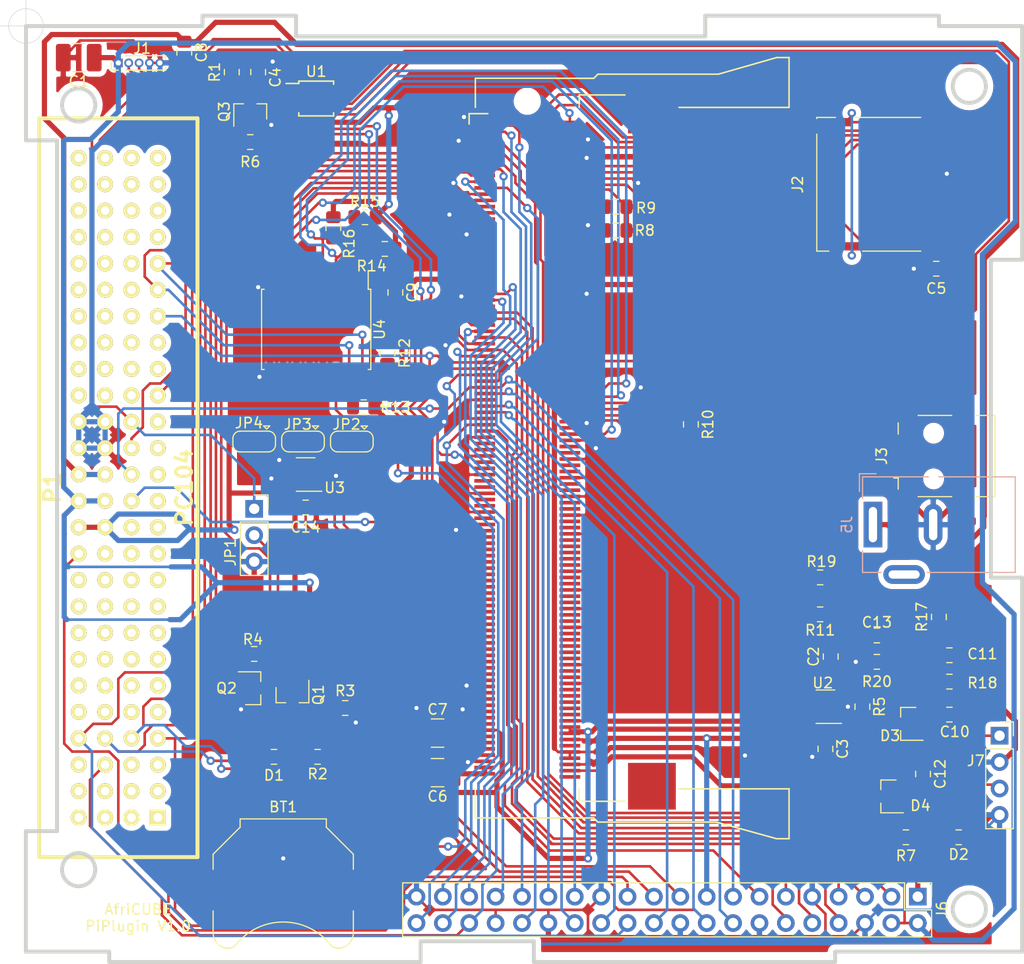
<source format=kicad_pcb>
(kicad_pcb (version 20171130) (host pcbnew "(5.1.2)-2")
  (layers (0 F.Cu signal) (31 B.Cu signal) (34 B.Paste user hide) (35 F.Paste user hide) (36 B.SilkS user) (37 F.SilkS user) (38 B.Mask user hide) (39 F.Mask user hide) (44 Edge.Cuts user))
  (net 0 "")
  (net 1 "Net-(BT1-Pad1)")
  (net 2 GND)
  (net 3 +5V)
  (net 4 "Net-(C2-Pad1)")
  (net 5 +1V8)
  (net 6 +3V3)
  (net 7 VCHARGE)
  (net 8 "Net-(C10-Pad1)")
  (net 9 "Net-(C10-Pad2)")
  (net 10 "Net-(C12-Pad2)")
  (net 11 "Net-(C12-Pad1)")
  (net 12 "Net-(D1-Pad2)")
  (net 13 "Net-(D1-Pad1)")
  (net 14 "Net-(D2-Pad2)")
  (net 15 "Net-(J1-Pad2)")
  (net 16 "Net-(J1-Pad3)")
  (net 17 "Net-(J2-Pad8)")
  (net 18 "Net-(J2-Pad11)")
  (net 19 "Net-(J2-Pad9)")
  (net 20 "Net-(J2-Pad7)")
  (net 21 "Net-(J2-Pad5)")
  (net 22 "Net-(J2-Pad2)")
  (net 23 "Net-(J2-Pad1)")
  (net 24 "Net-(J2-Pad10)")
  (net 25 +5V_USB)
  (net 26 "Net-(J3-Pad2)")
  (net 27 "Net-(J3-Pad3)")
  (net 28 "Net-(J3-Pad4)")
  (net 29 GPIO5)
  (net 30 SCL2)
  (net 31 GPIO4)
  (net 32 GPIO6)
  (net 33 SDA2)
  (net 34 "Net-(J4-Pad6)")
  (net 35 SDA1)
  (net 36 "Net-(J4-Pad4)")
  (net 37 GPIO7)
  (net 38 /EMMC_DISABLE_N)
  (net 39 SCL1)
  (net 40 "Net-(J4-Pad46)")
  (net 41 GPIO12)
  (net 42 "Net-(J4-Pad48)")
  (net 43 GPIO13)
  (net 44 EPS_SPI_MISO)
  (net 45 EPS_SPI_CLK)
  (net 46 "Net-(J4-Pad36)")
  (net 47 EPS_SPI_MOSI)
  (net 48 "Net-(J4-Pad30)")
  (net 49 EPS_SPI_CS)
  (net 50 "Net-(J4-Pad34)")
  (net 51 "Net-(J4-Pad28)")
  (net 52 GPIO21)
  (net 53 VBAT_SWITCH_EN)
  (net 54 GPIO26)
  (net 55 EPS_EOC)
  (net 56 GPIO19)
  (net 57 GPIO25)
  (net 58 ANT_RELEASE)
  (net 59 GPIO23)
  (net 60 CHG_INH)
  (net 61 GPIO27)
  (net 62 BATT_OFF)
  (net 63 GPIO17)
  (net 64 GPIO15)
  (net 65 GPIO14)
  (net 66 "Net-(JP1-Pad2)")
  (net 67 "Net-(JP3-Pad2)")
  (net 68 "Net-(JP4-Pad2)")
  (net 69 "Net-(P1-Pad4)")
  (net 70 "Net-(P1-Pad3)")
  (net 71 "Net-(P1-Pad2)")
  (net 72 "Net-(P1-Pad1)")
  (net 73 "Net-(P1-Pad5)")
  (net 74 "Net-(P1-Pad6)")
  (net 75 "Net-(P1-Pad7)")
  (net 76 "Net-(P1-Pad8)")
  (net 77 "Net-(P1-Pad9)")
  (net 78 "Net-(P1-Pad10)")
  (net 79 "Net-(P1-Pad12)")
  (net 80 "Net-(P1-Pad17)")
  (net 81 "Net-(P1-Pad18)")
  (net 82 "Net-(P1-Pad19)")
  (net 83 "Net-(P1-Pad20)")
  (net 84 "Net-(P1-Pad21)")
  (net 85 "Net-(P1-Pad22)")
  (net 86 "Net-(P1-Pad23)")
  (net 87 "Net-(P1-Pad24)")
  (net 88 "Net-(P1-Pad25)")
  (net 89 "Net-(P1-Pad26)")
  (net 90 "Net-(P1-Pad27)")
  (net 91 "Net-(P1-Pad28)")
  (net 92 "Net-(P1-Pad29)")
  (net 93 "Net-(P1-Pad30)")
  (net 94 "Net-(P1-Pad31)")
  (net 95 "Net-(P1-Pad32)")
  (net 96 "Net-(P1-Pad33)")
  (net 97 "Net-(P1-Pad34)")
  (net 98 "Net-(P1-Pad35)")
  (net 99 "Net-(P1-Pad36)")
  (net 100 "Net-(P1-Pad37)")
  (net 101 "Net-(P1-Pad38)")
  (net 102 "Net-(P1-Pad39)")
  (net 103 "Net-(P1-Pad40)")
  (net 104 "Net-(P1-Pad41)")
  (net 105 "Net-(P1-Pad42)")
  (net 106 "Net-(P1-Pad43)")
  (net 107 "Net-(P1-Pad45)")
  (net 108 "Net-(P1-Pad46)")
  (net 109 "Net-(P1-Pad49)")
  (net 110 "Net-(P1-Pad53)")
  (net 111 "Net-(P1-Pad57)")
  (net 112 "Net-(P1-Pad61)")
  (net 113 "Net-(P1-Pad66)")
  (net 114 "Net-(P1-Pad67)")
  (net 115 "Net-(P1-Pad68)")
  (net 116 "Net-(P1-Pad69)")
  (net 117 "Net-(P1-Pad70)")
  (net 118 "Net-(P1-Pad71)")
  (net 119 "Net-(P1-Pad72)")
  (net 120 "Net-(P1-Pad73)")
  (net 121 "Net-(P1-Pad74)")
  (net 122 "Net-(P1-Pad75)")
  (net 123 "Net-(P1-Pad76)")
  (net 124 "Net-(P1-Pad78)")
  (net 125 "Net-(P1-Pad79)")
  (net 126 "Net-(P1-Pad80)")
  (net 127 "Net-(P1-Pad82)")
  (net 128 "Net-(P1-Pad83)")
  (net 129 "Net-(P1-Pad84)")
  (net 130 "Net-(P1-Pad86)")
  (net 131 "Net-(P1-Pad87)")
  (net 132 "Net-(P1-Pad88)")
  (net 133 "Net-(P1-Pad89)")
  (net 134 "Net-(P1-Pad90)")
  (net 135 "Net-(P1-Pad91)")
  (net 136 "Net-(P1-Pad92)")
  (net 137 "Net-(P1-Pad93)")
  (net 138 "Net-(P1-Pad94)")
  (net 139 "Net-(P1-Pad95)")
  (net 140 "Net-(P1-Pad96)")
  (net 141 "Net-(P1-Pad97)")
  (net 142 "Net-(P1-Pad98)")
  (net 143 "Net-(P1-Pad99)")
  (net 144 "Net-(P1-Pad100)")
  (net 145 "Net-(P1-Pad101)")
  (net 146 "Net-(P1-Pad102)")
  (net 147 "Net-(P1-Pad103)")
  (net 148 "Net-(P1-Pad104)")
  (net 149 /EMMC_EN_N_1V8)
  (net 150 "Net-(Q3-Pad3)")
  (net 151 "Net-(J4-Pad82)")
  (net 152 /Audio_R)
  (net 153 "Net-(R14-Pad2)")
  (net 154 /RTC_Int)
  (net 155 /RTC_Rst)
  (net 156 /Audio_L)
  (net 157 /USB_DP)
  (net 158 /USB_DM)
  (net 159 "Net-(U1-Pad10)")
  (net 160 "Net-(U2-Pad4)")
  (net 161 "Net-(U3-Pad1)")
  (net 162 "Net-(U3-Pad3)")
  (net 163 "Net-(J4-Pad177)")
  (net 164 "Net-(J4-Pad200)")
  (net 165 "Net-(J4-Pad190)")
  (net 166 "Net-(J4-Pad189)")
  (net 167 "Net-(J4-Pad180)")
  (net 168 "Net-(J4-Pad179)")
  (net 169 "Net-(J4-Pad178)")
  (net 170 "Net-(J4-Pad176)")
  (net 171 "Net-(J4-Pad174)")
  (net 172 "Net-(J4-Pad173)")
  (net 173 "Net-(J4-Pad172)")
  (net 174 "Net-(J4-Pad171)")
  (net 175 "Net-(J4-Pad168)")
  (net 176 "Net-(J4-Pad166)")
  (net 177 "Net-(J4-Pad162)")
  (net 178 "Net-(J4-Pad161)")
  (net 179 "Net-(J4-Pad160)")
  (net 180 "Net-(J4-Pad159)")
  (net 181 "Net-(J4-Pad158)")
  (net 182 "Net-(J4-Pad156)")
  (net 183 "Net-(J4-Pad155)")
  (net 184 "Net-(J4-Pad154)")
  (net 185 "Net-(J4-Pad153)")
  (net 186 "Net-(J4-Pad150)")
  (net 187 "Net-(J4-Pad149)")
  (net 188 "Net-(J4-Pad148)")
  (net 189 "Net-(J4-Pad147)")
  (net 190 "Net-(J4-Pad144)")
  (net 191 "Net-(J4-Pad143)")
  (net 192 "Net-(J4-Pad142)")
  (net 193 "Net-(J4-Pad141)")
  (net 194 "Net-(J4-Pad138)")
  (net 195 "Net-(J4-Pad137)")
  (net 196 "Net-(J4-Pad136)")
  (net 197 "Net-(J4-Pad135)")
  (net 198 "Net-(J4-Pad132)")
  (net 199 "Net-(J4-Pad131)")
  (net 200 "Net-(J4-Pad130)")
  (net 201 "Net-(J4-Pad129)")
  (net 202 "Net-(J4-Pad128)")
  (net 203 "Net-(J4-Pad126)")
  (net 204 "Net-(J4-Pad125)")
  (net 205 "Net-(J4-Pad124)")
  (net 206 "Net-(J4-Pad123)")
  (net 207 "Net-(J4-Pad120)")
  (net 208 "Net-(J4-Pad119)")
  (net 209 "Net-(J4-Pad118)")
  (net 210 "Net-(J4-Pad117)")
  (net 211 "Net-(J4-Pad114)")
  (net 212 "Net-(J4-Pad113)")
  (net 213 "Net-(J4-Pad112)")
  (net 214 "Net-(J4-Pad111)")
  (net 215 "Net-(J4-Pad108)")
  (net 216 "Net-(J4-Pad107)")
  (net 217 "Net-(J4-Pad106)")
  (net 218 "Net-(J4-Pad105)")
  (net 219 "Net-(J4-Pad102)")
  (net 220 "Net-(J4-Pad101)")
  (net 221 "Net-(J4-Pad100)")
  (net 222 "Net-(J4-Pad99)")
  (net 223 "Net-(J4-Pad96)")
  (net 224 "Net-(J4-Pad95)")
  (net 225 "Net-(J4-Pad94)")
  (net 226 "Net-(J4-Pad93)")
  (net 227 "Net-(J4-Pad88)")
  (net 228 "Net-(J4-Pad72)")
  (net 229 "Net-(J4-Pad66)")
  (net 230 "Net-(J4-Pad64)")
  (net 231 "Net-(J4-Pad60)")
  (net 232 "Net-(J4-Pad58)")
  (net 233 "Net-(J4-Pad54)")
  (net 234 "Net-(J4-Pad52)")
  (net 235 "Net-(JP2-Pad2)")
  (module Resistor_SMD:R_0805_2012Metric_Pad1.15x1.40mm_HandSolder (layer F.Cu) (at 187.579 135.255 180)
    (fp_text reference D2 (at 0 -1.65) (layer F.SilkS))
    (fp_text value LED)
    (pad 1 smd roundrect (at -1.025 0 180) (size 1.15 1.4) (layers F.Cu F.Paste F.Mask) (roundrect_rratio 0.217391) (net 2 GND))
    (pad 2 smd roundrect (at 1.025 0 180) (size 1.15 1.4) (layers F.Cu F.Paste F.Mask) (roundrect_rratio 0.217391) (net 14 "Net-(D2-Pad2)"))
  )
  (module Resistor_SMD:R_0805_2012Metric_Pad1.15x1.40mm_HandSolder (layer F.Cu) (at 182.499 135.255)
    (fp_text reference R7 (at 0 1.778) (layer F.SilkS))
    (fp_text value 470R)
    (pad 2 smd roundrect (at 1.025 0) (size 1.15 1.4) (layers F.Cu F.Paste F.Mask) (roundrect_rratio 0.217391) (net 14 "Net-(D2-Pad2)"))
    (pad 1 smd roundrect (at -1.025 0) (size 1.15 1.4) (layers F.Cu F.Paste F.Mask) (roundrect_rratio 0.217391) (net 6 +3V3))
  )
  (module Resistor_SMD:R_0805_2012Metric_Pad1.15x1.40mm_HandSolder (layer F.Cu) (at 185.42 80.518)
    (fp_text reference C5 (at 0 1.905) (layer F.SilkS))
    (fp_text value 4.7uF)
    (pad 2 smd roundrect (at 1.025 0) (size 1.15 1.4) (layers F.Cu F.Paste F.Mask) (roundrect_rratio 0.217391) (net 6 +3V3))
    (pad 1 smd roundrect (at -1.025 0) (size 1.15 1.4) (layers F.Cu F.Paste F.Mask) (roundrect_rratio 0.217391) (net 2 GND))
  )
  (module Resistor_SMD:R_0805_2012Metric_Pad1.15x1.40mm_HandSolder (layer F.Cu) (at 154.559 74.549)
    (fp_text reference R9 (at 2.921 0.127) (layer F.SilkS))
    (fp_text value 100K)
    (pad 1 smd roundrect (at -1.025 0) (size 1.15 1.4) (layers F.Cu F.Paste F.Mask) (roundrect_rratio 0.217391) (net 51 "Net-(J4-Pad28)"))
    (pad 2 smd roundrect (at 1.025 0) (size 1.15 1.4) (layers F.Cu F.Paste F.Mask) (roundrect_rratio 0.217391) (net 2 GND))
  )
  (module Battery:BatteryHolder_Keystone_3000_1x12mm (layer F.Cu) (at 122.555 140.335)
    (fp_text reference BT1 (at 0 -8) (layer F.SilkS))
    (fp_text value Battery_Cell_3V)
    (pad 1 smd rect (at -7.9 0) (size 3.5 3.3) (layers F.Cu F.Paste F.Mask) (net 1 "Net-(BT1-Pad1)"))
    (pad 1 smd rect (at 7.9 0) (size 3.5 3.3) (layers F.Cu F.Paste F.Mask) (net 1 "Net-(BT1-Pad1)"))
    (pad 2 smd rect (at 0 0) (size 4 4) (layers F.Cu F.Mask) (net 2 GND))
  )
  (module Resistor_SMD:R_1210_3225Metric_Pad1.42x2.65mm_HandSolder (layer F.Cu) (at 102.87 60.198 180)
    (fp_text reference C1 (at 0 -2.28) (layer F.SilkS))
    (fp_text value 47uF)
    (pad 1 smd roundrect (at -1.4875 0 180) (size 1.425 2.65) (layers F.Cu F.Paste F.Mask) (roundrect_rratio 0.175439) (net 3 +5V))
    (pad 2 smd roundrect (at 1.4875 0 180) (size 1.425 2.65) (layers F.Cu F.Paste F.Mask) (roundrect_rratio 0.175439) (net 2 GND))
  )
  (module Resistor_SMD:R_0805_2012Metric_Pad1.15x1.40mm_HandSolder (layer F.Cu) (at 175.26 117.856 90)
    (fp_text reference C2 (at 0 -1.65 90) (layer F.SilkS))
    (fp_text value 100nF)
    (pad 2 smd roundrect (at 1.025 0 90) (size 1.15 1.4) (layers F.Cu F.Paste F.Mask) (roundrect_rratio 0.217391) (net 2 GND))
    (pad 1 smd roundrect (at -1.025 0 90) (size 1.15 1.4) (layers F.Cu F.Paste F.Mask) (roundrect_rratio 0.217391) (net 4 "Net-(C2-Pad1)"))
  )
  (module Resistor_SMD:R_0805_2012Metric_Pad1.15x1.40mm_HandSolder (layer F.Cu) (at 174.752 126.746 270)
    (fp_text reference C3 (at 0 -1.65 90) (layer F.SilkS))
    (fp_text value 10uF)
    (pad 1 smd roundrect (at -1.025 0 270) (size 1.15 1.4) (layers F.Cu F.Paste F.Mask) (roundrect_rratio 0.217391) (net 5 +1V8))
    (pad 2 smd roundrect (at 1.025 0 270) (size 1.15 1.4) (layers F.Cu F.Paste F.Mask) (roundrect_rratio 0.217391) (net 2 GND))
  )
  (module Resistor_SMD:R_0805_2012Metric_Pad1.15x1.40mm_HandSolder (layer F.Cu) (at 120.142 61.595 90)
    (fp_text reference C4 (at -0.508 1.651 90) (layer F.SilkS))
    (fp_text value 100nF)
    (pad 2 smd roundrect (at 1.025 0 90) (size 1.15 1.4) (layers F.Cu F.Paste F.Mask) (roundrect_rratio 0.217391) (net 2 GND))
    (pad 1 smd roundrect (at -1.025 0 90) (size 1.15 1.4) (layers F.Cu F.Paste F.Mask) (roundrect_rratio 0.217391) (net 6 +3V3))
  )
  (module Resistor_SMD:R_1210_3225Metric_Pad1.42x2.65mm_HandSolder (layer F.Cu) (at 137.414 129.032 180)
    (fp_text reference C6 (at 0 -2.28) (layer F.SilkS))
    (fp_text value 47uF)
    (pad 2 smd roundrect (at 1.4875 0 180) (size 1.425 2.65) (layers F.Cu F.Paste F.Mask) (roundrect_rratio 0.175439) (net 2 GND))
    (pad 1 smd roundrect (at -1.4875 0 180) (size 1.425 2.65) (layers F.Cu F.Paste F.Mask) (roundrect_rratio 0.175439) (net 3 +5V))
  )
  (module Resistor_SMD:R_1210_3225Metric_Pad1.42x2.65mm_HandSolder (layer F.Cu) (at 137.414 125.222)
    (fp_text reference C7 (at 0 -2.28) (layer F.SilkS))
    (fp_text value 47uF)
    (pad 1 smd roundrect (at -1.4875 0) (size 1.425 2.65) (layers F.Cu F.Paste F.Mask) (roundrect_rratio 0.175439) (net 2 GND))
    (pad 2 smd roundrect (at 1.4875 0) (size 1.425 2.65) (layers F.Cu F.Paste F.Mask) (roundrect_rratio 0.175439) (net 6 +3V3))
  )
  (module Resistor_SMD:R_0805_2012Metric_Pad1.15x1.40mm_HandSolder (layer F.Cu) (at 133.35 82.804 270)
    (fp_text reference C9 (at 0 -1.65 90) (layer F.SilkS))
    (fp_text value 1uF)
    (pad 1 smd roundrect (at -1.025 0 270) (size 1.15 1.4) (layers F.Cu F.Paste F.Mask) (roundrect_rratio 0.217391) (net 6 +3V3))
    (pad 2 smd roundrect (at 1.025 0 270) (size 1.15 1.4) (layers F.Cu F.Paste F.Mask) (roundrect_rratio 0.217391) (net 2 GND))
  )
  (module Resistor_SMD:R_0805_2012Metric_Pad1.15x1.40mm_HandSolder (layer F.Cu) (at 186.69 123.444 180)
    (fp_text reference C10 (at -0.508 -1.65) (layer F.SilkS))
    (fp_text value 10uF)
    (pad 1 smd roundrect (at -1.025 0 180) (size 1.15 1.4) (layers F.Cu F.Paste F.Mask) (roundrect_rratio 0.217391) (net 8 "Net-(C10-Pad1)"))
    (pad 2 smd roundrect (at 1.025 0 180) (size 1.15 1.4) (layers F.Cu F.Paste F.Mask) (roundrect_rratio 0.217391) (net 9 "Net-(C10-Pad2)"))
  )
  (module Resistor_SMD:R_0805_2012Metric_Pad1.15x1.40mm_HandSolder (layer F.Cu) (at 186.69 117.729)
    (fp_text reference C11 (at 3.175 -0.127) (layer F.SilkS))
    (fp_text value 100nF)
    (pad 2 smd roundrect (at 1.025 0) (size 1.15 1.4) (layers F.Cu F.Paste F.Mask) (roundrect_rratio 0.217391) (net 2 GND))
    (pad 1 smd roundrect (at -1.025 0) (size 1.15 1.4) (layers F.Cu F.Paste F.Mask) (roundrect_rratio 0.217391) (net 9 "Net-(C10-Pad2)"))
  )
  (module Resistor_SMD:R_0805_2012Metric_Pad1.15x1.40mm_HandSolder (layer F.Cu) (at 184.15 129.159 90)
    (fp_text reference C12 (at 0 1.651 90) (layer F.SilkS))
    (fp_text value 10uF)
    (pad 2 smd roundrect (at 1.025 0 90) (size 1.15 1.4) (layers F.Cu F.Paste F.Mask) (roundrect_rratio 0.217391) (net 10 "Net-(C12-Pad2)"))
    (pad 1 smd roundrect (at -1.025 0 90) (size 1.15 1.4) (layers F.Cu F.Paste F.Mask) (roundrect_rratio 0.217391) (net 11 "Net-(C12-Pad1)"))
  )
  (module Resistor_SMD:R_0805_2012Metric_Pad1.15x1.40mm_HandSolder (layer F.Cu) (at 179.705 115.824 180)
    (fp_text reference C13 (at 0 1.27) (layer F.SilkS))
    (fp_text value 100nF)
    (pad 2 smd roundrect (at 1.025 0 180) (size 1.15 1.4) (layers F.Cu F.Paste F.Mask) (roundrect_rratio 0.217391) (net 2 GND))
    (pad 1 smd roundrect (at -1.025 0 180) (size 1.15 1.4) (layers F.Cu F.Paste F.Mask) (roundrect_rratio 0.217391) (net 10 "Net-(C12-Pad2)"))
  )
  (module Resistor_SMD:R_0805_2012Metric_Pad1.15x1.40mm_HandSolder (layer F.Cu) (at 124.714 103.505)
    (fp_text reference C14 (at 0 1.905) (layer F.SilkS))
    (fp_text value 100nF)
    (pad 2 smd roundrect (at 1.025 0) (size 1.15 1.4) (layers F.Cu F.Paste F.Mask) (roundrect_rratio 0.217391) (net 2 GND))
    (pad 1 smd roundrect (at -1.025 0) (size 1.15 1.4) (layers F.Cu F.Paste F.Mask) (roundrect_rratio 0.217391) (net 6 +3V3))
  )
  (module Resistor_SMD:R_0805_2012Metric_Pad1.15x1.40mm_HandSolder (layer F.Cu) (at 121.666 127.508)
    (fp_text reference D1 (at 0 1.778) (layer F.SilkS))
    (fp_text value LED)
    (pad 2 smd roundrect (at 1.025 0) (size 1.15 1.4) (layers F.Cu F.Paste F.Mask) (roundrect_rratio 0.217391) (net 12 "Net-(D1-Pad2)"))
    (pad 1 smd roundrect (at -1.025 0) (size 1.15 1.4) (layers F.Cu F.Paste F.Mask) (roundrect_rratio 0.217391) (net 13 "Net-(D1-Pad1)"))
  )
  (module Package_TO_SOT_SMD:SOT-23 (layer F.Cu) (at 182.753 124.333 180)
    (fp_text reference D3 (at 1.778 -1.143) (layer F.SilkS))
    (fp_text value BAV99)
    (pad 1 smd rect (at -1 -0.95 180) (size 0.9 0.8) (layers F.Cu F.Paste F.Mask) (net 8 "Net-(C10-Pad1)"))
    (pad 2 smd rect (at -1 0.95 180) (size 0.9 0.8) (layers F.Cu F.Paste F.Mask) (net 8 "Net-(C10-Pad1)"))
    (pad 3 smd rect (at 1 0 180) (size 0.9 0.8) (layers F.Cu F.Paste F.Mask) (net 6 +3V3))
  )
  (module Package_TO_SOT_SMD:SOT-23 (layer F.Cu) (at 180.848 131.318 180)
    (fp_text reference D4 (at -3.048 -0.889) (layer F.SilkS))
    (fp_text value BAV99)
    (pad 1 smd rect (at -1 -0.95 180) (size 0.9 0.8) (layers F.Cu F.Paste F.Mask) (net 11 "Net-(C12-Pad1)"))
    (pad 2 smd rect (at -1 0.95 180) (size 0.9 0.8) (layers F.Cu F.Paste F.Mask) (net 11 "Net-(C12-Pad1)"))
    (pad 3 smd rect (at 1 0 180) (size 0.9 0.8) (layers F.Cu F.Paste F.Mask) (net 6 +3V3))
  )
  (module Connector_Card:microSD_HC_Hirose_DM3D-SF (layer F.Cu) (at 179.705 72.39 90)
    (fp_text reference J2 (at -0.025 -7.625 90) (layer F.SilkS))
    (fp_text value SD_Card)
    (pad 8 smd rect (at -4.525 5.35 90) (size 0.7 1.75) (layers F.Cu F.Paste F.Mask) (net 17 "Net-(J2-Pad8)"))
    (pad 11 smd rect (at -5.725 5.225 90) (size 1.3 1.5) (layers F.Cu F.Paste F.Mask) (net 18 "Net-(J2-Pad11)"))
    (pad 11 smd rect (at -5.975 -2.375 90) (size 0.8 1.5) (layers F.Cu F.Paste F.Mask) (net 18 "Net-(J2-Pad11)"))
    (pad 9 smd rect (at -5.65 -3.875 90) (size 1.45 1) (layers F.Cu F.Paste F.Mask) (net 19 "Net-(J2-Pad9)"))
    (pad 11 smd rect (at 5.975 -3.025 90) (size 0.8 1.4) (layers F.Cu F.Paste F.Mask) (net 18 "Net-(J2-Pad11)"))
    (pad 7 smd rect (at -3.425 5.35 90) (size 0.7 1.75) (layers F.Cu F.Paste F.Mask) (net 20 "Net-(J2-Pad7)"))
    (pad 6 smd rect (at -2.325 5.35 90) (size 0.7 1.75) (layers F.Cu F.Paste F.Mask) (net 2 GND))
    (pad 5 smd rect (at -1.225 5.35 90) (size 0.7 1.75) (layers F.Cu F.Paste F.Mask) (net 21 "Net-(J2-Pad5)"))
    (pad 4 smd rect (at -0.125 5.35 90) (size 0.7 1.75) (layers F.Cu F.Paste F.Mask) (net 6 +3V3))
    (pad 3 smd rect (at 0.975 5.35 90) (size 0.7 1.75) (layers F.Cu F.Paste F.Mask) (net 2 GND))
    (pad 2 smd rect (at 2.075 5.35 90) (size 0.7 1.75) (layers F.Cu F.Paste F.Mask) (net 22 "Net-(J2-Pad2)"))
    (pad 1 smd rect (at 3.175 5.35 90) (size 0.7 1.75) (layers F.Cu F.Paste F.Mask) (net 23 "Net-(J2-Pad1)"))
    (pad 11 smd rect (at 5.625 5.225 90) (size 1.5 1.5) (layers F.Cu F.Paste F.Mask) (net 18 "Net-(J2-Pad11)"))
    (pad 10 smd rect (at 5.575 -5.45 90) (size 1 1.55) (layers F.Cu F.Paste F.Mask) (net 24 "Net-(J2-Pad10)"))
  )
  (module Connector_USB:USB_Mini-B_Lumberg_2486_01_Horizontal (layer F.Cu) (at 185.166 98.552 90)
    (fp_text reference J3 (at 0 -5 90) (layer F.SilkS))
    (fp_text value USB_B_Mini)
    (pad 1 smd rect (at -1.6 -2.7 90) (size 0.5 2) (layers F.Cu F.Paste F.Mask) (net 25 +5V_USB))
    (pad 2 smd rect (at -0.8 -2.7 90) (size 0.5 2) (layers F.Cu F.Paste F.Mask) (net 26 "Net-(J3-Pad2)"))
    (pad 3 smd rect (at 0 -2.7 90) (size 0.5 2) (layers F.Cu F.Paste F.Mask) (net 27 "Net-(J3-Pad3)"))
    (pad 4 smd rect (at 0.8 -2.7 90) (size 0.5 2) (layers F.Cu F.Paste F.Mask) (net 28 "Net-(J3-Pad4)"))
    (pad 5 smd rect (at 1.6 -2.7 90) (size 0.5 2) (layers F.Cu F.Paste F.Mask) (net 2 GND))
    (pad 6 smd rect (at -4.45 -2.6 90) (size 2 1.7) (layers F.Cu F.Paste F.Mask) (net 2 GND))
    (pad 6 smd rect (at -4.45 2.85 90) (size 2 1.7) (layers F.Cu F.Paste F.Mask) (net 2 GND))
    (pad 6 smd rect (at 4.45 -2.6 90) (size 2 1.7) (layers F.Cu F.Paste F.Mask) (net 2 GND))
    (pad 6 smd rect (at 4.45 2.85 90) (size 2 1.7) (layers F.Cu F.Paste F.Mask) (net 2 GND))
    (pad "" np_thru_hole circle (at -2.2 0 90) (size 1 1) (drill 1) (layers *.Cu *.Mask))
    (pad "" np_thru_hole circle (at 2.2 0 90) (size 1 1) (drill 1) (layers *.Cu *.Mask))
  )
  (module Connector_BarrelJack:BarrelJack_Wuerth_6941xx301002 (layer B.Cu) (at 179.324 105.156 270)
    (fp_text reference J5 (at 0 2.5 270) (layer B.SilkS) (effects (justify mirror)))
    (fp_text value Barrel_Jack_MountingPin)
    (pad 3 thru_hole oval (at 4.8 -3 180) (size 4 1.8) (drill oval 3 0.8) (layers *.Cu *.Mask))
    (pad 2 thru_hole oval (at 0 -5.8 270) (size 4 1.8) (drill oval 3 0.8) (layers *.Cu *.Mask) (net 2 GND))
    (pad 1 thru_hole rect (at 0 0 270) (size 4.4 1.8) (drill oval 3.4 0.8) (layers *.Cu *.Mask) (net 7 VCHARGE))
  )
  (module Connector_PinSocket_2.54mm:PinSocket_1x04_P2.54mm_Vertical (layer F.Cu) (at 191.516 125.476)
    (fp_text reference J7 (at -2.286 2.413) (layer F.SilkS))
    (fp_text value Conn_01x04_Male)
    (pad 1 thru_hole rect (at 0 0) (size 1.7 1.7) (drill 1) (layers *.Cu *.Mask) (net 8 "Net-(C10-Pad1)"))
    (pad 2 thru_hole oval (at 0 2.54) (size 1.7 1.7) (drill 1) (layers *.Cu *.Mask) (net 2 GND))
    (pad 3 thru_hole oval (at 0 5.08) (size 1.7 1.7) (drill 1) (layers *.Cu *.Mask) (net 11 "Net-(C12-Pad1)"))
    (pad 4 thru_hole oval (at 0 7.62) (size 1.7 1.7) (drill 1) (layers *.Cu *.Mask) (net 2 GND))
  )
  (module Connector_PinSocket_2.54mm:PinSocket_1x03_P2.54mm_Vertical (layer F.Cu) (at 119.761 103.632)
    (fp_text reference JP1 (at -2.286 4.191 90) (layer F.SilkS))
    (fp_text value Jumper_Boot_Select)
    (pad 1 thru_hole rect (at 0 0) (size 1.7 1.7) (drill 1) (layers *.Cu *.Mask) (net 25 +5V_USB))
    (pad 2 thru_hole oval (at 0 2.54) (size 1.7 1.7) (drill 1) (layers *.Cu *.Mask) (net 66 "Net-(JP1-Pad2)"))
    (pad 3 thru_hole oval (at 0 5.08) (size 1.7 1.7) (drill 1) (layers *.Cu *.Mask) (net 2 GND))
  )
  (module Jumper:SolderJumper-3_P1.3mm_Open_RoundedPad1.0x1.5mm (layer F.Cu) (at 129.159 97.155 180)
    (fp_text reference JP2 (at 0.508 1.651) (layer F.SilkS))
    (fp_text value WDT_S0)
    (pad 1 smd custom (at -1.3 0 180) (size 1 0.5) (layers F.Cu F.Mask) (net 6 +3V3) (options (clearance outline) (anchor rect)) (primitives (gr_circle (center 0 0.25) (end 0.5 0.25) (width 0)) (gr_circle (center 0 -0.25) (end 0.5 -0.25) (width 0)) (gr_poly (pts (xy 0.55 -0.75) (xy 0 -0.75) (xy 0 0.75) (xy 0.55 0.75)) (width 0))))
    (pad 3 smd custom (at 1.3 0 180) (size 1 0.5) (layers F.Cu F.Mask) (net 2 GND) (options (clearance outline) (anchor rect)) (primitives (gr_circle (center 0 0.25) (end 0.5 0.25) (width 0)) (gr_circle (center 0 -0.25) (end 0.5 -0.25) (width 0)) (gr_poly (pts (xy -0.55 -0.75) (xy 0 -0.75) (xy 0 0.75) (xy -0.55 0.75)) (width 0))))
    (pad 2 smd rect (at 0 0 180) (size 1 1.5) (layers F.Cu F.Mask) (net 235 "Net-(JP2-Pad2)"))
  )
  (module Jumper:SolderJumper-3_P1.3mm_Open_RoundedPad1.0x1.5mm (layer F.Cu) (at 124.46 97.155 180)
    (fp_text reference JP3 (at 0.508 1.651) (layer F.SilkS))
    (fp_text value WDT_S1)
    (pad 2 smd rect (at 0 0 180) (size 1 1.5) (layers F.Cu F.Mask) (net 67 "Net-(JP3-Pad2)"))
    (pad 3 smd custom (at 1.3 0 180) (size 1 0.5) (layers F.Cu F.Mask) (net 2 GND) (options (clearance outline) (anchor rect)) (primitives (gr_circle (center 0 0.25) (end 0.5 0.25) (width 0)) (gr_circle (center 0 -0.25) (end 0.5 -0.25) (width 0)) (gr_poly (pts (xy -0.55 -0.75) (xy 0 -0.75) (xy 0 0.75) (xy -0.55 0.75)) (width 0))))
    (pad 1 smd custom (at -1.3 0 180) (size 1 0.5) (layers F.Cu F.Mask) (net 6 +3V3) (options (clearance outline) (anchor rect)) (primitives (gr_circle (center 0 0.25) (end 0.5 0.25) (width 0)) (gr_circle (center 0 -0.25) (end 0.5 -0.25) (width 0)) (gr_poly (pts (xy 0.55 -0.75) (xy 0 -0.75) (xy 0 0.75) (xy 0.55 0.75)) (width 0))))
  )
  (module Jumper:SolderJumper-3_P1.3mm_Open_RoundedPad1.0x1.5mm (layer F.Cu) (at 119.761 97.155 180)
    (fp_text reference JP4 (at 0.508 1.778) (layer F.SilkS))
    (fp_text value WDT_S2)
    (pad 1 smd custom (at -1.3 0 180) (size 1 0.5) (layers F.Cu F.Mask) (net 6 +3V3) (options (clearance outline) (anchor rect)) (primitives (gr_circle (center 0 0.25) (end 0.5 0.25) (width 0)) (gr_circle (center 0 -0.25) (end 0.5 -0.25) (width 0)) (gr_poly (pts (xy 0.55 -0.75) (xy 0 -0.75) (xy 0 0.75) (xy 0.55 0.75)) (width 0))))
    (pad 3 smd custom (at 1.3 0 180) (size 1 0.5) (layers F.Cu F.Mask) (net 2 GND) (options (clearance outline) (anchor rect)) (primitives (gr_circle (center 0 0.25) (end 0.5 0.25) (width 0)) (gr_circle (center 0 -0.25) (end 0.5 -0.25) (width 0)) (gr_poly (pts (xy -0.55 -0.75) (xy 0 -0.75) (xy 0 0.75) (xy -0.55 0.75)) (width 0))))
    (pad 2 smd rect (at 0 0 180) (size 1 1.5) (layers F.Cu F.Mask) (net 68 "Net-(JP4-Pad2)"))
  )
  (module PC104B:PC104 (layer F.Cu) (at 106.68 101.6 90)
    (fp_text reference P1 (at 0 -6.35 90) (layer F.SilkS) (effects (font (size 1.524 1.524) (thickness 0.3048))))
    (fp_text value PC104 (at 0 6.35 90) (layer F.SilkS) (effects (font (size 1.524 1.524) (thickness 0.3048))))
    (pad 4 thru_hole circle (at -31.75 -3.81 90) (size 1.524 1.524) (drill 0.8128) (layers *.Cu *.Mask F.SilkS) (net 69 "Net-(P1-Pad4)"))
    (pad 3 thru_hole circle (at -31.75 -1.27 90) (size 1.524 1.524) (drill 0.8128) (layers *.Cu *.Mask F.SilkS) (net 70 "Net-(P1-Pad3)"))
    (pad 2 thru_hole circle (at -31.75 1.27 90) (size 1.524 1.524) (drill 0.8128) (layers *.Cu *.Mask F.SilkS) (net 71 "Net-(P1-Pad2)"))
    (pad 1 thru_hole rect (at -31.75 3.81 90) (size 1.524 1.524) (drill 0.8128) (layers *.Cu *.Mask F.SilkS) (net 72 "Net-(P1-Pad1)"))
    (pad 1 thru_hole rect (at -31.75 3.81 90) (size 1.524 1.524) (drill 0.8128) (layers *.Cu *.Mask F.SilkS) (net 72 "Net-(P1-Pad1)"))
    (pad 2 thru_hole circle (at -31.75 1.27 90) (size 1.524 1.524) (drill 0.8128) (layers *.Cu *.Mask F.SilkS) (net 71 "Net-(P1-Pad2)"))
    (pad 3 thru_hole circle (at -31.75 -1.27 90) (size 1.524 1.524) (drill 0.8128) (layers *.Cu *.Mask F.SilkS) (net 70 "Net-(P1-Pad3)"))
    (pad 4 thru_hole circle (at -31.75 -3.81 90) (size 1.524 1.524) (drill 0.8128) (layers *.Cu *.Mask F.SilkS) (net 69 "Net-(P1-Pad4)"))
    (pad 4 thru_hole circle (at -31.75 -3.81 90) (size 1.524 1.524) (drill 0.8128) (layers *.Cu *.Mask F.SilkS) (net 69 "Net-(P1-Pad4)"))
    (pad 3 thru_hole circle (at -31.75 -1.27 90) (size 1.524 1.524) (drill 0.8128) (layers *.Cu *.Mask F.SilkS) (net 70 "Net-(P1-Pad3)"))
    (pad 2 thru_hole circle (at -31.75 1.27 90) (size 1.524 1.524) (drill 0.8128) (layers *.Cu *.Mask F.SilkS) (net 71 "Net-(P1-Pad2)"))
    (pad 1 thru_hole rect (at -31.75 3.81 90) (size 1.524 1.524) (drill 0.8128) (layers *.Cu *.Mask F.SilkS) (net 72 "Net-(P1-Pad1)"))
    (pad 1 thru_hole rect (at -31.75 3.81 90) (size 1.524 1.524) (drill 0.8128) (layers *.Cu *.Mask F.SilkS) (net 72 "Net-(P1-Pad1)"))
    (pad 2 thru_hole circle (at -31.75 1.27 90) (size 1.524 1.524) (drill 0.8128) (layers *.Cu *.Mask F.SilkS) (net 71 "Net-(P1-Pad2)"))
    (pad 3 thru_hole circle (at -31.75 -1.27 90) (size 1.524 1.524) (drill 0.8128) (layers *.Cu *.Mask F.SilkS) (net 70 "Net-(P1-Pad3)"))
    (pad 4 thru_hole circle (at -31.75 -3.81 90) (size 1.524 1.524) (drill 0.8128) (layers *.Cu *.Mask F.SilkS) (net 69 "Net-(P1-Pad4)"))
    (pad 5 thru_hole circle (at -29.21 3.81 90) (size 1.524 1.524) (drill 0.8128) (layers *.Cu *.Mask F.SilkS) (net 73 "Net-(P1-Pad5)"))
    (pad 6 thru_hole circle (at -29.21 1.27 90) (size 1.524 1.524) (drill 0.8128) (layers *.Cu *.Mask F.SilkS) (net 74 "Net-(P1-Pad6)"))
    (pad 7 thru_hole circle (at -29.21 -1.27 90) (size 1.524 1.524) (drill 0.8128) (layers *.Cu *.Mask F.SilkS) (net 75 "Net-(P1-Pad7)"))
    (pad 8 thru_hole circle (at -29.21 -3.81 90) (size 1.524 1.524) (drill 0.8128) (layers *.Cu *.Mask F.SilkS) (net 76 "Net-(P1-Pad8)"))
    (pad 9 thru_hole circle (at -26.67 3.81 90) (size 1.524 1.524) (drill 0.8128) (layers *.Cu *.Mask F.SilkS) (net 77 "Net-(P1-Pad9)"))
    (pad 10 thru_hole circle (at -26.67 1.27 90) (size 1.524 1.524) (drill 0.8128) (layers *.Cu *.Mask F.SilkS) (net 78 "Net-(P1-Pad10)"))
    (pad 11 thru_hole circle (at -26.67 -1.27 90) (size 1.524 1.524) (drill 0.8128) (layers *.Cu *.Mask F.SilkS) (net 55 EPS_EOC))
    (pad 12 thru_hole circle (at -26.67 -3.81 90) (size 1.524 1.524) (drill 0.8128) (layers *.Cu *.Mask F.SilkS) (net 79 "Net-(P1-Pad12)"))
    (pad 13 thru_hole circle (at -24.13 3.81 90) (size 1.524 1.524) (drill 0.8128) (layers *.Cu *.Mask F.SilkS) (net 45 EPS_SPI_CLK))
    (pad 14 thru_hole circle (at -24.13 1.27 90) (size 1.524 1.524) (drill 0.8128) (layers *.Cu *.Mask F.SilkS) (net 44 EPS_SPI_MISO))
    (pad 15 thru_hole circle (at -24.13 -1.27 90) (size 1.524 1.524) (drill 0.8128) (layers *.Cu *.Mask F.SilkS) (net 47 EPS_SPI_MOSI))
    (pad 16 thru_hole circle (at -24.13 -3.81 90) (size 1.524 1.524) (drill 0.8128) (layers *.Cu *.Mask F.SilkS) (net 49 EPS_SPI_CS))
    (pad 17 thru_hole circle (at -21.59 3.81 90) (size 1.524 1.524) (drill 0.8128) (layers *.Cu *.Mask F.SilkS) (net 80 "Net-(P1-Pad17)"))
    (pad 18 thru_hole circle (at -21.59 1.27 90) (size 1.524 1.524) (drill 0.8128) (layers *.Cu *.Mask F.SilkS) (net 81 "Net-(P1-Pad18)"))
    (pad 19 thru_hole circle (at -21.59 -1.27 90) (size 1.524 1.524) (drill 0.8128) (layers *.Cu *.Mask F.SilkS) (net 82 "Net-(P1-Pad19)"))
    (pad 20 thru_hole circle (at -21.59 -3.81 90) (size 1.524 1.524) (drill 0.8128) (layers *.Cu *.Mask F.SilkS) (net 83 "Net-(P1-Pad20)"))
    (pad 21 thru_hole circle (at -19.05 3.81 90) (size 1.524 1.524) (drill 0.8128) (layers *.Cu *.Mask F.SilkS) (net 84 "Net-(P1-Pad21)"))
    (pad 22 thru_hole circle (at -19.05 1.27 90) (size 1.524 1.524) (drill 0.8128) (layers *.Cu *.Mask F.SilkS) (net 85 "Net-(P1-Pad22)"))
    (pad 23 thru_hole circle (at -19.05 -1.27 90) (size 1.524 1.524) (drill 0.8128) (layers *.Cu *.Mask F.SilkS) (net 86 "Net-(P1-Pad23)"))
    (pad 24 thru_hole circle (at -19.05 -3.81 90) (size 1.524 1.524) (drill 0.8128) (layers *.Cu *.Mask F.SilkS) (net 87 "Net-(P1-Pad24)"))
    (pad 25 thru_hole circle (at -16.51 3.81 90) (size 1.524 1.524) (drill 0.8128) (layers *.Cu *.Mask F.SilkS) (net 88 "Net-(P1-Pad25)"))
    (pad 26 thru_hole circle (at -16.51 1.27 90) (size 1.524 1.524) (drill 0.8128) (layers *.Cu *.Mask F.SilkS) (net 89 "Net-(P1-Pad26)"))
    (pad 27 thru_hole circle (at -16.51 -1.27 90) (size 1.524 1.524) (drill 0.8128) (layers *.Cu *.Mask F.SilkS) (net 90 "Net-(P1-Pad27)"))
    (pad 28 thru_hole circle (at -16.51 -3.81 90) (size 1.524 1.524) (drill 0.8128) (layers *.Cu *.Mask F.SilkS) (net 91 "Net-(P1-Pad28)"))
    (pad 29 thru_hole circle (at -13.97 3.81 90) (size 1.524 1.524) (drill 0.8128) (layers *.Cu *.Mask F.SilkS) (net 92 "Net-(P1-Pad29)"))
    (pad 30 thru_hole circle (at -13.97 1.27 90) (size 1.524 1.524) (drill 0.8128) (layers *.Cu *.Mask F.SilkS) (net 93 "Net-(P1-Pad30)"))
    (pad 31 thru_hole circle (at -13.97 -1.27 90) (size 1.524 1.524) (drill 0.8128) (layers *.Cu *.Mask F.SilkS) (net 94 "Net-(P1-Pad31)"))
    (pad 32 thru_hole circle (at -13.97 -3.81 90) (size 1.524 1.524) (drill 0.8128) (layers *.Cu *.Mask F.SilkS) (net 95 "Net-(P1-Pad32)"))
    (pad 33 thru_hole circle (at -11.43 3.81 90) (size 1.524 1.524) (drill 0.8128) (layers *.Cu *.Mask F.SilkS) (net 96 "Net-(P1-Pad33)"))
    (pad 34 thru_hole circle (at -11.43 1.27 90) (size 1.524 1.524) (drill 0.8128) (layers *.Cu *.Mask F.SilkS) (net 97 "Net-(P1-Pad34)"))
    (pad 35 thru_hole circle (at -11.43 -1.27 90) (size 1.524 1.524) (drill 0.8128) (layers *.Cu *.Mask F.SilkS) (net 98 "Net-(P1-Pad35)"))
    (pad 36 thru_hole circle (at -11.43 -3.81 90) (size 1.524 1.524) (drill 0.8128) (layers *.Cu *.Mask F.SilkS) (net 99 "Net-(P1-Pad36)"))
    (pad 37 thru_hole circle (at -8.89 3.81 90) (size 1.524 1.524) (drill 0.8128) (layers *.Cu *.Mask F.SilkS) (net 100 "Net-(P1-Pad37)"))
    (pad 38 thru_hole circle (at -8.89 1.27 90) (size 1.524 1.524) (drill 0.8128) (layers *.Cu *.Mask F.SilkS) (net 101 "Net-(P1-Pad38)"))
    (pad 39 thru_hole circle (at -8.89 -1.27 90) (size 1.524 1.524) (drill 0.8128) (layers *.Cu *.Mask F.SilkS) (net 102 "Net-(P1-Pad39)"))
    (pad 40 thru_hole circle (at -8.89 -3.81 90) (size 1.524 1.524) (drill 0.8128) (layers *.Cu *.Mask F.SilkS) (net 103 "Net-(P1-Pad40)"))
    (pad 41 thru_hole circle (at -6.35 3.81 90) (size 1.524 1.524) (drill 0.8128) (layers *.Cu *.Mask F.SilkS) (net 104 "Net-(P1-Pad41)"))
    (pad 42 thru_hole circle (at -6.35 1.27 90) (size 1.524 1.524) (drill 0.8128) (layers *.Cu *.Mask F.SilkS) (net 105 "Net-(P1-Pad42)"))
    (pad 43 thru_hole circle (at -6.35 -1.27 90) (size 1.524 1.524) (drill 0.8128) (layers *.Cu *.Mask F.SilkS) (net 106 "Net-(P1-Pad43)"))
    (pad 44 thru_hole circle (at -6.35 -3.81 90) (size 1.524 1.524) (drill 0.8128) (layers *.Cu *.Mask F.SilkS) (net 58 ANT_RELEASE))
    (pad 45 thru_hole circle (at -3.81 3.81 90) (size 1.524 1.524) (drill 0.8128) (layers *.Cu *.Mask F.SilkS) (net 107 "Net-(P1-Pad45)"))
    (pad 46 thru_hole circle (at -3.81 1.27 90) (size 1.524 1.524) (drill 0.8128) (layers *.Cu *.Mask F.SilkS) (net 108 "Net-(P1-Pad46)"))
    (pad 47 thru_hole circle (at -3.81 -1.27 90) (size 1.524 1.524) (drill 0.8128) (layers *.Cu *.Mask F.SilkS) (net 6 +3V3))
    (pad 48 thru_hole circle (at -3.81 -3.81 90) (size 1.524 1.524) (drill 0.8128) (layers *.Cu *.Mask F.SilkS) (net 6 +3V3))
    (pad 49 thru_hole circle (at -1.27 3.81 90) (size 1.524 1.524) (drill 0.8128) (layers *.Cu *.Mask F.SilkS) (net 109 "Net-(P1-Pad49)"))
    (pad 50 thru_hole circle (at -1.27 1.27 90) (size 1.524 1.524) (drill 0.8128) (layers *.Cu *.Mask F.SilkS) (net 62 BATT_OFF))
    (pad 51 thru_hole circle (at -1.27 -1.27 90) (size 1.524 1.524) (drill 0.8128) (layers *.Cu *.Mask F.SilkS) (net 3 +5V))
    (pad 52 thru_hole circle (at -1.27 -3.81 90) (size 1.524 1.524) (drill 0.8128) (layers *.Cu *.Mask F.SilkS) (net 3 +5V))
    (pad 53 thru_hole circle (at 1.27 3.81 90) (size 1.524 1.524) (drill 0.8128) (layers *.Cu *.Mask F.SilkS) (net 110 "Net-(P1-Pad53)"))
    (pad 54 thru_hole circle (at 1.27 1.27 90) (size 1.524 1.524) (drill 0.8128) (layers *.Cu *.Mask F.SilkS) (net 60 CHG_INH))
    (pad 55 thru_hole circle (at 1.27 -1.27 90) (size 1.524 1.524) (drill 0.8128) (layers *.Cu *.Mask F.SilkS) (net 7 VCHARGE))
    (pad 56 thru_hole circle (at 1.27 -3.81 90) (size 1.524 1.524) (drill 0.8128) (layers *.Cu *.Mask F.SilkS) (net 7 VCHARGE))
    (pad 57 thru_hole circle (at 3.81 3.81 90) (size 1.524 1.524) (drill 0.8128) (layers *.Cu *.Mask F.SilkS) (net 111 "Net-(P1-Pad57)"))
    (pad 58 thru_hole circle (at 3.81 1.27 90) (size 1.524 1.524) (drill 0.8128) (layers *.Cu *.Mask F.SilkS) (net 33 SDA2))
    (pad 59 thru_hole circle (at 3.81 -1.27 90) (size 1.524 1.524) (drill 0.8128) (layers *.Cu *.Mask F.SilkS) (net 2 GND))
    (pad 60 thru_hole circle (at 3.81 -3.81 90) (size 1.524 1.524) (drill 0.8128) (layers *.Cu *.Mask F.SilkS) (net 2 GND))
    (pad 61 thru_hole circle (at 6.35 3.81 90) (size 1.524 1.524) (drill 0.8128) (layers *.Cu *.Mask F.SilkS) (net 112 "Net-(P1-Pad61)"))
    (pad 62 thru_hole circle (at 6.35 1.27 90) (size 1.524 1.524) (drill 0.8128) (layers *.Cu *.Mask F.SilkS) (net 25 +5V_USB))
    (pad 63 thru_hole circle (at 6.35 -1.27 90) (size 1.524 1.524) (drill 0.8128) (layers *.Cu *.Mask F.SilkS) (net 2 GND))
    (pad 64 thru_hole circle (at 6.35 -3.81 90) (size 1.524 1.524) (drill 0.8128) (layers *.Cu *.Mask F.SilkS) (net 2 GND))
    (pad 65 thru_hole circle (at 8.89 3.81 90) (size 1.524 1.524) (drill 0.8128) (layers *.Cu *.Mask F.SilkS) (net 30 SCL2))
    (pad 66 thru_hole circle (at 8.89 1.27 90) (size 1.524 1.524) (drill 0.8128) (layers *.Cu *.Mask F.SilkS) (net 113 "Net-(P1-Pad66)"))
    (pad 67 thru_hole circle (at 8.89 -1.27 90) (size 1.524 1.524) (drill 0.8128) (layers *.Cu *.Mask F.SilkS) (net 114 "Net-(P1-Pad67)"))
    (pad 68 thru_hole circle (at 8.89 -3.81 90) (size 1.524 1.524) (drill 0.8128) (layers *.Cu *.Mask F.SilkS) (net 115 "Net-(P1-Pad68)"))
    (pad 69 thru_hole circle (at 11.43 3.81 90) (size 1.524 1.524) (drill 0.8128) (layers *.Cu *.Mask F.SilkS) (net 116 "Net-(P1-Pad69)"))
    (pad 70 thru_hole circle (at 11.43 1.27 90) (size 1.524 1.524) (drill 0.8128) (layers *.Cu *.Mask F.SilkS) (net 117 "Net-(P1-Pad70)"))
    (pad 71 thru_hole circle (at 11.43 -1.27 90) (size 1.524 1.524) (drill 0.8128) (layers *.Cu *.Mask F.SilkS) (net 118 "Net-(P1-Pad71)"))
    (pad 72 thru_hole circle (at 11.43 -3.81 90) (size 1.524 1.524) (drill 0.8128) (layers *.Cu *.Mask F.SilkS) (net 119 "Net-(P1-Pad72)"))
    (pad 73 thru_hole circle (at 13.97 3.81 90) (size 1.524 1.524) (drill 0.8128) (layers *.Cu *.Mask F.SilkS) (net 120 "Net-(P1-Pad73)"))
    (pad 74 thru_hole circle (at 13.97 1.27 90) (size 1.524 1.524) (drill 0.8128) (layers *.Cu *.Mask F.SilkS) (net 121 "Net-(P1-Pad74)"))
    (pad 75 thru_hole circle (at 13.97 -1.27 90) (size 1.524 1.524) (drill 0.8128) (layers *.Cu *.Mask F.SilkS) (net 122 "Net-(P1-Pad75)"))
    (pad 76 thru_hole circle (at 13.97 -3.81 90) (size 1.524 1.524) (drill 0.8128) (layers *.Cu *.Mask F.SilkS) (net 123 "Net-(P1-Pad76)"))
    (pad 77 thru_hole circle (at 16.51 3.81 90) (size 1.524 1.524) (drill 0.8128) (layers *.Cu *.Mask F.SilkS) (net 53 VBAT_SWITCH_EN))
    (pad 78 thru_hole circle (at 16.51 1.27 90) (size 1.524 1.524) (drill 0.8128) (layers *.Cu *.Mask F.SilkS) (net 124 "Net-(P1-Pad78)"))
    (pad 79 thru_hole circle (at 16.51 -1.27 90) (size 1.524 1.524) (drill 0.8128) (layers *.Cu *.Mask F.SilkS) (net 125 "Net-(P1-Pad79)"))
    (pad 80 thru_hole circle (at 16.51 -3.81 90) (size 1.524 1.524) (drill 0.8128) (layers *.Cu *.Mask F.SilkS) (net 126 "Net-(P1-Pad80)"))
    (pad 81 thru_hole circle (at 19.05 3.81 90) (size 1.524 1.524) (drill 0.8128) (layers *.Cu *.Mask F.SilkS) (net 35 SDA1))
    (pad 82 thru_hole circle (at 19.05 1.27 90) (size 1.524 1.524) (drill 0.8128) (layers *.Cu *.Mask F.SilkS) (net 127 "Net-(P1-Pad82)"))
    (pad 83 thru_hole circle (at 19.05 -1.27 90) (size 1.524 1.524) (drill 0.8128) (layers *.Cu *.Mask F.SilkS) (net 128 "Net-(P1-Pad83)"))
    (pad 84 thru_hole circle (at 19.05 -3.81 90) (size 1.524 1.524) (drill 0.8128) (layers *.Cu *.Mask F.SilkS) (net 129 "Net-(P1-Pad84)"))
    (pad 85 thru_hole circle (at 21.59 3.81 90) (size 1.524 1.524) (drill 0.8128) (layers *.Cu *.Mask F.SilkS) (net 39 SCL1))
    (pad 86 thru_hole circle (at 21.59 1.27 90) (size 1.524 1.524) (drill 0.8128) (layers *.Cu *.Mask F.SilkS) (net 130 "Net-(P1-Pad86)"))
    (pad 87 thru_hole circle (at 21.59 -1.27 90) (size 1.524 1.524) (drill 0.8128) (layers *.Cu *.Mask F.SilkS) (net 131 "Net-(P1-Pad87)"))
    (pad 88 thru_hole circle (at 21.59 -3.81 90) (size 1.524 1.524) (drill 0.8128) (layers *.Cu *.Mask F.SilkS) (net 132 "Net-(P1-Pad88)"))
    (pad 89 thru_hole circle (at 24.13 3.81 90) (size 1.524 1.524) (drill 0.8128) (layers *.Cu *.Mask F.SilkS) (net 133 "Net-(P1-Pad89)"))
    (pad 90 thru_hole circle (at 24.13 1.27 90) (size 1.524 1.524) (drill 0.8128) (layers *.Cu *.Mask F.SilkS) (net 134 "Net-(P1-Pad90)"))
    (pad 91 thru_hole circle (at 24.13 -1.27 90) (size 1.524 1.524) (drill 0.8128) (layers *.Cu *.Mask F.SilkS) (net 135 "Net-(P1-Pad91)"))
    (pad 92 thru_hole circle (at 24.13 -3.81 90) (size 1.524 1.524) (drill 0.8128) (layers *.Cu *.Mask F.SilkS) (net 136 "Net-(P1-Pad92)"))
    (pad 93 thru_hole circle (at 26.67 3.81 90) (size 1.524 1.524) (drill 0.8128) (layers *.Cu *.Mask F.SilkS) (net 137 "Net-(P1-Pad93)"))
    (pad 94 thru_hole circle (at 26.67 1.27 90) (size 1.524 1.524) (drill 0.8128) (layers *.Cu *.Mask F.SilkS) (net 138 "Net-(P1-Pad94)"))
    (pad 95 thru_hole circle (at 26.67 -1.27 90) (size 1.524 1.524) (drill 0.8128) (layers *.Cu *.Mask F.SilkS) (net 139 "Net-(P1-Pad95)"))
    (pad 96 thru_hole circle (at 26.67 -3.81 90) (size 1.524 1.524) (drill 0.8128) (layers *.Cu *.Mask F.SilkS) (net 140 "Net-(P1-Pad96)"))
    (pad 97 thru_hole circle (at 29.21 3.81 90) (size 1.524 1.524) (drill 0.8128) (layers *.Cu *.Mask F.SilkS) (net 141 "Net-(P1-Pad97)"))
    (pad 98 thru_hole circle (at 29.21 1.27 90) (size 1.524 1.524) (drill 0.8128) (layers *.Cu *.Mask F.SilkS) (net 142 "Net-(P1-Pad98)"))
    (pad 99 thru_hole circle (at 29.21 -1.27 90) (size 1.524 1.524) (drill 0.8128) (layers *.Cu *.Mask F.SilkS) (net 143 "Net-(P1-Pad99)"))
    (pad 100 thru_hole circle (at 29.21 -3.81 90) (size 1.524 1.524) (drill 0.8128) (layers *.Cu *.Mask F.SilkS) (net 144 "Net-(P1-Pad100)"))
    (pad 101 thru_hole circle (at 31.75 3.81 90) (size 1.524 1.524) (drill 0.8128) (layers *.Cu *.Mask F.SilkS) (net 145 "Net-(P1-Pad101)"))
    (pad 102 thru_hole circle (at 31.75 1.27 90) (size 1.524 1.524) (drill 0.8128) (layers *.Cu *.Mask F.SilkS) (net 146 "Net-(P1-Pad102)"))
    (pad 103 thru_hole circle (at 31.75 -1.27 90) (size 1.524 1.524) (drill 0.8128) (layers *.Cu *.Mask F.SilkS) (net 147 "Net-(P1-Pad103)"))
    (pad 104 thru_hole circle (at 31.75 -3.81 90) (size 1.524 1.524) (drill 0.8128) (layers *.Cu *.Mask F.SilkS) (net 148 "Net-(P1-Pad104)"))
  )
  (module Package_TO_SOT_SMD:SOT-23 (layer F.Cu) (at 123.444 121.539 270)
    (fp_text reference Q1 (at 0 -2.5 90) (layer F.SilkS))
    (fp_text value BSS138)
    (pad 3 smd rect (at 1 0 270) (size 0.9 0.8) (layers F.Cu F.Paste F.Mask) (net 38 /EMMC_DISABLE_N))
    (pad 2 smd rect (at -1 0.95 270) (size 0.9 0.8) (layers F.Cu F.Paste F.Mask) (net 13 "Net-(D1-Pad1)"))
    (pad 1 smd rect (at -1 -0.95 270) (size 0.9 0.8) (layers F.Cu F.Paste F.Mask) (net 66 "Net-(JP1-Pad2)"))
  )
  (module Package_TO_SOT_SMD:SOT-23 (layer F.Cu) (at 119.634 120.904)
    (fp_text reference Q2 (at -2.54 0) (layer F.SilkS))
    (fp_text value BSS138)
    (pad 1 smd rect (at -1 -0.95) (size 0.9 0.8) (layers F.Cu F.Paste F.Mask) (net 149 /EMMC_EN_N_1V8))
    (pad 2 smd rect (at -1 0.95) (size 0.9 0.8) (layers F.Cu F.Paste F.Mask) (net 2 GND))
    (pad 3 smd rect (at 1 0) (size 0.9 0.8) (layers F.Cu F.Paste F.Mask) (net 13 "Net-(D1-Pad1)"))
  )
  (module Package_TO_SOT_SMD:SOT-23 (layer F.Cu) (at 119.38 65.405 90)
    (fp_text reference Q3 (at 0 -2.5 90) (layer F.SilkS))
    (fp_text value BSS138)
    (pad 3 smd rect (at 1 0 90) (size 0.9 0.8) (layers F.Cu F.Paste F.Mask) (net 150 "Net-(Q3-Pad3)"))
    (pad 2 smd rect (at -1 0.95 90) (size 0.9 0.8) (layers F.Cu F.Paste F.Mask) (net 2 GND))
    (pad 1 smd rect (at -1 -0.95 90) (size 0.9 0.8) (layers F.Cu F.Paste F.Mask) (net 25 +5V_USB))
  )
  (module Resistor_SMD:R_0805_2012Metric_Pad1.15x1.40mm_HandSolder (layer F.Cu) (at 117.602 61.595 90)
    (fp_text reference R1 (at 0 -1.65 90) (layer F.SilkS))
    (fp_text value 47K)
    (pad 1 smd roundrect (at -1.025 0 90) (size 1.15 1.4) (layers F.Cu F.Paste F.Mask) (roundrect_rratio 0.217391) (net 150 "Net-(Q3-Pad3)"))
    (pad 2 smd roundrect (at 1.025 0 90) (size 1.15 1.4) (layers F.Cu F.Paste F.Mask) (roundrect_rratio 0.217391) (net 6 +3V3))
  )
  (module Resistor_SMD:R_0805_2012Metric_Pad1.15x1.40mm_HandSolder (layer F.Cu) (at 125.866 127.508 180)
    (fp_text reference R2 (at 0 -1.65) (layer F.SilkS))
    (fp_text value 470R)
    (pad 1 smd roundrect (at -1.025 0 180) (size 1.15 1.4) (layers F.Cu F.Paste F.Mask) (roundrect_rratio 0.217391) (net 6 +3V3))
    (pad 2 smd roundrect (at 1.025 0 180) (size 1.15 1.4) (layers F.Cu F.Paste F.Mask) (roundrect_rratio 0.217391) (net 12 "Net-(D1-Pad2)"))
  )
  (module Resistor_SMD:R_0805_2012Metric_Pad1.15x1.40mm_HandSolder (layer F.Cu) (at 128.524 122.809)
    (fp_text reference R3 (at 0 -1.65) (layer F.SilkS))
    (fp_text value 47K)
    (pad 2 smd roundrect (at 1.025 0) (size 1.15 1.4) (layers F.Cu F.Paste F.Mask) (roundrect_rratio 0.217391) (net 2 GND))
    (pad 1 smd roundrect (at -1.025 0) (size 1.15 1.4) (layers F.Cu F.Paste F.Mask) (roundrect_rratio 0.217391) (net 66 "Net-(JP1-Pad2)"))
  )
  (module Resistor_SMD:R_0805_2012Metric_Pad1.15x1.40mm_HandSolder (layer F.Cu) (at 119.761 117.602 180)
    (fp_text reference R4 (at 0.127 1.397) (layer F.SilkS))
    (fp_text value 100K)
    (pad 1 smd roundrect (at -1.025 0 180) (size 1.15 1.4) (layers F.Cu F.Paste F.Mask) (roundrect_rratio 0.217391) (net 5 +1V8))
    (pad 2 smd roundrect (at 1.025 0 180) (size 1.15 1.4) (layers F.Cu F.Paste F.Mask) (roundrect_rratio 0.217391) (net 149 /EMMC_EN_N_1V8))
  )
  (module Resistor_SMD:R_0805_2012Metric_Pad1.15x1.40mm_HandSolder (layer F.Cu) (at 178.308 122.682 270)
    (fp_text reference R5 (at 0 -1.65 270) (layer F.SilkS))
    (fp_text value 100K)
    (pad 1 smd roundrect (at -1.025 0 270) (size 1.15 1.4) (layers F.Cu F.Paste F.Mask) (roundrect_rratio 0.217391) (net 4 "Net-(C2-Pad1)"))
    (pad 2 smd roundrect (at 1.025 0 270) (size 1.15 1.4) (layers F.Cu F.Paste F.Mask) (roundrect_rratio 0.217391) (net 3 +5V))
  )
  (module Resistor_SMD:R_0805_2012Metric_Pad1.15x1.40mm_HandSolder (layer F.Cu) (at 119.38 68.326)
    (fp_text reference R6 (at 0 1.905) (layer F.SilkS))
    (fp_text value 47K)
    (pad 1 smd roundrect (at -1.025 0) (size 1.15 1.4) (layers F.Cu F.Paste F.Mask) (roundrect_rratio 0.217391) (net 25 +5V_USB))
    (pad 2 smd roundrect (at 1.025 0) (size 1.15 1.4) (layers F.Cu F.Paste F.Mask) (roundrect_rratio 0.217391) (net 2 GND))
  )
  (module Resistor_SMD:R_0805_2012Metric_Pad1.15x1.40mm_HandSolder (layer F.Cu) (at 154.559 76.835)
    (fp_text reference R8 (at 2.794 0) (layer F.SilkS))
    (fp_text value 100K)
    (pad 1 smd roundrect (at -1.025 0) (size 1.15 1.4) (layers F.Cu F.Paste F.Mask) (roundrect_rratio 0.217391) (net 48 "Net-(J4-Pad30)"))
    (pad 2 smd roundrect (at 1.025 0) (size 1.15 1.4) (layers F.Cu F.Paste F.Mask) (roundrect_rratio 0.217391) (net 2 GND))
  )
  (module Resistor_SMD:R_0805_2012Metric_Pad1.15x1.40mm_HandSolder (layer F.Cu) (at 161.798 95.504 270)
    (fp_text reference R10 (at 0 -1.65 90) (layer F.SilkS))
    (fp_text value 100K)
    (pad 2 smd roundrect (at 1.025 0 270) (size 1.15 1.4) (layers F.Cu F.Paste F.Mask) (roundrect_rratio 0.217391) (net 2 GND))
    (pad 1 smd roundrect (at -1.025 0 270) (size 1.15 1.4) (layers F.Cu F.Paste F.Mask) (roundrect_rratio 0.217391) (net 151 "Net-(J4-Pad82)"))
  )
  (module Resistor_SMD:R_0805_2012Metric_Pad1.15x1.40mm_HandSolder (layer F.Cu) (at 174.244 113.792)
    (fp_text reference R11 (at 0 1.524) (layer F.SilkS))
    (fp_text value 100K)
    (pad 1 smd roundrect (at -1.025 0) (size 1.15 1.4) (layers F.Cu F.Paste F.Mask) (roundrect_rratio 0.217391) (net 152 /Audio_R))
    (pad 2 smd roundrect (at 1.025 0) (size 1.15 1.4) (layers F.Cu F.Paste F.Mask) (roundrect_rratio 0.217391) (net 2 GND))
  )
  (module Resistor_SMD:R_0805_2012Metric_Pad1.15x1.40mm_HandSolder (layer F.Cu) (at 132.588 88.646 270)
    (fp_text reference R12 (at 0 -1.65 90) (layer F.SilkS))
    (fp_text value 4K7)
    (pad 2 smd roundrect (at 1.025 0 270) (size 1.15 1.4) (layers F.Cu F.Paste F.Mask) (roundrect_rratio 0.217391) (net 39 SCL1))
    (pad 1 smd roundrect (at -1.025 0 270) (size 1.15 1.4) (layers F.Cu F.Paste F.Mask) (roundrect_rratio 0.217391) (net 6 +3V3))
  )
  (module Resistor_SMD:R_0805_2012Metric_Pad1.15x1.40mm_HandSolder (layer F.Cu) (at 130.302 93.853 180)
    (fp_text reference R13 (at -3.048 0) (layer F.SilkS))
    (fp_text value 4K7)
    (pad 1 smd roundrect (at -1.025 0 180) (size 1.15 1.4) (layers F.Cu F.Paste F.Mask) (roundrect_rratio 0.217391) (net 6 +3V3))
    (pad 2 smd roundrect (at 1.025 0 180) (size 1.15 1.4) (layers F.Cu F.Paste F.Mask) (roundrect_rratio 0.217391) (net 35 SDA1))
  )
  (module Resistor_SMD:R_0805_2012Metric_Pad1.15x1.40mm_HandSolder (layer F.Cu) (at 132.334 78.613 180)
    (fp_text reference R14 (at 1.27 -1.65) (layer F.SilkS))
    (fp_text value 100K)
    (pad 2 smd roundrect (at 1.025 0 180) (size 1.15 1.4) (layers F.Cu F.Paste F.Mask) (roundrect_rratio 0.217391) (net 153 "Net-(R14-Pad2)"))
    (pad 1 smd roundrect (at -1.025 0 180) (size 1.15 1.4) (layers F.Cu F.Paste F.Mask) (roundrect_rratio 0.217391) (net 6 +3V3))
  )
  (module Resistor_SMD:R_0805_2012Metric_Pad1.15x1.40mm_HandSolder (layer F.Cu) (at 130.429 75.565 180)
    (fp_text reference R15 (at 0 1.524) (layer F.SilkS))
    (fp_text value 100K)
    (pad 2 smd roundrect (at 1.025 0 180) (size 1.15 1.4) (layers F.Cu F.Paste F.Mask) (roundrect_rratio 0.217391) (net 154 /RTC_Int))
    (pad 1 smd roundrect (at -1.025 0 180) (size 1.15 1.4) (layers F.Cu F.Paste F.Mask) (roundrect_rratio 0.217391) (net 6 +3V3))
  )
  (module Resistor_SMD:R_0805_2012Metric_Pad1.15x1.40mm_HandSolder (layer F.Cu) (at 127.381 76.581 270)
    (fp_text reference R16 (at 1.524 -1.524 90) (layer F.SilkS))
    (fp_text value 100K)
    (pad 1 smd roundrect (at -1.025 0 270) (size 1.15 1.4) (layers F.Cu F.Paste F.Mask) (roundrect_rratio 0.217391) (net 6 +3V3))
    (pad 2 smd roundrect (at 1.025 0 270) (size 1.15 1.4) (layers F.Cu F.Paste F.Mask) (roundrect_rratio 0.217391) (net 155 /RTC_Rst))
  )
  (module Resistor_SMD:R_0805_2012Metric_Pad1.15x1.40mm_HandSolder (layer F.Cu) (at 185.674 114.046 90)
    (fp_text reference R17 (at 0 -1.65 90) (layer F.SilkS))
    (fp_text value 270R)
    (pad 2 smd roundrect (at 1.025 0 90) (size 1.15 1.4) (layers F.Cu F.Paste F.Mask) (roundrect_rratio 0.217391) (net 156 /Audio_L))
    (pad 1 smd roundrect (at -1.025 0 90) (size 1.15 1.4) (layers F.Cu F.Paste F.Mask) (roundrect_rratio 0.217391) (net 9 "Net-(C10-Pad2)"))
  )
  (module Resistor_SMD:R_0805_2012Metric_Pad1.15x1.40mm_HandSolder (layer F.Cu) (at 186.69 120.269 180)
    (fp_text reference R18 (at -3.175 -0.127) (layer F.SilkS))
    (fp_text value 150R)
    (pad 1 smd roundrect (at -1.025 0 180) (size 1.15 1.4) (layers F.Cu F.Paste F.Mask) (roundrect_rratio 0.217391) (net 2 GND))
    (pad 2 smd roundrect (at 1.025 0 180) (size 1.15 1.4) (layers F.Cu F.Paste F.Mask) (roundrect_rratio 0.217391) (net 9 "Net-(C10-Pad2)"))
  )
  (module Resistor_SMD:R_0805_2012Metric_Pad1.15x1.40mm_HandSolder (layer F.Cu) (at 174.244 110.236 180)
    (fp_text reference R19 (at -0.127 1.524) (layer F.SilkS))
    (fp_text value 270R)
    (pad 1 smd roundrect (at -1.025 0 180) (size 1.15 1.4) (layers F.Cu F.Paste F.Mask) (roundrect_rratio 0.217391) (net 10 "Net-(C12-Pad2)"))
    (pad 2 smd roundrect (at 1.025 0 180) (size 1.15 1.4) (layers F.Cu F.Paste F.Mask) (roundrect_rratio 0.217391) (net 152 /Audio_R))
  )
  (module Resistor_SMD:R_0805_2012Metric_Pad1.15x1.40mm_HandSolder (layer F.Cu) (at 179.705 118.364)
    (fp_text reference R20 (at 0 1.905) (layer F.SilkS))
    (fp_text value 150R)
    (pad 2 smd roundrect (at 1.025 0) (size 1.15 1.4) (layers F.Cu F.Paste F.Mask) (roundrect_rratio 0.217391) (net 10 "Net-(C12-Pad2)"))
    (pad 1 smd roundrect (at -1.025 0) (size 1.15 1.4) (layers F.Cu F.Paste F.Mask) (roundrect_rratio 0.217391) (net 2 GND))
  )
  (module Package_SO:MSOP-10_3x3mm_P0.5mm (layer F.Cu) (at 125.73 64.135)
    (fp_text reference U1 (at 0 -2.6) (layer F.SilkS))
    (fp_text value FSUSB42MUX)
    (pad 1 smd rect (at -2.2 -1) (size 1.4 0.3) (layers F.Cu F.Paste F.Mask) (net 6 +3V3))
    (pad 2 smd rect (at -2.2 -0.5) (size 1.4 0.3) (layers F.Cu F.Paste F.Mask) (net 150 "Net-(Q3-Pad3)"))
    (pad 3 smd rect (at -2.2 0) (size 1.4 0.3) (layers F.Cu F.Paste F.Mask) (net 157 /USB_DP))
    (pad 4 smd rect (at -2.2 0.5) (size 1.4 0.3) (layers F.Cu F.Paste F.Mask) (net 158 /USB_DM))
    (pad 5 smd rect (at -2.2 1) (size 1.4 0.3) (layers F.Cu F.Paste F.Mask) (net 2 GND))
    (pad 6 smd rect (at 2.2 1) (size 1.4 0.3) (layers F.Cu F.Paste F.Mask) (net 26 "Net-(J3-Pad2)"))
    (pad 7 smd rect (at 2.2 0.5) (size 1.4 0.3) (layers F.Cu F.Paste F.Mask) (net 27 "Net-(J3-Pad3)"))
    (pad 8 smd rect (at 2.2 0) (size 1.4 0.3) (layers F.Cu F.Paste F.Mask) (net 15 "Net-(J1-Pad2)"))
    (pad 9 smd rect (at 2.2 -0.5) (size 1.4 0.3) (layers F.Cu F.Paste F.Mask) (net 16 "Net-(J1-Pad3)"))
    (pad 10 smd rect (at 2.2 -1) (size 1.4 0.3) (layers F.Cu F.Paste F.Mask) (net 159 "Net-(U1-Pad10)"))
  )
  (module Package_TO_SOT_SMD:SOT-23-5 (layer F.Cu) (at 174.752 122.682 180)
    (fp_text reference U2 (at 0.254 2.286) (layer F.SilkS))
    (fp_text value TLV70218_SOT23-5)
    (pad 1 smd rect (at -1.1 -0.95 180) (size 1.06 0.65) (layers F.Cu F.Paste F.Mask) (net 3 +5V))
    (pad 2 smd rect (at -1.1 0 180) (size 1.06 0.65) (layers F.Cu F.Paste F.Mask) (net 2 GND))
    (pad 3 smd rect (at -1.1 0.95 180) (size 1.06 0.65) (layers F.Cu F.Paste F.Mask) (net 4 "Net-(C2-Pad1)"))
    (pad 4 smd rect (at 1.1 0.95 180) (size 1.06 0.65) (layers F.Cu F.Paste F.Mask) (net 160 "Net-(U2-Pad4)"))
    (pad 5 smd rect (at 1.1 -0.95 180) (size 1.06 0.65) (layers F.Cu F.Paste F.Mask) (net 5 +1V8))
  )
  (module Package_TO_SOT_SMD:SOT-23-8 (layer F.Cu) (at 124.714 100.33 180)
    (fp_text reference U3 (at -2.794 -1.27) (layer F.SilkS))
    (fp_text value MAX6373)
    (pad 1 smd rect (at -1.1 -0.98 180) (size 1.06 0.4) (layers F.Cu F.Paste F.Mask) (net 161 "Net-(U3-Pad1)"))
    (pad 2 smd rect (at -1.1 -0.33 180) (size 1.06 0.4) (layers F.Cu F.Paste F.Mask) (net 2 GND))
    (pad 3 smd rect (at -1.1 0.33 180) (size 1.06 0.4) (layers F.Cu F.Paste F.Mask) (net 162 "Net-(U3-Pad3)"))
    (pad 4 smd rect (at -1.1 0.98 180) (size 1.06 0.4) (layers F.Cu F.Paste F.Mask) (net 235 "Net-(JP2-Pad2)"))
    (pad 5 smd rect (at 1.1 0.98 180) (size 1.06 0.4) (layers F.Cu F.Paste F.Mask) (net 67 "Net-(JP3-Pad2)"))
    (pad 6 smd rect (at 1.1 0.33 180) (size 1.06 0.4) (layers F.Cu F.Paste F.Mask) (net 68 "Net-(JP4-Pad2)"))
    (pad 7 smd rect (at 1.1 -0.33 180) (size 1.06 0.4) (layers F.Cu F.Paste F.Mask) (net 163 "Net-(J4-Pad177)"))
    (pad 8 smd rect (at 1.1 -0.98 180) (size 1.06 0.4) (layers F.Cu F.Paste F.Mask) (net 6 +3V3))
  )
  (module Package_SO:SOIC-16W_7.5x10.3mm_P1.27mm (layer F.Cu) (at 125.73 86.36 270)
    (fp_text reference U4 (at 0 -6.1 90) (layer F.SilkS))
    (fp_text value DS3231M)
    (pad 1 smd roundrect (at -4.65 -4.445 270) (size 2.05 0.6) (layers F.Cu F.Paste F.Mask) (net 153 "Net-(R14-Pad2)"))
    (pad 2 smd roundrect (at -4.65 -3.175 270) (size 2.05 0.6) (layers F.Cu F.Paste F.Mask) (net 6 +3V3))
    (pad 3 smd roundrect (at -4.65 -1.905 270) (size 2.05 0.6) (layers F.Cu F.Paste F.Mask) (net 154 /RTC_Int))
    (pad 4 smd roundrect (at -4.65 -0.635 270) (size 2.05 0.6) (layers F.Cu F.Paste F.Mask) (net 155 /RTC_Rst))
    (pad 5 smd roundrect (at -4.65 0.635 270) (size 2.05 0.6) (layers F.Cu F.Paste F.Mask) (net 2 GND))
    (pad 6 smd roundrect (at -4.65 1.905 270) (size 2.05 0.6) (layers F.Cu F.Paste F.Mask) (net 2 GND))
    (pad 7 smd roundrect (at -4.65 3.175 270) (size 2.05 0.6) (layers F.Cu F.Paste F.Mask) (net 2 GND))
    (pad 8 smd roundrect (at -4.65 4.445 270) (size 2.05 0.6) (layers F.Cu F.Paste F.Mask) (net 2 GND))
    (pad 9 smd roundrect (at 4.65 4.445 270) (size 2.05 0.6) (layers F.Cu F.Paste F.Mask) (net 2 GND))
    (pad 10 smd roundrect (at 4.65 3.175 270) (size 2.05 0.6) (layers F.Cu F.Paste F.Mask) (net 2 GND))
    (pad 11 smd roundrect (at 4.65 1.905 270) (size 2.05 0.6) (layers F.Cu F.Paste F.Mask) (net 2 GND))
    (pad 12 smd roundrect (at 4.65 0.635 270) (size 2.05 0.6) (layers F.Cu F.Paste F.Mask) (net 2 GND))
    (pad 13 smd roundrect (at 4.65 -0.635 270) (size 2.05 0.6) (layers F.Cu F.Paste F.Mask) (net 2 GND))
    (pad 14 smd roundrect (at 4.65 -1.905 270) (size 2.05 0.6) (layers F.Cu F.Paste F.Mask) (net 1 "Net-(BT1-Pad1)"))
    (pad 15 smd roundrect (at 4.65 -3.175 270) (size 2.05 0.6) (layers F.Cu F.Paste F.Mask) (net 35 SDA1))
    (pad 16 smd roundrect (at 4.65 -4.445 270) (size 2.05 0.6) (layers F.Cu F.Paste F.Mask) (net 39 SCL1))
  )
  (module RaspberryPi:Conn_TE-DDR2-SODIMM-0.6-200P-doublesided (layer F.Cu) (at 146.05 97.79)
    (fp_text reference J4)
    (fp_text value SODIMM-200)
    (pad 200 smd rect (at 4.099999 31.65) (size 2 0.35) (layers F.Cu F.Paste) (net 164 "Net-(J4-Pad200)"))
    (pad 199 smd rect (at -4.1 31.35) (size 2 0.35) (layers F.Cu F.Paste) (net 3 +5V))
    (pad 198 smd rect (at 4.099999 31.05) (size 2 0.35) (layers F.Cu F.Paste) (net 3 +5V))
    (pad 197 smd rect (at -4.1 30.75) (size 2 0.35) (layers F.Cu F.Paste) (net 3 +5V))
    (pad 196 smd rect (at 4.099999 30.45) (size 2 0.35) (layers F.Cu F.Paste) (net 2 GND))
    (pad 195 smd rect (at -4.1 30.15) (size 2 0.35) (layers F.Cu F.Paste) (net 2 GND))
    (pad 194 smd rect (at 4.099999 29.85) (size 2 0.35) (layers F.Cu F.Paste) (net 6 +3V3))
    (pad 193 smd rect (at -4.1 29.55) (size 2 0.35) (layers F.Cu F.Paste) (net 6 +3V3))
    (pad 192 smd rect (at 4.099999 29.25) (size 2 0.35) (layers F.Cu F.Paste) (net 6 +3V3))
    (pad 191 smd rect (at -4.1 28.95) (size 2 0.35) (layers F.Cu F.Paste) (net 6 +3V3))
    (pad 190 smd rect (at 4.099999 28.65) (size 2 0.35) (layers F.Cu F.Paste) (net 165 "Net-(J4-Pad190)"))
    (pad 189 smd rect (at -4.1 28.35) (size 2 0.35) (layers F.Cu F.Paste) (net 166 "Net-(J4-Pad189)"))
    (pad 188 smd rect (at 4.099999 28.05) (size 2 0.35) (layers F.Cu F.Paste) (net 2 GND))
    (pad 187 smd rect (at -4.1 27.75) (size 2 0.35) (layers F.Cu F.Paste) (net 2 GND))
    (pad 186 smd rect (at 4.099999 27.45) (size 2 0.35) (layers F.Cu F.Paste) (net 5 +1V8))
    (pad 185 smd rect (at -4.1 27.15) (size 2 0.35) (layers F.Cu F.Paste) (net 5 +1V8))
    (pad 184 smd rect (at 4.099999 26.85) (size 2 0.35) (layers F.Cu F.Paste) (net 5 +1V8))
    (pad 183 smd rect (at -4.1 26.55) (size 2 0.35) (layers F.Cu F.Paste) (net 5 +1V8))
    (pad 182 smd rect (at 4.099999 26.25) (size 2 0.35) (layers F.Cu F.Paste) (net 2 GND))
    (pad 181 smd rect (at -4.1 25.95) (size 2 0.35) (layers F.Cu F.Paste) (net 2 GND))
    (pad 180 smd rect (at 4.099999 25.65) (size 2 0.35) (layers F.Cu F.Paste) (net 167 "Net-(J4-Pad180)"))
    (pad 179 smd rect (at -4.1 25.35) (size 2 0.35) (layers F.Cu F.Paste) (net 168 "Net-(J4-Pad179)"))
    (pad 178 smd rect (at 4.099999 25.05) (size 2 0.35) (layers F.Cu F.Paste) (net 169 "Net-(J4-Pad178)"))
    (pad 177 smd rect (at -4.1 24.75) (size 2 0.35) (layers F.Cu F.Paste) (net 163 "Net-(J4-Pad177)"))
    (pad 176 smd rect (at 4.099999 24.45) (size 2 0.35) (layers F.Cu F.Paste) (net 170 "Net-(J4-Pad176)"))
    (pad 175 smd rect (at -4.1 24.15) (size 2 0.35) (layers F.Cu F.Paste) (net 2 GND))
    (pad 174 smd rect (at 4.099999 23.85) (size 2 0.35) (layers F.Cu F.Paste) (net 171 "Net-(J4-Pad174)"))
    (pad 173 smd rect (at -4.1 23.55) (size 2 0.35) (layers F.Cu F.Paste) (net 172 "Net-(J4-Pad173)"))
    (pad 172 smd rect (at 4.099999 23.25) (size 2 0.35) (layers F.Cu F.Paste) (net 173 "Net-(J4-Pad172)"))
    (pad 171 smd rect (at -4.1 22.95) (size 2 0.35) (layers F.Cu F.Paste) (net 174 "Net-(J4-Pad171)"))
    (pad 170 smd rect (at 4.099999 22.65) (size 2 0.35) (layers F.Cu F.Paste) (net 2 GND))
    (pad 169 smd rect (at -4.1 22.35) (size 2 0.35) (layers F.Cu F.Paste) (net 2 GND))
    (pad 168 smd rect (at 4.099999 22.05) (size 2 0.35) (layers F.Cu F.Paste) (net 175 "Net-(J4-Pad168)"))
    (pad 167 smd rect (at -4.1 21.75) (size 2 0.35) (layers F.Cu F.Paste) (net 158 /USB_DM))
    (pad 166 smd rect (at 4.099999 21.45) (size 2 0.35) (layers F.Cu F.Paste) (net 176 "Net-(J4-Pad166)"))
    (pad 165 smd rect (at -4.1 21.15) (size 2 0.35) (layers F.Cu F.Paste) (net 157 /USB_DP))
    (pad 164 smd rect (at 4.099999 20.85) (size 2 0.35) (layers F.Cu F.Paste) (net 2 GND))
    (pad 163 smd rect (at -4.1 20.55) (size 2 0.35) (layers F.Cu F.Paste) (net 2 GND))
    (pad 162 smd rect (at 4.099999 20.25) (size 2 0.35) (layers F.Cu F.Paste) (net 177 "Net-(J4-Pad162)"))
    (pad 161 smd rect (at -4.1 19.95) (size 2 0.35) (layers F.Cu F.Paste) (net 178 "Net-(J4-Pad161)"))
    (pad 160 smd rect (at 4.099999 19.65) (size 2 0.35) (layers F.Cu F.Paste) (net 179 "Net-(J4-Pad160)"))
    (pad 159 smd rect (at -4.1 19.35) (size 2 0.35) (layers F.Cu F.Paste) (net 180 "Net-(J4-Pad159)"))
    (pad 158 smd rect (at 4.099999 19.05) (size 2 0.35) (layers F.Cu F.Paste) (net 181 "Net-(J4-Pad158)"))
    (pad 157 smd rect (at -4.1 18.75) (size 2 0.35) (layers F.Cu F.Paste) (net 2 GND))
    (pad 156 smd rect (at 4.099999 18.45) (size 2 0.35) (layers F.Cu F.Paste) (net 182 "Net-(J4-Pad156)"))
    (pad 155 smd rect (at -4.1 18.15) (size 2 0.35) (layers F.Cu F.Paste) (net 183 "Net-(J4-Pad155)"))
    (pad 154 smd rect (at 4.099999 17.85) (size 2 0.35) (layers F.Cu F.Paste) (net 184 "Net-(J4-Pad154)"))
    (pad 153 smd rect (at -4.1 17.55) (size 2 0.35) (layers F.Cu F.Paste) (net 185 "Net-(J4-Pad153)"))
    (pad 152 smd rect (at 4.099999 17.25) (size 2 0.35) (layers F.Cu F.Paste) (net 2 GND))
    (pad 151 smd rect (at -4.1 16.95) (size 2 0.35) (layers F.Cu F.Paste) (net 2 GND))
    (pad 150 smd rect (at 4.099999 16.65) (size 2 0.35) (layers F.Cu F.Paste) (net 186 "Net-(J4-Pad150)"))
    (pad 149 smd rect (at -4.1 16.35) (size 2 0.35) (layers F.Cu F.Paste) (net 187 "Net-(J4-Pad149)"))
    (pad 148 smd rect (at 4.099999 16.05) (size 2 0.35) (layers F.Cu F.Paste) (net 188 "Net-(J4-Pad148)"))
    (pad 147 smd rect (at -4.1 15.75) (size 2 0.35) (layers F.Cu F.Paste) (net 189 "Net-(J4-Pad147)"))
    (pad 146 smd rect (at 4.099999 15.45) (size 2 0.35) (layers F.Cu F.Paste) (net 2 GND))
    (pad 145 smd rect (at -4.1 15.15) (size 2 0.35) (layers F.Cu F.Paste) (net 2 GND))
    (pad 144 smd rect (at 4.099999 14.85) (size 2 0.35) (layers F.Cu F.Paste) (net 190 "Net-(J4-Pad144)"))
    (pad 143 smd rect (at -4.1 14.55) (size 2 0.35) (layers F.Cu F.Paste) (net 191 "Net-(J4-Pad143)"))
    (pad 142 smd rect (at 4.099999 14.25) (size 2 0.35) (layers F.Cu F.Paste) (net 192 "Net-(J4-Pad142)"))
    (pad 141 smd rect (at -4.1 13.95) (size 2 0.35) (layers F.Cu F.Paste) (net 193 "Net-(J4-Pad141)"))
    (pad 140 smd rect (at 4.099999 13.65) (size 2 0.35) (layers F.Cu F.Paste) (net 2 GND))
    (pad 139 smd rect (at -4.1 13.35) (size 2 0.35) (layers F.Cu F.Paste) (net 2 GND))
    (pad 138 smd rect (at 4.099999 13.05) (size 2 0.35) (layers F.Cu F.Paste) (net 194 "Net-(J4-Pad138)"))
    (pad 137 smd rect (at -4.1 12.75) (size 2 0.35) (layers F.Cu F.Paste) (net 195 "Net-(J4-Pad137)"))
    (pad 136 smd rect (at 4.099999 12.45) (size 2 0.35) (layers F.Cu F.Paste) (net 196 "Net-(J4-Pad136)"))
    (pad 135 smd rect (at -4.1 12.15) (size 2 0.35) (layers F.Cu F.Paste) (net 197 "Net-(J4-Pad135)"))
    (pad 134 smd rect (at 4.099999 11.85) (size 2 0.35) (layers F.Cu F.Paste) (net 2 GND))
    (pad 133 smd rect (at -4.1 11.55) (size 2 0.35) (layers F.Cu F.Paste) (net 2 GND))
    (pad 132 smd rect (at 4.099999 11.25) (size 2 0.35) (layers F.Cu F.Paste) (net 198 "Net-(J4-Pad132)"))
    (pad 131 smd rect (at -4.1 10.95) (size 2 0.35) (layers F.Cu F.Paste) (net 199 "Net-(J4-Pad131)"))
    (pad 130 smd rect (at 4.099999 10.65) (size 2 0.35) (layers F.Cu F.Paste) (net 200 "Net-(J4-Pad130)"))
    (pad 129 smd rect (at -4.1 10.35) (size 2 0.35) (layers F.Cu F.Paste) (net 201 "Net-(J4-Pad129)"))
    (pad 128 smd rect (at 4.099999 10.05) (size 2 0.35) (layers F.Cu F.Paste) (net 202 "Net-(J4-Pad128)"))
    (pad 127 smd rect (at -4.1 9.75) (size 2 0.35) (layers F.Cu F.Paste) (net 2 GND))
    (pad 126 smd rect (at 4.099999 9.45) (size 2 0.35) (layers F.Cu F.Paste) (net 203 "Net-(J4-Pad126)"))
    (pad 125 smd rect (at -4.1 9.15) (size 2 0.35) (layers F.Cu F.Paste) (net 204 "Net-(J4-Pad125)"))
    (pad 124 smd rect (at 4.099999 8.85) (size 2 0.35) (layers F.Cu F.Paste) (net 205 "Net-(J4-Pad124)"))
    (pad 123 smd rect (at -4.1 8.55) (size 2 0.35) (layers F.Cu F.Paste) (net 206 "Net-(J4-Pad123)"))
    (pad 122 smd rect (at 4.099999 8.25) (size 2 0.35) (layers F.Cu F.Paste) (net 2 GND))
    (pad 121 smd rect (at -4.1 7.95) (size 2 0.35) (layers F.Cu F.Paste) (net 2 GND))
    (pad 120 smd rect (at 4.099999 7.65) (size 2 0.35) (layers F.Cu F.Paste) (net 207 "Net-(J4-Pad120)"))
    (pad 119 smd rect (at -4.1 7.35) (size 2 0.35) (layers F.Cu F.Paste) (net 208 "Net-(J4-Pad119)"))
    (pad 118 smd rect (at 4.099999 7.05) (size 2 0.35) (layers F.Cu F.Paste) (net 209 "Net-(J4-Pad118)"))
    (pad 117 smd rect (at -4.1 6.75) (size 2 0.35) (layers F.Cu F.Paste) (net 210 "Net-(J4-Pad117)"))
    (pad 116 smd rect (at 4.099999 6.45) (size 2 0.35) (layers F.Cu F.Paste) (net 2 GND))
    (pad 115 smd rect (at -4.1 6.15) (size 2 0.35) (layers F.Cu F.Paste) (net 2 GND))
    (pad 114 smd rect (at 4.099999 5.85) (size 2 0.35) (layers F.Cu F.Paste) (net 211 "Net-(J4-Pad114)"))
    (pad 113 smd rect (at -4.1 5.55) (size 2 0.35) (layers F.Cu F.Paste) (net 212 "Net-(J4-Pad113)"))
    (pad 112 smd rect (at 4.099999 5.25) (size 2 0.35) (layers F.Cu F.Paste) (net 213 "Net-(J4-Pad112)"))
    (pad 111 smd rect (at -4.1 4.95) (size 2 0.35) (layers F.Cu F.Paste) (net 214 "Net-(J4-Pad111)"))
    (pad 110 smd rect (at 4.099999 4.65) (size 2 0.35) (layers F.Cu F.Paste) (net 2 GND))
    (pad 109 smd rect (at -4.1 4.35) (size 2 0.35) (layers F.Cu F.Paste) (net 2 GND))
    (pad 108 smd rect (at 4.099999 4.05) (size 2 0.35) (layers F.Cu F.Paste) (net 215 "Net-(J4-Pad108)"))
    (pad 107 smd rect (at -4.1 3.75) (size 2 0.35) (layers F.Cu F.Paste) (net 216 "Net-(J4-Pad107)"))
    (pad 106 smd rect (at 4.099999 3.45) (size 2 0.35) (layers F.Cu F.Paste) (net 217 "Net-(J4-Pad106)"))
    (pad 105 smd rect (at -4.1 3.15) (size 2 0.35) (layers F.Cu F.Paste) (net 218 "Net-(J4-Pad105)"))
    (pad 104 smd rect (at 4.099999 2.85) (size 2 0.35) (layers F.Cu F.Paste) (net 2 GND))
    (pad 103 smd rect (at -4.1 2.55) (size 2 0.35) (layers F.Cu F.Paste) (net 2 GND))
    (pad 102 smd rect (at 4.099999 2.25) (size 2 0.35) (layers F.Cu F.Paste) (net 219 "Net-(J4-Pad102)"))
    (pad 101 smd rect (at -4.1 1.95) (size 2 0.35) (layers F.Cu F.Paste) (net 220 "Net-(J4-Pad101)"))
    (pad 100 smd rect (at 4.099999 1.65) (size 2 0.35) (layers F.Cu F.Paste) (net 221 "Net-(J4-Pad100)"))
    (pad 99 smd rect (at -4.1 1.35) (size 2 0.35) (layers F.Cu F.Paste) (net 222 "Net-(J4-Pad99)"))
    (pad 98 smd rect (at 4.099999 1.05) (size 2 0.35) (layers F.Cu F.Paste) (net 2 GND))
    (pad 97 smd rect (at -4.1 0.75) (size 2 0.35) (layers F.Cu F.Paste) (net 2 GND))
    (pad 96 smd rect (at 4.099999 0.45) (size 2 0.35) (layers F.Cu F.Paste) (net 223 "Net-(J4-Pad96)"))
    (pad 95 smd rect (at -4.1 0.15) (size 2 0.35) (layers F.Cu F.Paste) (net 224 "Net-(J4-Pad95)"))
    (pad 94 smd rect (at 4.099999 -0.15) (size 2 0.35) (layers F.Cu F.Paste) (net 225 "Net-(J4-Pad94)"))
    (pad 93 smd rect (at -4.1 -0.45) (size 2 0.35) (layers F.Cu F.Paste) (net 226 "Net-(J4-Pad93)"))
    (pad 92 smd rect (at 4.099999 -0.75) (size 2 0.35) (layers F.Cu F.Paste) (net 2 GND))
    (pad 91 smd rect (at -4.1 -1.05) (size 2 0.35) (layers F.Cu F.Paste) (net 2 GND))
    (pad 90 smd rect (at 4.099999 -1.35) (size 2 0.35) (layers F.Cu F.Paste) (net 149 /EMMC_EN_N_1V8))
    (pad 89 smd rect (at -4.1 -1.65) (size 2 0.35) (layers F.Cu F.Paste) (net 61 GPIO27))
    (pad 88 smd rect (at 4.099999 -1.95) (size 2 0.35) (layers F.Cu F.Paste) (net 227 "Net-(J4-Pad88)"))
    (pad 87 smd rect (at -4.1 -2.25) (size 2 0.35) (layers F.Cu F.Paste) (net 54 GPIO26))
    (pad 86 smd rect (at 4.099999 -2.55) (size 2 0.35) (layers F.Cu F.Paste) (net 2 GND))
    (pad 85 smd rect (at -4.1 -2.85) (size 2 0.35) (layers F.Cu F.Paste) (net 2 GND))
    (pad 84 smd rect (at 4.099999 -3.15) (size 2 0.35) (layers F.Cu F.Paste) (net 152 /Audio_R))
    (pad 83 smd rect (at -4.1 -3.45) (size 2 0.35) (layers F.Cu F.Paste) (net 57 GPIO25))
    (pad 82 smd rect (at 4.099999 -3.75) (size 2 0.35) (layers F.Cu F.Paste) (net 151 "Net-(J4-Pad82)"))
    (pad 81 smd rect (at -4.1 -4.05) (size 2 0.35) (layers F.Cu F.Paste) (net 58 ANT_RELEASE))
    (pad 80 smd rect (at 4.099999 -4.35) (size 2 0.35) (layers F.Cu F.Paste) (net 2 GND))
    (pad 79 smd rect (at -4.1 -4.65) (size 2 0.35) (layers F.Cu F.Paste) (net 2 GND))
    (pad 78 smd rect (at 4.099999 -4.95) (size 2 0.35) (layers F.Cu F.Paste) (net 155 /RTC_Rst))
    (pad 77 smd rect (at -4.1 -5.25) (size 2 0.35) (layers F.Cu F.Paste) (net 59 GPIO23))
    (pad 76 smd rect (at 4.099999 -5.55) (size 2 0.35) (layers F.Cu F.Paste) (net 154 /RTC_Int))
    (pad 75 smd rect (at -4.1 -5.85) (size 2 0.35) (layers F.Cu F.Paste) (net 60 CHG_INH))
    (pad 74 smd rect (at 4.099999 -6.15) (size 2 0.35) (layers F.Cu F.Paste) (net 2 GND))
    (pad 73 smd rect (at -4.1 -6.45) (size 2 0.35) (layers F.Cu F.Paste) (net 2 GND))
    (pad 72 smd rect (at 4.099999 -6.75) (size 2 0.35) (layers F.Cu F.Paste) (net 228 "Net-(J4-Pad72)"))
    (pad 71 smd rect (at -4.1 -7.05) (size 2 0.35) (layers F.Cu F.Paste) (net 52 GPIO21))
    (pad 70 smd rect (at 4.099999 -7.35) (size 2 0.35) (layers F.Cu F.Paste) (net 156 /Audio_L))
    (pad 69 smd rect (at -4.1 -7.65) (size 2 0.35) (layers F.Cu F.Paste) (net 53 VBAT_SWITCH_EN))
    (pad 68 smd rect (at 4.099999 -7.95) (size 2 0.35) (layers F.Cu F.Paste) (net 2 GND))
    (pad 67 smd rect (at -4.1 -8.25) (size 2 0.35) (layers F.Cu F.Paste) (net 2 GND))
    (pad 66 smd rect (at 4.099999 -8.55) (size 2 0.35) (layers F.Cu F.Paste) (net 229 "Net-(J4-Pad66)"))
    (pad 65 smd rect (at -4.1 -8.85) (size 2 0.35) (layers F.Cu F.Paste) (net 56 GPIO19))
    (pad 64 smd rect (at 4.099999 -9.15) (size 2 0.35) (layers F.Cu F.Paste) (net 230 "Net-(J4-Pad64)"))
    (pad 63 smd rect (at -4.1 -9.45) (size 2 0.35) (layers F.Cu F.Paste) (net 62 BATT_OFF))
    (pad 62 smd rect (at 4.099999 -9.75) (size 2 0.35) (layers F.Cu F.Paste) (net 2 GND))
    (pad 61 smd rect (at -4.1 -10.05) (size 2 0.35) (layers F.Cu F.Paste) (net 2 GND))
    (pad 60 smd rect (at 4.099999 -10.35) (size 2 0.35) (layers F.Cu F.Paste) (net 231 "Net-(J4-Pad60)"))
    (pad 59 smd rect (at -4.1 -10.65) (size 2 0.35) (layers F.Cu F.Paste) (net 63 GPIO17))
    (pad 58 smd rect (at 4.099999 -10.95) (size 2 0.35) (layers F.Cu F.Paste) (net 232 "Net-(J4-Pad58)"))
    (pad 57 smd rect (at -4.1 -11.25) (size 2 0.35) (layers F.Cu F.Paste) (net 55 EPS_EOC))
    (pad 56 smd rect (at 4.099999 -11.55) (size 2 0.35) (layers F.Cu F.Paste) (net 2 GND))
    (pad 55 smd rect (at -4.1 -11.85) (size 2 0.35) (layers F.Cu F.Paste) (net 2 GND))
    (pad 54 smd rect (at 4.099999 -12.15) (size 2 0.35) (layers F.Cu F.Paste) (net 233 "Net-(J4-Pad54)"))
    (pad 53 smd rect (at -4.1 -12.45) (size 2 0.35) (layers F.Cu F.Paste) (net 64 GPIO15))
    (pad 52 smd rect (at 4.099999 -12.75) (size 2 0.35) (layers F.Cu F.Paste) (net 234 "Net-(J4-Pad52)"))
    (pad 51 smd rect (at -4.1 -13.05) (size 2 0.35) (layers F.Cu F.Paste) (net 65 GPIO14))
    (pad 50 smd rect (at 4.099999 -13.35) (size 2 0.35) (layers F.Cu F.Paste) (net 2 GND))
    (pad 49 smd rect (at -4.1 -13.65) (size 2 0.35) (layers F.Cu F.Paste) (net 2 GND))
    (pad 48 smd rect (at 4.099999 -13.95) (size 2 0.35) (layers F.Cu F.Paste) (net 42 "Net-(J4-Pad48)"))
    (pad 47 smd rect (at -4.1 -14.25) (size 2 0.35) (layers F.Cu F.Paste) (net 43 GPIO13))
    (pad 46 smd rect (at 4.099999 -14.55) (size 2 0.35) (layers F.Cu F.Paste) (net 40 "Net-(J4-Pad46)"))
    (pad 45 smd rect (at -4.1 -14.85) (size 2 0.35) (layers F.Cu F.Paste) (net 41 GPIO12))
    (pad 44 smd rect (at 4.099999 -15.15) (size 2 0.35) (layers F.Cu F.Paste) (net 2 GND))
    (pad 43 smd rect (at -4.1 -15.45) (size 2 0.35) (layers F.Cu F.Paste) (net 2 GND))
    (pad 42 smd rect (at 4.099999 -15.75) (size 2 0.35) (layers F.Cu F.Paste) (net 6 +3V3))
    (pad 40 smd rect (at 4.099999 -19.95) (size 2 0.35) (layers F.Cu F.Paste) (net 6 +3V3))
    (pad 39 smd rect (at -4.1 -20.25) (size 2 0.35) (layers F.Cu F.Paste) (net 6 +3V3))
    (pad 38 smd rect (at 4.099999 -20.55) (size 2 0.35) (layers F.Cu F.Paste) (net 2 GND))
    (pad 37 smd rect (at -4.1 -20.85) (size 2 0.35) (layers F.Cu F.Paste) (net 2 GND))
    (pad 36 smd rect (at 4.099999 -21.15) (size 2 0.35) (layers F.Cu F.Paste) (net 46 "Net-(J4-Pad36)"))
    (pad 35 smd rect (at -4.1 -21.45) (size 2 0.35) (layers F.Cu F.Paste) (net 45 EPS_SPI_CLK))
    (pad 34 smd rect (at 4.099999 -21.75) (size 2 0.35) (layers F.Cu F.Paste) (net 50 "Net-(J4-Pad34)"))
    (pad 33 smd rect (at -4.1 -22.05) (size 2 0.35) (layers F.Cu F.Paste) (net 47 EPS_SPI_MOSI))
    (pad 32 smd rect (at 4.099999 -22.35) (size 2 0.35) (layers F.Cu F.Paste) (net 2 GND))
    (pad 31 smd rect (at -4.1 -22.65) (size 2 0.35) (layers F.Cu F.Paste) (net 2 GND))
    (pad 30 smd rect (at 4.099999 -22.95) (size 2 0.35) (layers F.Cu F.Paste) (net 48 "Net-(J4-Pad30)"))
    (pad 29 smd rect (at -4.1 -23.25) (size 2 0.35) (layers F.Cu F.Paste) (net 44 EPS_SPI_MISO))
    (pad 28 smd rect (at 4.099999 -23.55) (size 2 0.35) (layers F.Cu F.Paste) (net 51 "Net-(J4-Pad28)"))
    (pad 27 smd rect (at -4.1 -23.85) (size 2 0.35) (layers F.Cu F.Paste) (net 49 EPS_SPI_CS))
    (pad 26 smd rect (at 4.099999 -24.15) (size 2 0.35) (layers F.Cu F.Paste) (net 2 GND))
    (pad 25 smd rect (at -4.1 -24.45) (size 2 0.35) (layers F.Cu F.Paste) (net 2 GND))
    (pad 24 smd rect (at 4.099999 -24.75) (size 2 0.35) (layers F.Cu F.Paste) (net 23 "Net-(J2-Pad1)"))
    (pad 23 smd rect (at -4.1 -25.05) (size 2 0.35) (layers F.Cu F.Paste) (net 37 GPIO7))
    (pad 22 smd rect (at 4.099999 -25.35) (size 2 0.35) (layers F.Cu F.Paste) (net 19 "Net-(J2-Pad9)"))
    (pad 21 smd rect (at -4.1 -25.65) (size 2 0.35) (layers F.Cu F.Paste) (net 32 GPIO6))
    (pad 20 smd rect (at 4.099999 -25.95) (size 2 0.35) (layers F.Cu F.Paste) (net 2 GND))
    (pad 19 smd rect (at -4.1 -26.25) (size 2 0.35) (layers F.Cu F.Paste) (net 2 GND))
    (pad 18 smd rect (at 4.099999 -26.55) (size 2 0.35) (layers F.Cu F.Paste) (net 17 "Net-(J2-Pad8)"))
    (pad 17 smd rect (at -4.1 -26.85) (size 2 0.35) (layers F.Cu F.Paste) (net 29 GPIO5))
    (pad 16 smd rect (at 4.099999 -27.15) (size 2 0.35) (layers F.Cu F.Paste) (net 20 "Net-(J2-Pad7)"))
    (pad 15 smd rect (at -4.1 -27.45) (size 2 0.35) (layers F.Cu F.Paste) (net 31 GPIO4))
    (pad 14 smd rect (at 4.099999 -27.75) (size 2 0.35) (layers F.Cu F.Paste) (net 2 GND))
    (pad 13 smd rect (at -4.1 -28.05) (size 2 0.35) (layers F.Cu F.Paste) (net 2 GND))
    (pad 12 smd rect (at 4.099999 -28.35) (size 2 0.35) (layers F.Cu F.Paste) (net 22 "Net-(J2-Pad2)"))
    (pad 11 smd rect (at -4.1 -28.65) (size 2 0.35) (layers F.Cu F.Paste) (net 30 SCL2))
    (pad 10 smd rect (at 4.099999 -28.95) (size 2 0.35) (layers F.Cu F.Paste) (net 21 "Net-(J2-Pad5)"))
    (pad 9 smd rect (at -4.1 -29.25) (size 2 0.35) (layers F.Cu F.Paste) (net 33 SDA2))
    (pad 8 smd rect (at 4.099999 -29.55) (size 2 0.35) (layers F.Cu F.Paste) (net 2 GND))
    (pad 7 smd rect (at -4.1 -29.85) (size 2 0.35) (layers F.Cu F.Paste) (net 2 GND))
    (pad 6 smd rect (at 4.099999 -30.15) (size 2 0.35) (layers F.Cu F.Paste) (net 34 "Net-(J4-Pad6)"))
    (pad 5 smd rect (at -4.1 -30.45) (size 2 0.35) (layers F.Cu F.Paste) (net 39 SCL1))
    (pad 4 smd rect (at 4.099999 -30.75) (size 2 0.35) (layers F.Cu F.Paste) (net 36 "Net-(J4-Pad4)"))
    (pad 3 smd rect (at -4.1 -31.05) (size 2 0.35) (layers F.Cu F.Paste) (net 35 SDA1))
    (pad 2 smd rect (at 4.099999 -31.35) (size 2 0.35) (layers F.Cu F.Paste) (net 38 /EMMC_DISABLE_N))
    (pad "" smd rect (at 12 32.55) (size 4.6 4.5) (layers F.Cu F.Paste F.Mask))
    (pad "" smd rect (at 12 -32.55) (size 4.6 4.5) (layers F.Cu F.Paste F.Mask))
    (pad "" np_thru_hole circle (at 0 -33.4) (size 1.6 1.6) (drill 1.6) (layers *.Cu))
    (pad "" np_thru_hole circle (at 0 33.4) (size 1.1 1.1) (drill 1.1) (layers *.Cu))
    (pad 1 smd rect (at -4.1 -31.65) (size 2 0.35) (layers F.Cu F.Paste) (net 2 GND))
    (pad 41 smd rect (at -4.1 -16.05) (size 2 0.35) (layers F.Cu F.Paste) (net 6 +3V3))
  )
  (module Connector_PinHeader_2.54mm:PinHeader_2x20_P2.54mm_Vertical (layer F.Cu) (at 183.642 140.97 270)
    (fp_text reference J6 (at 1.27 -2.33 90) (layer F.SilkS))
    (fp_text value Raspberry_Pi_2_3)
    (pad 1 thru_hole rect (at 0 0 270) (size 1.7 1.7) (drill 1) (layers *.Cu *.Mask) (net 6 +3V3))
    (pad 2 thru_hole oval (at 2.54 0 270) (size 1.7 1.7) (drill 1) (layers *.Cu *.Mask) (net 3 +5V))
    (pad 3 thru_hole oval (at 0 2.54 270) (size 1.7 1.7) (drill 1) (layers *.Cu *.Mask) (net 33 SDA2))
    (pad 4 thru_hole oval (at 2.54 2.54 270) (size 1.7 1.7) (drill 1) (layers *.Cu *.Mask) (net 3 +5V))
    (pad 5 thru_hole oval (at 0 5.08 270) (size 1.7 1.7) (drill 1) (layers *.Cu *.Mask) (net 30 SCL2))
    (pad 6 thru_hole oval (at 2.54 5.08 270) (size 1.7 1.7) (drill 1) (layers *.Cu *.Mask) (net 2 GND))
    (pad 7 thru_hole oval (at 0 7.62 270) (size 1.7 1.7) (drill 1) (layers *.Cu *.Mask) (net 31 GPIO4))
    (pad 8 thru_hole oval (at 2.54 7.62 270) (size 1.7 1.7) (drill 1) (layers *.Cu *.Mask) (net 65 GPIO14))
    (pad 9 thru_hole oval (at 0 10.16 270) (size 1.7 1.7) (drill 1) (layers *.Cu *.Mask) (net 2 GND))
    (pad 10 thru_hole oval (at 2.54 10.16 270) (size 1.7 1.7) (drill 1) (layers *.Cu *.Mask) (net 64 GPIO15))
    (pad 11 thru_hole oval (at 0 12.7 270) (size 1.7 1.7) (drill 1) (layers *.Cu *.Mask) (net 63 GPIO17))
    (pad 12 thru_hole oval (at 2.54 12.7 270) (size 1.7 1.7) (drill 1) (layers *.Cu *.Mask) (net 62 BATT_OFF))
    (pad 13 thru_hole oval (at 0 15.24 270) (size 1.7 1.7) (drill 1) (layers *.Cu *.Mask) (net 61 GPIO27))
    (pad 14 thru_hole oval (at 2.54 15.24 270) (size 1.7 1.7) (drill 1) (layers *.Cu *.Mask) (net 2 GND))
    (pad 15 thru_hole oval (at 0 17.78 270) (size 1.7 1.7) (drill 1) (layers *.Cu *.Mask) (net 60 CHG_INH))
    (pad 16 thru_hole oval (at 2.54 17.78 270) (size 1.7 1.7) (drill 1) (layers *.Cu *.Mask) (net 59 GPIO23))
    (pad 17 thru_hole oval (at 0 20.32 270) (size 1.7 1.7) (drill 1) (layers *.Cu *.Mask) (net 6 +3V3))
    (pad 18 thru_hole oval (at 2.54 20.32 270) (size 1.7 1.7) (drill 1) (layers *.Cu *.Mask) (net 58 ANT_RELEASE))
    (pad 19 thru_hole oval (at 0 22.86 270) (size 1.7 1.7) (drill 1) (layers *.Cu *.Mask) (net 47 EPS_SPI_MOSI))
    (pad 20 thru_hole oval (at 2.54 22.86 270) (size 1.7 1.7) (drill 1) (layers *.Cu *.Mask) (net 2 GND))
    (pad 21 thru_hole oval (at 0 25.4 270) (size 1.7 1.7) (drill 1) (layers *.Cu *.Mask) (net 44 EPS_SPI_MISO))
    (pad 22 thru_hole oval (at 2.54 25.4 270) (size 1.7 1.7) (drill 1) (layers *.Cu *.Mask) (net 57 GPIO25))
    (pad 23 thru_hole oval (at 0 27.94 270) (size 1.7 1.7) (drill 1) (layers *.Cu *.Mask) (net 45 EPS_SPI_CLK))
    (pad 24 thru_hole oval (at 2.54 27.94 270) (size 1.7 1.7) (drill 1) (layers *.Cu *.Mask) (net 49 EPS_SPI_CS))
    (pad 25 thru_hole oval (at 0 30.48 270) (size 1.7 1.7) (drill 1) (layers *.Cu *.Mask) (net 2 GND))
    (pad 26 thru_hole oval (at 2.54 30.48 270) (size 1.7 1.7) (drill 1) (layers *.Cu *.Mask) (net 37 GPIO7))
    (pad 27 thru_hole oval (at 0 33.02 270) (size 1.7 1.7) (drill 1) (layers *.Cu *.Mask) (net 35 SDA1))
    (pad 28 thru_hole oval (at 2.54 33.02 270) (size 1.7 1.7) (drill 1) (layers *.Cu *.Mask) (net 39 SCL1))
    (pad 29 thru_hole oval (at 0 35.56 270) (size 1.7 1.7) (drill 1) (layers *.Cu *.Mask) (net 29 GPIO5))
    (pad 30 thru_hole oval (at 2.54 35.56 270) (size 1.7 1.7) (drill 1) (layers *.Cu *.Mask) (net 2 GND))
    (pad 31 thru_hole oval (at 0 38.1 270) (size 1.7 1.7) (drill 1) (layers *.Cu *.Mask) (net 32 GPIO6))
    (pad 32 thru_hole oval (at 2.54 38.1 270) (size 1.7 1.7) (drill 1) (layers *.Cu *.Mask) (net 41 GPIO12))
    (pad 33 thru_hole oval (at 0 40.64 270) (size 1.7 1.7) (drill 1) (layers *.Cu *.Mask) (net 43 GPIO13))
    (pad 34 thru_hole oval (at 2.54 40.64 270) (size 1.7 1.7) (drill 1) (layers *.Cu *.Mask) (net 2 GND))
    (pad 35 thru_hole oval (at 0 43.18 270) (size 1.7 1.7) (drill 1) (layers *.Cu *.Mask) (net 56 GPIO19))
    (pad 36 thru_hole oval (at 2.54 43.18 270) (size 1.7 1.7) (drill 1) (layers *.Cu *.Mask) (net 55 EPS_EOC))
    (pad 37 thru_hole oval (at 0 45.72 270) (size 1.7 1.7) (drill 1) (layers *.Cu *.Mask) (net 54 GPIO26))
    (pad 38 thru_hole oval (at 2.54 45.72 270) (size 1.7 1.7) (drill 1) (layers *.Cu *.Mask) (net 53 VBAT_SWITCH_EN))
    (pad 39 thru_hole oval (at 0 48.26 270) (size 1.7 1.7) (drill 1) (layers *.Cu *.Mask) (net 2 GND))
    (pad 40 thru_hole oval (at 2.54 48.26 270) (size 1.7 1.7) (drill 1) (layers *.Cu *.Mask) (net 52 GPIO21))
  )
  (module Connector_PinHeader_1.00mm:PinHeader_1x05_P1.00mm_Vertical (layer F.Cu) (at 106.68 60.706 90)
    (fp_text reference J1 (at 1.397 2.286 180) (layer F.SilkS))
    (fp_text value USB_A)
    (pad 5 thru_hole oval (at 0 4 90) (size 0.85 0.85) (drill 0.5) (layers *.Cu *.Mask) (net 2 GND))
    (pad 4 thru_hole oval (at 0 3 90) (size 0.85 0.85) (drill 0.5) (layers *.Cu *.Mask) (net 2 GND))
    (pad 3 thru_hole oval (at 0 2 90) (size 0.85 0.85) (drill 0.5) (layers *.Cu *.Mask) (net 16 "Net-(J1-Pad3)"))
    (pad 2 thru_hole oval (at 0 1 90) (size 0.85 0.85) (drill 0.5) (layers *.Cu *.Mask) (net 15 "Net-(J1-Pad2)"))
    (pad 1 thru_hole rect (at 0 0 90) (size 0.85 0.85) (drill 0.5) (layers *.Cu *.Mask) (net 3 +5V))
  )
  (module Resistor_SMD:R_0805_2012Metric_Pad1.15x1.40mm_HandSolder (layer F.Cu) (at 113.03 59.69 270)
    (fp_text reference C8 (at 0 -1.65 90) (layer F.SilkS))
    (fp_text value 10uF)
    (pad 1 smd roundrect (at -1.025 0 270) (size 1.15 1.4) (layers F.Cu F.Paste F.Mask) (roundrect_rratio 0.217391) (net 7 VCHARGE))
    (pad 2 smd roundrect (at 1.025 0 270) (size 1.15 1.4) (layers F.Cu F.Paste F.Mask) (roundrect_rratio 0.217391) (net 2 GND))
  )
  (gr_text "AfriCUBE\nPiPlugin V1.0" (at 108.585 143.002) (layer F.SilkS) (effects (font (size 1 1))))
  (gr_circle (center 102.85984 138.3665) (end 104.46004 138.3665) (layer Edge.Cuts) (width 0.381))
  (gr_line (start 168.6814 147.25904) (end 146.68246 147.25904) (angle 90) (layer Edge.Cuts) (width 0.381))
  (gr_line (start 97.79254 68.1609) (end 97.79254 57.16016) (angle 90) (layer Edge.Cuts) (width 0.381))
  (gr_line (start 97.78238 134.66064) (end 100.78212 134.66064) (angle 90) (layer Edge.Cuts) (width 0.381))
  (gr_line (start 175.6791 147.25904) (end 168.6814 147.25904) (angle 90) (layer Edge.Cuts) (width 0.381))
  (gr_line (start 105.80116 146.26082) (end 97.78238 146.26082) (angle 90) (layer Edge.Cuts) (width 0.381))
  (gr_circle (center 188.60262 62.95898) (end 190.20028 62.95898) (layer Edge.Cuts) (width 0.381))
  (gr_circle (center 188.60008 142.1765) (end 190.20028 142.1765) (layer Edge.Cuts) (width 0.381))
  (gr_line (start 105.80116 147.25904) (end 105.80116 146.26082) (angle 90) (layer Edge.Cuts) (width 0.381))
  (gr_line (start 100.78212 134.66064) (end 100.78212 68.1609) (angle 90) (layer Edge.Cuts) (width 0.381))
  (gr_line (start 97.79254 57.16016) (end 114.7826 57.16016) (angle 90) (layer Edge.Cuts) (width 0.381))
  (gr_line (start 193.68262 57.16016) (end 193.68262 79.65948) (angle 90) (layer Edge.Cuts) (width 0.381))
  (gr_line (start 193.68262 146.26082) (end 175.68164 146.26082) (angle 90) (layer Edge.Cuts) (width 0.381))
  (gr_line (start 193.68262 79.65948) (end 190.68288 79.65948) (angle 90) (layer Edge.Cuts) (width 0.381))
  (gr_line (start 100.78212 68.1609) (end 97.79254 68.1609) (angle 90) (layer Edge.Cuts) (width 0.381))
  (gr_line (start 185.68162 57.16016) (end 193.68262 57.16016) (angle 90) (layer Edge.Cuts) (width 0.381))
  (gr_line (start 163.1823 58.15076) (end 163.1823 56.1594) (angle 90) (layer Edge.Cuts) (width 0.381))
  (gr_line (start 135.78332 147.25904) (end 105.80116 147.25904) (angle 90) (layer Edge.Cuts) (width 0.381))
  (gr_line (start 135.78332 145.26006) (end 135.78332 147.25904) (angle 90) (layer Edge.Cuts) (width 0.381))
  (gr_line (start 185.68162 56.1594) (end 185.68162 57.16016) (angle 90) (layer Edge.Cuts) (width 0.381))
  (gr_line (start 163.1823 56.1594) (end 185.68162 56.1594) (angle 90) (layer Edge.Cuts) (width 0.381))
  (gr_line (start 190.68288 110.2614) (end 193.68262 110.2614) (angle 90) (layer Edge.Cuts) (width 0.381))
  (gr_line (start 123.79198 58.15076) (end 163.1823 58.15076) (angle 90) (layer Edge.Cuts) (width 0.381))
  (gr_line (start 190.68288 79.65948) (end 190.68288 110.2614) (angle 90) (layer Edge.Cuts) (width 0.381))
  (gr_line (start 175.68164 146.26082) (end 175.68164 147.25904) (angle 90) (layer Edge.Cuts) (width 0.381))
  (gr_circle (center 102.86238 64.75984) (end 104.46004 64.75984) (layer Edge.Cuts) (width 0.381))
  (gr_line (start 97.78238 146.26082) (end 97.78238 134.66064) (angle 90) (layer Edge.Cuts) (width 0.381))
  (gr_line (start 123.79198 56.1594) (end 123.79198 58.15076) (angle 90) (layer Edge.Cuts) (width 0.381))
  (gr_line (start 146.68246 147.25904) (end 146.68246 145.26006) (angle 90) (layer Edge.Cuts) (width 0.381))
  (gr_line (start 114.7826 57.16016) (end 114.7826 56.1594) (angle 90) (layer Edge.Cuts) (width 0.381))
  (gr_line (start 146.68246 145.26006) (end 135.78332 145.26006) (angle 90) (layer Edge.Cuts) (width 0.381))
  (gr_line (start 193.68262 110.2614) (end 193.68262 146.25828) (angle 90) (layer Edge.Cuts) (width 0.381))
  (gr_line (start 114.7826 56.1594) (end 123.79198 56.1594) (angle 90) (layer Edge.Cuts) (width 0.381))
  (target plus (at 97.79 57.15) (size 5) (width 0.05) (layer Edge.Cuts))
  (segment (start 142.748 127.127) (end 140.081 129.794) (width 0.25) (layer B.Cu) (net 1))
  (segment (start 140.081 129.794) (end 140.081 135.382) (width 0.25) (layer B.Cu) (net 1))
  (segment (start 140.081 135.382) (end 139.319 136.144) (width 0.25) (layer B.Cu) (net 1))
  (segment (start 130.429 140.309) (end 130.455 140.335) (width 0.25) (layer F.Cu) (net 1))
  (segment (start 117.449 143.129) (end 114.655 140.335) (width 0.25) (layer F.Cu) (net 1))
  (segment (start 130.455 140.335) (end 127.661 143.129) (width 0.25) (layer F.Cu) (net 1))
  (segment (start 127.661 143.129) (end 117.449 143.129) (width 0.25) (layer F.Cu) (net 1))
  (segment (start 130.455 140.335) (end 132.334 140.335) (width 0.25) (layer F.Cu) (net 1))
  (via (at 138.43 136.144) (size 0.8) (drill 0.4) (layers F.Cu B.Cu) (net 1))
  (segment (start 136.525 136.144) (end 138.43 136.144) (width 0.25) (layer F.Cu) (net 1))
  (segment (start 132.334 140.335) (end 136.525 136.144) (width 0.25) (layer F.Cu) (net 1))
  (segment (start 139.319 136.144) (end 138.43 136.144) (width 0.25) (layer B.Cu) (net 1))
  (via (at 133.604 100.203) (size 0.8) (drill 0.4) (layers F.Cu B.Cu) (net 1))
  (segment (start 142.748 105.537) (end 137.414 100.203) (width 0.25) (layer B.Cu) (net 1))
  (segment (start 133.604 100.203) (end 137.414 100.203) (width 0.25) (layer B.Cu) (net 1))
  (segment (start 142.748 105.537) (end 142.748 127.127) (width 0.25) (layer B.Cu) (net 1))
  (segment (start 133.604 98.552) (end 133.604 100.203) (width 0.25) (layer F.Cu) (net 1))
  (segment (start 130.048 94.996) (end 133.604 98.552) (width 0.25) (layer F.Cu) (net 1))
  (segment (start 128.524 94.996) (end 130.048 94.996) (width 0.25) (layer F.Cu) (net 1))
  (segment (start 127.635 91.01) (end 127.635 94.107) (width 0.25) (layer F.Cu) (net 1))
  (segment (start 127.635 94.107) (end 128.524 94.996) (width 0.25) (layer F.Cu) (net 1))
  (segment (start 151.399999 73.64) (end 152.141999 72.898) (width 0.25) (layer F.Cu) (net 2))
  (segment (start 150.149999 73.64) (end 151.399999 73.64) (width 0.25) (layer F.Cu) (net 2))
  (segment (start 153.933 72.898) (end 155.203 74.168) (width 0.25) (layer F.Cu) (net 2))
  (segment (start 152.141999 72.898) (end 153.933 72.898) (width 0.25) (layer F.Cu) (net 2))
  (segment (start 109.68 60.706) (end 110.68 60.706) (width 0.25) (layer F.Cu) (net 2))
  (segment (start 113.021 60.706) (end 113.03 60.715) (width 0.25) (layer F.Cu) (net 2))
  (segment (start 110.68 60.706) (end 113.021 60.706) (width 0.25) (layer F.Cu) (net 2))
  (segment (start 102.16571 59.41479) (end 102.16571 59.37829) (width 0.25) (layer F.Cu) (net 2))
  (segment (start 101.3825 60.198) (end 102.16571 59.41479) (width 0.25) (layer F.Cu) (net 2))
  (segment (start 109.68 60.10496) (end 109.68 60.706) (width 0.25) (layer F.Cu) (net 2))
  (segment (start 108.12303 58.54799) (end 109.68 60.10496) (width 0.25) (layer F.Cu) (net 2))
  (segment (start 102.16571 59.37829) (end 102.99601 58.54799) (width 0.25) (layer F.Cu) (net 2))
  (segment (start 102.99601 58.54799) (end 108.12303 58.54799) (width 0.25) (layer F.Cu) (net 2))
  (segment (start 120.33 68.251) (end 120.405 68.326) (width 0.25) (layer F.Cu) (net 2))
  (segment (start 120.33 66.405) (end 120.33 68.251) (width 0.5) (layer F.Cu) (net 2))
  (segment (start 178.553 116.831) (end 178.68 116.958) (width 0.5) (layer F.Cu) (net 2))
  (segment (start 175.26 116.831) (end 178.553 116.831) (width 0.5) (layer F.Cu) (net 2))
  (segment (start 178.68 118.364) (end 178.68 116.958) (width 0.5) (layer F.Cu) (net 2))
  (segment (start 178.68 116.958) (end 178.68 115.824) (width 0.5) (layer F.Cu) (net 2))
  (segment (start 175.26 113.801) (end 175.269 113.792) (width 0.5) (layer F.Cu) (net 2))
  (segment (start 175.26 116.831) (end 175.26 113.801) (width 0.5) (layer F.Cu) (net 2))
  (segment (start 182.97 103.002) (end 185.124 105.156) (width 0.5) (layer F.Cu) (net 2))
  (segment (start 182.566 103.002) (end 182.97 103.002) (width 0.5) (layer F.Cu) (net 2))
  (segment (start 187.278 103.002) (end 185.124 105.156) (width 0.5) (layer F.Cu) (net 2))
  (segment (start 188.016 103.002) (end 187.278 103.002) (width 0.5) (layer F.Cu) (net 2))
  (segment (start 182.566 94.102) (end 188.016 94.102) (width 0.5) (layer F.Cu) (net 2))
  (segment (start 188.016 101.502) (end 188.016 94.102) (width 0.5) (layer F.Cu) (net 2))
  (segment (start 188.016 103.002) (end 188.016 101.502) (width 0.5) (layer F.Cu) (net 2))
  (segment (start 125.739 103.505) (end 126.238 103.505) (width 0.25) (layer F.Cu) (net 2))
  (segment (start 126.238 103.505) (end 127.508 102.235) (width 0.25) (layer F.Cu) (net 2))
  (segment (start 127.508 102.235) (end 127.508 101.219) (width 0.25) (layer F.Cu) (net 2))
  (segment (start 126.949 100.66) (end 125.814 100.66) (width 0.25) (layer F.Cu) (net 2))
  (segment (start 190.763 133.096) (end 188.604 135.255) (width 0.5) (layer F.Cu) (net 2))
  (segment (start 191.516 133.096) (end 190.763 133.096) (width 0.25) (layer F.Cu) (net 2))
  (segment (start 118.634 121.854) (end 118.552 121.854) (width 0.25) (layer F.Cu) (net 2))
  (segment (start 135.9265 129.032) (end 135.9265 125.222) (width 0.5) (layer F.Cu) (net 2))
  (segment (start 120.33 66.405) (end 120.793 66.405) (width 0.25) (layer F.Cu) (net 2))
  (segment (start 122.063 65.135) (end 123.53 65.135) (width 0.25) (layer F.Cu) (net 2))
  (segment (start 120.793 66.405) (end 122.063 65.135) (width 0.5) (layer F.Cu) (net 2))
  (segment (start 102.87 97.79) (end 105.41 97.79) (width 0.5) (layer B.Cu) (net 2))
  (segment (start 105.41 97.79) (end 105.41 95.25) (width 0.5) (layer B.Cu) (net 2))
  (segment (start 105.41 95.25) (end 102.87 95.25) (width 0.5) (layer B.Cu) (net 2))
  (segment (start 102.87 95.25) (end 102.87 97.79) (width 0.5) (layer B.Cu) (net 2))
  (segment (start 191.516 128.016) (end 191.643 128.016) (width 0.5) (layer F.Cu) (net 2))
  (segment (start 178.562 143.51) (end 178.562 143.891) (width 0.5) (layer F.Cu) (net 2))
  (segment (start 191.516 128.016) (end 191.77211 128.016) (width 0.5) (layer F.Cu) (net 2))
  (segment (start 191.77211 128.016) (end 193.04211 126.746) (width 0.5) (layer F.Cu) (net 2))
  (segment (start 193.04211 126.746) (end 193.04211 124.08111) (width 0.5) (layer F.Cu) (net 2))
  (segment (start 193.04211 124.08111) (end 189.103 120.142) (width 0.5) (layer F.Cu) (net 2))
  (segment (start 189.103 119.117) (end 187.715 117.729) (width 0.5) (layer F.Cu) (net 2))
  (segment (start 189.103 120.142) (end 189.103 119.117) (width 0.5) (layer F.Cu) (net 2))
  (segment (start 188.976 120.269) (end 189.103 120.142) (width 0.5) (layer F.Cu) (net 2))
  (segment (start 187.715 120.269) (end 188.976 120.269) (width 0.5) (layer F.Cu) (net 2))
  (via (at 135.382 122.809) (size 0.8) (drill 0.4) (layers F.Cu B.Cu) (net 2))
  (segment (start 135.9265 125.222) (end 135.9265 123.3535) (width 0.5) (layer F.Cu) (net 2))
  (segment (start 135.9265 123.3535) (end 135.382 122.809) (width 0.5) (layer F.Cu) (net 2))
  (via (at 129.54 124.206) (size 0.8) (drill 0.4) (layers F.Cu B.Cu) (net 2))
  (segment (start 129.549 122.809) (end 129.549 124.197) (width 0.5) (layer F.Cu) (net 2))
  (segment (start 129.549 124.197) (end 129.54 124.206) (width 0.5) (layer F.Cu) (net 2))
  (via (at 118.491 122.936) (size 0.8) (drill 0.4) (layers F.Cu B.Cu) (net 2))
  (segment (start 118.634 121.854) (end 118.634 122.793) (width 0.5) (layer F.Cu) (net 2))
  (segment (start 118.634 122.793) (end 118.491 122.936) (width 0.5) (layer F.Cu) (net 2))
  (segment (start 141.95 125.54) (end 140.653 125.54) (width 0.25) (layer F.Cu) (net 2))
  (segment (start 140.653 125.54) (end 140.208 125.095) (width 0.25) (layer F.Cu) (net 2))
  (via (at 139.827 122.936) (size 0.8) (drill 0.4) (layers F.Cu B.Cu) (net 2))
  (segment (start 140.208 123.317) (end 139.827 122.936) (width 0.25) (layer F.Cu) (net 2))
  (segment (start 140.208 125.095) (end 140.208 123.444) (width 0.25) (layer F.Cu) (net 2))
  (segment (start 140.208 123.444) (end 140.208 123.317) (width 0.25) (layer F.Cu) (net 2))
  (segment (start 140.631 123.74) (end 140.208 123.317) (width 0.25) (layer F.Cu) (net 2))
  (segment (start 141.95 123.74) (end 140.631 123.74) (width 0.25) (layer F.Cu) (net 2))
  (via (at 122.555 137.287) (size 0.8) (drill 0.4) (layers F.Cu B.Cu) (net 2))
  (segment (start 122.555 140.335) (end 122.555 137.287) (width 0.5) (layer F.Cu) (net 2))
  (segment (start 125.814 100.66) (end 125.171 100.66) (width 0.25) (layer F.Cu) (net 2))
  (segment (start 125.171 100.66) (end 124.714 100.203) (width 0.25) (layer F.Cu) (net 2))
  (segment (start 124.714 100.203) (end 124.714 98.933) (width 0.25) (layer F.Cu) (net 2))
  (segment (start 124.714 98.933) (end 124.968 98.679) (width 0.25) (layer F.Cu) (net 2))
  (segment (start 124.968 98.679) (end 126.746 98.679) (width 0.25) (layer F.Cu) (net 2))
  (via (at 127.635 100.457) (size 0.8) (drill 0.4) (layers F.Cu B.Cu) (net 2))
  (segment (start 127.254 100.838) (end 127.635 100.457) (width 0.25) (layer F.Cu) (net 2))
  (segment (start 127.254 100.965) (end 127.254 100.838) (width 0.25) (layer F.Cu) (net 2))
  (segment (start 127.254 100.965) (end 126.949 100.66) (width 0.25) (layer F.Cu) (net 2))
  (segment (start 127.508 101.219) (end 127.254 100.965) (width 0.25) (layer F.Cu) (net 2))
  (via (at 121.412 100.711) (size 0.8) (drill 0.4) (layers F.Cu B.Cu) (net 2))
  (via (at 120.269 90.932) (size 0.8) (drill 0.4) (layers F.Cu B.Cu) (net 2))
  (segment (start 126.365 91.01) (end 120.347 91.01) (width 0.5) (layer F.Cu) (net 2))
  (segment (start 120.347 91.01) (end 120.269 90.932) (width 0.5) (layer F.Cu) (net 2))
  (via (at 120.142 82.296) (size 0.8) (drill 0.4) (layers F.Cu B.Cu) (net 2))
  (segment (start 125.095 81.71) (end 120.728 81.71) (width 0.5) (layer F.Cu) (net 2))
  (segment (start 120.728 81.71) (end 120.142 82.296) (width 0.5) (layer F.Cu) (net 2))
  (segment (start 125.095 81.71) (end 125.095 82.804) (width 0.5) (layer F.Cu) (net 2))
  (segment (start 125.095 82.804) (end 127.254 84.963) (width 0.5) (layer F.Cu) (net 2))
  (segment (start 132.216 84.963) (end 133.35 83.829) (width 0.5) (layer F.Cu) (net 2))
  (segment (start 127.254 84.963) (end 132.216 84.963) (width 0.5) (layer F.Cu) (net 2))
  (segment (start 155.584 75.701) (end 155.584 76.835) (width 0.5) (layer F.Cu) (net 2))
  (segment (start 155.584 74.549) (end 155.584 75.701) (width 0.5) (layer F.Cu) (net 2))
  (via (at 151.765 82.931) (size 0.8) (drill 0.4) (layers F.Cu B.Cu) (net 2))
  (segment (start 150.149999 82.64) (end 151.474 82.64) (width 0.25) (layer F.Cu) (net 2))
  (segment (start 151.474 82.64) (end 151.765 82.931) (width 0.25) (layer F.Cu) (net 2))
  (via (at 186.436 71.374) (size 0.8) (drill 0.4) (layers F.Cu B.Cu) (net 2))
  (segment (start 185.055 71.415) (end 186.395 71.415) (width 0.5) (layer F.Cu) (net 2))
  (segment (start 186.395 71.415) (end 186.436 71.374) (width 0.5) (layer F.Cu) (net 2))
  (via (at 183.261 80.518) (size 0.8) (drill 0.4) (layers F.Cu B.Cu) (net 2))
  (segment (start 184.395 80.518) (end 183.261 80.518) (width 0.5) (layer F.Cu) (net 2))
  (segment (start 184.395 80.019) (end 184.395 80.518) (width 0.5) (layer F.Cu) (net 2))
  (segment (start 186.221 74.715) (end 186.69 75.184) (width 0.5) (layer F.Cu) (net 2))
  (segment (start 185.055 74.715) (end 186.221 74.715) (width 0.5) (layer F.Cu) (net 2))
  (segment (start 186.69 78.613) (end 185.928 79.375) (width 0.5) (layer F.Cu) (net 2))
  (segment (start 185.928 79.375) (end 185.039 79.375) (width 0.5) (layer F.Cu) (net 2))
  (segment (start 186.69 75.184) (end 186.69 78.613) (width 0.5) (layer F.Cu) (net 2))
  (segment (start 185.039 79.375) (end 184.395 80.019) (width 0.5) (layer F.Cu) (net 2))
  (via (at 173.482 127.508) (size 0.8) (drill 0.4) (layers F.Cu B.Cu) (net 2))
  (segment (start 174.752 127.771) (end 173.745 127.771) (width 0.5) (layer F.Cu) (net 2))
  (segment (start 173.745 127.771) (end 173.482 127.508) (width 0.5) (layer F.Cu) (net 2))
  (via (at 176.911 122.682) (size 0.8) (drill 0.4) (layers F.Cu B.Cu) (net 2))
  (segment (start 175.852 122.682) (end 176.911 122.682) (width 0.5) (layer F.Cu) (net 2))
  (via (at 177.673 118.364) (size 0.8) (drill 0.4) (layers F.Cu B.Cu) (net 2))
  (segment (start 178.68 118.364) (end 177.673 118.364) (width 0.5) (layer F.Cu) (net 2))
  (segment (start 178.562 143.51) (end 179.832 142.24) (width 0.25) (layer B.Cu) (net 2))
  (segment (start 179.832 142.24) (end 185.293 142.24) (width 0.25) (layer B.Cu) (net 2))
  (segment (start 185.293 139.319) (end 191.516 133.096) (width 0.25) (layer B.Cu) (net 2))
  (segment (start 185.293 142.24) (end 185.293 139.319) (width 0.25) (layer B.Cu) (net 2))
  (segment (start 136.652 142.24) (end 135.382 140.97) (width 0.25) (layer F.Cu) (net 2))
  (segment (start 153.162 140.97) (end 151.892 142.24) (width 0.25) (layer F.Cu) (net 2))
  (segment (start 151.892 142.24) (end 151.892 144.145) (width 0.25) (layer F.Cu) (net 2))
  (segment (start 151.892 144.145) (end 152.527 144.78) (width 0.25) (layer F.Cu) (net 2))
  (segment (start 177.292 144.78) (end 178.562 143.51) (width 0.25) (layer F.Cu) (net 2))
  (segment (start 173.482 140.97) (end 173.482 141.351) (width 0.25) (layer F.Cu) (net 2))
  (segment (start 174.752 142.621) (end 174.752 144.78) (width 0.25) (layer F.Cu) (net 2))
  (segment (start 173.482 141.351) (end 174.752 142.621) (width 0.25) (layer F.Cu) (net 2))
  (segment (start 174.752 144.78) (end 177.292 144.78) (width 0.25) (layer F.Cu) (net 2))
  (segment (start 168.402 143.51) (end 168.402 144.78) (width 0.25) (layer F.Cu) (net 2))
  (segment (start 168.402 144.78) (end 174.752 144.78) (width 0.25) (layer F.Cu) (net 2))
  (segment (start 160.782 144.653) (end 160.655 144.78) (width 0.25) (layer F.Cu) (net 2))
  (segment (start 160.782 143.51) (end 160.782 144.653) (width 0.25) (layer F.Cu) (net 2))
  (segment (start 152.527 144.78) (end 160.655 144.78) (width 0.25) (layer F.Cu) (net 2))
  (segment (start 160.655 144.78) (end 168.402 144.78) (width 0.25) (layer F.Cu) (net 2))
  (segment (start 148.082 142.24) (end 148.082 143.51) (width 0.25) (layer F.Cu) (net 2))
  (segment (start 151.892 142.24) (end 148.082 142.24) (width 0.25) (layer F.Cu) (net 2))
  (segment (start 143.002 143.51) (end 143.002 142.24) (width 0.25) (layer F.Cu) (net 2))
  (segment (start 148.082 142.24) (end 143.002 142.24) (width 0.25) (layer F.Cu) (net 2))
  (segment (start 143.002 142.24) (end 136.652 142.24) (width 0.25) (layer F.Cu) (net 2))
  (segment (start 182.566 96.852) (end 182.466 96.952) (width 0.5) (layer F.Cu) (net 2))
  (segment (start 182.566 94.102) (end 182.566 96.852) (width 0.5) (layer F.Cu) (net 2))
  (via (at 140.335 128.016) (size 0.8) (drill 0.4) (layers F.Cu B.Cu) (net 2))
  (segment (start 141.95 127.94) (end 140.411 127.94) (width 0.25) (layer F.Cu) (net 2))
  (segment (start 140.411 127.94) (end 140.335 128.016) (width 0.25) (layer F.Cu) (net 2))
  (via (at 139.7 83.185) (size 0.8) (drill 0.4) (layers F.Cu B.Cu) (net 2))
  (segment (start 141.95 84.14) (end 140.655 84.14) (width 0.25) (layer F.Cu) (net 2))
  (segment (start 140.655 84.14) (end 139.7 83.185) (width 0.25) (layer F.Cu) (net 2))
  (segment (start 140.545 82.34) (end 139.7 83.185) (width 0.25) (layer F.Cu) (net 2))
  (segment (start 141.95 82.34) (end 140.545 82.34) (width 0.25) (layer F.Cu) (net 2))
  (via (at 139.446 68.199) (size 0.8) (drill 0.4) (layers F.Cu B.Cu) (net 2))
  (segment (start 141.95 67.94) (end 139.705 67.94) (width 0.25) (layer F.Cu) (net 2))
  (segment (start 139.705 67.94) (end 139.446 68.199) (width 0.25) (layer F.Cu) (net 2))
  (via (at 139.954 65.913) (size 0.8) (drill 0.4) (layers F.Cu B.Cu) (net 2))
  (segment (start 141.95 66.14) (end 140.181 66.14) (width 0.25) (layer F.Cu) (net 2))
  (segment (start 140.181 66.14) (end 139.954 65.913) (width 0.25) (layer F.Cu) (net 2))
  (via (at 151.892 68.072) (size 0.8) (drill 0.4) (layers F.Cu B.Cu) (net 2))
  (segment (start 150.149999 68.24) (end 151.724 68.24) (width 0.25) (layer F.Cu) (net 2))
  (segment (start 151.724 68.24) (end 151.892 68.072) (width 0.25) (layer F.Cu) (net 2))
  (via (at 151.765 69.85) (size 0.8) (drill 0.4) (layers F.Cu B.Cu) (net 2))
  (segment (start 150.149999 70.04) (end 151.575 70.04) (width 0.25) (layer F.Cu) (net 2))
  (segment (start 151.575 70.04) (end 151.765 69.85) (width 0.25) (layer F.Cu) (net 2))
  (via (at 156.718 72.263) (size 0.8) (drill 0.4) (layers F.Cu B.Cu) (net 2))
  (segment (start 150.149999 71.84) (end 156.295 71.84) (width 0.25) (layer F.Cu) (net 2))
  (segment (start 156.295 71.84) (end 156.718 72.263) (width 0.25) (layer F.Cu) (net 2))
  (segment (start 150.149999 75.44) (end 151.50259 75.44) (width 0.25) (layer F.Cu) (net 2))
  (via (at 151.892 76.327) (size 0.8) (drill 0.4) (layers F.Cu B.Cu) (net 2))
  (segment (start 151.50259 75.44) (end 151.892 75.82941) (width 0.25) (layer F.Cu) (net 2))
  (segment (start 151.892 75.82941) (end 151.892 76.327) (width 0.25) (layer F.Cu) (net 2))
  (segment (start 150.149999 89.84) (end 151.46 89.84) (width 0.25) (layer F.Cu) (net 2))
  (segment (start 151.46 89.84) (end 151.765 89.535) (width 0.25) (layer F.Cu) (net 2))
  (segment (start 151.736 88.04) (end 151.765 88.011) (width 0.25) (layer F.Cu) (net 2))
  (segment (start 150.149999 88.04) (end 151.736 88.04) (width 0.25) (layer F.Cu) (net 2))
  (segment (start 151.765 89.535) (end 151.765 88.011) (width 0.25) (layer F.Cu) (net 2))
  (segment (start 151.758 86.24) (end 151.765 86.233) (width 0.25) (layer F.Cu) (net 2))
  (segment (start 150.149999 86.24) (end 151.758 86.24) (width 0.25) (layer F.Cu) (net 2))
  (segment (start 151.765 88.011) (end 151.765 86.233) (width 0.25) (layer F.Cu) (net 2))
  (segment (start 151.75 84.44) (end 151.765 84.455) (width 0.25) (layer F.Cu) (net 2))
  (segment (start 150.149999 84.44) (end 151.75 84.44) (width 0.25) (layer F.Cu) (net 2))
  (segment (start 151.765 86.233) (end 151.765 84.455) (width 0.25) (layer F.Cu) (net 2))
  (segment (start 151.765 84.455) (end 151.765 82.931) (width 0.25) (layer F.Cu) (net 2))
  (via (at 151.765 95.377) (size 0.8) (drill 0.4) (layers F.Cu B.Cu) (net 2))
  (segment (start 150.149999 95.24) (end 151.628 95.24) (width 0.25) (layer F.Cu) (net 2))
  (segment (start 151.628 95.24) (end 151.765 95.377) (width 0.25) (layer F.Cu) (net 2))
  (segment (start 150.149999 97.04) (end 151.88 97.04) (width 0.25) (layer F.Cu) (net 2))
  (segment (start 151.677 124.04) (end 150.149999 124.04) (width 0.25) (layer F.Cu) (net 2))
  (segment (start 151.88 123.837) (end 151.677 124.04) (width 0.25) (layer F.Cu) (net 2))
  (segment (start 151.824 120.44) (end 151.88 120.384) (width 0.25) (layer F.Cu) (net 2))
  (segment (start 150.149999 120.44) (end 151.824 120.44) (width 0.25) (layer F.Cu) (net 2))
  (segment (start 151.88 120.384) (end 151.88 123.837) (width 0.5) (layer F.Cu) (net 2))
  (segment (start 151.66 118.64) (end 151.88 118.86) (width 0.25) (layer F.Cu) (net 2))
  (segment (start 150.149999 118.64) (end 151.66 118.64) (width 0.25) (layer F.Cu) (net 2))
  (segment (start 151.88 118.86) (end 151.88 120.384) (width 0.5) (layer F.Cu) (net 2))
  (segment (start 151.787 115.04) (end 151.88 114.947) (width 0.25) (layer F.Cu) (net 2))
  (segment (start 150.149999 115.04) (end 151.787 115.04) (width 0.25) (layer F.Cu) (net 2))
  (segment (start 151.88 114.947) (end 151.88 118.86) (width 0.5) (layer F.Cu) (net 2))
  (segment (start 151.848 113.24) (end 151.88 113.272) (width 0.25) (layer F.Cu) (net 2))
  (segment (start 150.149999 113.24) (end 151.848 113.24) (width 0.25) (layer F.Cu) (net 2))
  (segment (start 151.88 113.272) (end 151.88 114.947) (width 0.5) (layer F.Cu) (net 2))
  (segment (start 151.831 111.44) (end 151.88 111.391) (width 0.25) (layer F.Cu) (net 2))
  (segment (start 150.149999 111.44) (end 151.831 111.44) (width 0.25) (layer F.Cu) (net 2))
  (segment (start 151.88 111.391) (end 151.88 113.272) (width 0.5) (layer F.Cu) (net 2))
  (segment (start 151.726 109.64) (end 151.88 109.486) (width 0.25) (layer F.Cu) (net 2))
  (segment (start 150.149999 109.64) (end 151.726 109.64) (width 0.25) (layer F.Cu) (net 2))
  (segment (start 151.88 109.486) (end 151.88 111.391) (width 0.5) (layer F.Cu) (net 2))
  (segment (start 151.873 106.04) (end 151.88 106.033) (width 0.25) (layer F.Cu) (net 2))
  (segment (start 150.149999 106.04) (end 151.873 106.04) (width 0.25) (layer F.Cu) (net 2))
  (segment (start 151.88 106.033) (end 151.88 109.486) (width 0.5) (layer F.Cu) (net 2))
  (segment (start 151.865 104.24) (end 151.88 104.255) (width 0.25) (layer F.Cu) (net 2))
  (segment (start 150.149999 104.24) (end 151.865 104.24) (width 0.25) (layer F.Cu) (net 2))
  (segment (start 151.88 104.255) (end 151.88 106.033) (width 0.5) (layer F.Cu) (net 2))
  (segment (start 151.843 102.44) (end 151.88 102.477) (width 0.25) (layer F.Cu) (net 2))
  (segment (start 150.149999 102.44) (end 151.843 102.44) (width 0.25) (layer F.Cu) (net 2))
  (segment (start 151.88 102.477) (end 151.88 104.255) (width 0.5) (layer F.Cu) (net 2))
  (segment (start 151.836 100.64) (end 151.88 100.596) (width 0.25) (layer F.Cu) (net 2))
  (segment (start 150.149999 100.64) (end 151.836 100.64) (width 0.25) (layer F.Cu) (net 2))
  (segment (start 151.88 100.596) (end 151.88 102.477) (width 0.5) (layer F.Cu) (net 2))
  (segment (start 151.799 98.84) (end 151.88 98.921) (width 0.25) (layer F.Cu) (net 2))
  (segment (start 150.149999 98.84) (end 151.799 98.84) (width 0.25) (layer F.Cu) (net 2))
  (segment (start 151.88 98.921) (end 151.88 100.596) (width 0.5) (layer F.Cu) (net 2))
  (segment (start 151.765 95.377) (end 153.289 95.377) (width 0.25) (layer F.Cu) (net 2))
  (segment (start 153.289 95.377) (end 153.543 95.123) (width 0.25) (layer F.Cu) (net 2))
  (segment (start 153.543 95.123) (end 154.686 95.123) (width 0.25) (layer F.Cu) (net 2))
  (segment (start 155.206 95.643) (end 155.206 97.04) (width 0.25) (layer F.Cu) (net 2))
  (segment (start 154.686 95.123) (end 155.206 95.643) (width 0.25) (layer F.Cu) (net 2))
  (segment (start 151.88 97.04) (end 155.206 97.04) (width 0.5) (layer F.Cu) (net 2))
  (via (at 152.654 97.79) (size 0.8) (drill 0.4) (layers F.Cu B.Cu) (net 2))
  (segment (start 151.88 97.548) (end 151.88 98.921) (width 0.5) (layer F.Cu) (net 2))
  (segment (start 151.88 97.04) (end 151.88 97.548) (width 0.5) (layer F.Cu) (net 2))
  (segment (start 152.412 97.548) (end 152.654 97.79) (width 0.5) (layer F.Cu) (net 2))
  (segment (start 151.88 97.548) (end 152.412 97.548) (width 0.5) (layer F.Cu) (net 2))
  (via (at 140.208 77.216) (size 0.8) (drill 0.4) (layers F.Cu B.Cu) (net 2))
  (segment (start 141.95 76.94) (end 140.484 76.94) (width 0.25) (layer F.Cu) (net 2))
  (segment (start 140.484 76.94) (end 140.208 77.216) (width 0.25) (layer F.Cu) (net 2))
  (via (at 138.938 72.263) (size 0.8) (drill 0.4) (layers F.Cu B.Cu) (net 2))
  (segment (start 141.95 73.34) (end 140.015 73.34) (width 0.25) (layer F.Cu) (net 2))
  (segment (start 140.015 73.34) (end 138.938 72.263) (width 0.25) (layer F.Cu) (net 2))
  (segment (start 141.95 71.54) (end 140.628 71.54) (width 0.25) (layer F.Cu) (net 2))
  (segment (start 140.628 71.54) (end 140.335 71.247) (width 0.25) (layer F.Cu) (net 2))
  (segment (start 140.335 71.247) (end 139.573 71.247) (width 0.25) (layer F.Cu) (net 2))
  (segment (start 138.938 71.882) (end 138.938 72.263) (width 0.25) (layer F.Cu) (net 2))
  (segment (start 139.573 71.247) (end 138.938 71.882) (width 0.25) (layer F.Cu) (net 2))
  (segment (start 141.95 69.74) (end 140.826 69.74) (width 0.25) (layer F.Cu) (net 2))
  (segment (start 138.938 71.628) (end 138.938 72.263) (width 0.25) (layer F.Cu) (net 2))
  (segment (start 140.826 69.74) (end 138.938 71.628) (width 0.25) (layer F.Cu) (net 2))
  (via (at 138.557 75.311) (size 0.8) (drill 0.4) (layers F.Cu B.Cu) (net 2))
  (segment (start 141.95 75.14) (end 138.728 75.14) (width 0.25) (layer F.Cu) (net 2))
  (segment (start 138.728 75.14) (end 138.557 75.311) (width 0.25) (layer F.Cu) (net 2))
  (via (at 121.539 60.579) (size 0.8) (drill 0.4) (layers F.Cu B.Cu) (net 2))
  (segment (start 120.142 60.57) (end 121.53 60.57) (width 0.5) (layer F.Cu) (net 2))
  (segment (start 121.53 60.57) (end 121.539 60.579) (width 0.5) (layer F.Cu) (net 2))
  (via (at 121.412 66.675) (size 0.8) (drill 0.4) (layers F.Cu B.Cu) (net 2))
  (segment (start 120.33 66.405) (end 121.142 66.405) (width 0.5) (layer F.Cu) (net 2))
  (segment (start 121.142 66.405) (end 121.412 66.675) (width 0.5) (layer F.Cu) (net 2))
  (segment (start 150.149999 93.44) (end 155.861 93.44) (width 0.25) (layer F.Cu) (net 2))
  (via (at 156.972 91.948) (size 0.8) (drill 0.4) (layers F.Cu B.Cu) (net 2))
  (segment (start 155.861 93.44) (end 156.972 92.329) (width 0.25) (layer F.Cu) (net 2))
  (segment (start 156.972 92.329) (end 156.972 91.948) (width 0.25) (layer F.Cu) (net 2))
  (segment (start 156.972 91.948) (end 156.972 91.567) (width 0.25) (layer F.Cu) (net 2))
  (segment (start 156.972 91.948) (end 156.972 91.44) (width 0.25) (layer F.Cu) (net 2))
  (segment (start 156.972 91.44) (end 156.083 90.551) (width 0.25) (layer F.Cu) (net 2))
  (segment (start 156.083 90.551) (end 153.416 90.551) (width 0.25) (layer F.Cu) (net 2))
  (segment (start 152.327 91.64) (end 150.149999 91.64) (width 0.25) (layer F.Cu) (net 2))
  (segment (start 153.416 90.551) (end 152.327 91.64) (width 0.25) (layer F.Cu) (net 2))
  (segment (start 141.95 85.94) (end 140.677 85.94) (width 0.25) (layer F.Cu) (net 2))
  (segment (start 139.7 84.963) (end 139.7 83.185) (width 0.25) (layer F.Cu) (net 2))
  (segment (start 140.677 85.94) (end 139.7 84.963) (width 0.25) (layer F.Cu) (net 2))
  (segment (start 141.95 89.54) (end 138.943 89.54) (width 0.25) (layer F.Cu) (net 2))
  (via (at 138.176 87.884) (size 0.8) (drill 0.4) (layers F.Cu B.Cu) (net 2))
  (segment (start 138.943 89.54) (end 138.176 88.773) (width 0.25) (layer F.Cu) (net 2))
  (segment (start 138.176 88.773) (end 138.176 87.884) (width 0.25) (layer F.Cu) (net 2))
  (segment (start 141.95 87.74) (end 140.31941 87.74) (width 0.25) (layer F.Cu) (net 2))
  (segment (start 140.31941 87.74) (end 139.446 86.86659) (width 0.25) (layer F.Cu) (net 2))
  (segment (start 139.446 83.439) (end 139.7 83.185) (width 0.25) (layer F.Cu) (net 2))
  (segment (start 139.446 86.86659) (end 139.446 83.439) (width 0.25) (layer F.Cu) (net 2))
  (via (at 138.049 95.25) (size 0.8) (drill 0.4) (layers F.Cu B.Cu) (net 2))
  (segment (start 141.95 93.14) (end 140.159 93.14) (width 0.25) (layer F.Cu) (net 2))
  (segment (start 140.159 93.14) (end 138.049 95.25) (width 0.25) (layer F.Cu) (net 2))
  (segment (start 138.359 94.94) (end 138.049 95.25) (width 0.25) (layer F.Cu) (net 2))
  (segment (start 141.95 94.94) (end 138.359 94.94) (width 0.25) (layer F.Cu) (net 2))
  (segment (start 141.95 96.74) (end 140.369 96.74) (width 0.25) (layer F.Cu) (net 2))
  (segment (start 140.369 96.74) (end 140.208 96.901) (width 0.25) (layer F.Cu) (net 2))
  (segment (start 140.254 116.54) (end 140.208 116.586) (width 0.25) (layer F.Cu) (net 2))
  (segment (start 141.95 116.54) (end 140.254 116.54) (width 0.25) (layer F.Cu) (net 2))
  (segment (start 140.208 116.586) (end 140.208 118.11) (width 0.5) (layer F.Cu) (net 2))
  (segment (start 140.276 114.74) (end 140.208 114.808) (width 0.25) (layer F.Cu) (net 2))
  (segment (start 141.95 114.74) (end 140.276 114.74) (width 0.25) (layer F.Cu) (net 2))
  (segment (start 140.208 114.808) (end 140.208 116.586) (width 0.5) (layer F.Cu) (net 2))
  (segment (start 140.245 112.94) (end 140.208 112.903) (width 0.25) (layer F.Cu) (net 2))
  (segment (start 141.95 112.94) (end 140.245 112.94) (width 0.25) (layer F.Cu) (net 2))
  (segment (start 140.208 112.903) (end 140.208 114.808) (width 0.5) (layer F.Cu) (net 2))
  (segment (start 140.223 111.14) (end 140.208 111.125) (width 0.25) (layer F.Cu) (net 2))
  (segment (start 141.95 111.14) (end 140.223 111.14) (width 0.25) (layer F.Cu) (net 2))
  (segment (start 140.208 111.125) (end 140.208 112.903) (width 0.5) (layer F.Cu) (net 2))
  (segment (start 140.342 109.34) (end 140.208 109.474) (width 0.25) (layer F.Cu) (net 2))
  (segment (start 141.95 109.34) (end 140.342 109.34) (width 0.25) (layer F.Cu) (net 2))
  (segment (start 140.208 109.474) (end 140.208 111.125) (width 0.5) (layer F.Cu) (net 2))
  (segment (start 140.237 107.54) (end 140.208 107.569) (width 0.25) (layer F.Cu) (net 2))
  (segment (start 141.95 107.54) (end 140.237 107.54) (width 0.25) (layer F.Cu) (net 2))
  (segment (start 140.208 107.569) (end 140.208 109.474) (width 0.5) (layer F.Cu) (net 2))
  (segment (start 140.284 105.74) (end 140.208 105.664) (width 0.25) (layer F.Cu) (net 2))
  (segment (start 141.95 105.74) (end 140.284 105.74) (width 0.25) (layer F.Cu) (net 2))
  (segment (start 140.208 105.664) (end 140.208 107.569) (width 0.5) (layer F.Cu) (net 2))
  (segment (start 140.281 103.94) (end 140.208 104.013) (width 0.25) (layer F.Cu) (net 2))
  (segment (start 141.95 103.94) (end 140.281 103.94) (width 0.25) (layer F.Cu) (net 2))
  (segment (start 140.208 104.013) (end 140.208 105.664) (width 0.5) (layer F.Cu) (net 2))
  (segment (start 140.24 102.14) (end 140.208 102.108) (width 0.25) (layer F.Cu) (net 2))
  (segment (start 141.95 102.14) (end 140.24 102.14) (width 0.25) (layer F.Cu) (net 2))
  (segment (start 140.208 102.108) (end 140.208 104.013) (width 0.5) (layer F.Cu) (net 2))
  (segment (start 140.452 100.34) (end 140.208 100.584) (width 0.25) (layer F.Cu) (net 2))
  (segment (start 141.95 100.34) (end 140.452 100.34) (width 0.25) (layer F.Cu) (net 2))
  (segment (start 140.208 100.584) (end 140.208 102.108) (width 0.5) (layer F.Cu) (net 2))
  (segment (start 140.22 98.54) (end 140.208 98.552) (width 0.25) (layer F.Cu) (net 2))
  (segment (start 141.95 98.54) (end 140.22 98.54) (width 0.25) (layer F.Cu) (net 2))
  (segment (start 140.208 96.901) (end 140.208 98.552) (width 0.5) (layer F.Cu) (net 2))
  (segment (start 140.208 98.552) (end 140.208 100.584) (width 0.5) (layer F.Cu) (net 2))
  (via (at 139.192 105.664) (size 0.8) (drill 0.4) (layers F.Cu B.Cu) (net 2))
  (segment (start 140.208 105.664) (end 139.192 105.664) (width 0.5) (layer F.Cu) (net 2))
  (segment (start 102.87 95.25) (end 102.87 94.996) (width 0.5) (layer B.Cu) (net 2))
  (segment (start 102.87 94.996) (end 104.14 93.726) (width 0.5) (layer B.Cu) (net 2))
  (segment (start 104.14 93.726) (end 104.14 69.215) (width 0.5) (layer B.Cu) (net 2))
  (segment (start 109.68 63.675) (end 109.68 60.706) (width 0.5) (layer B.Cu) (net 2))
  (segment (start 104.14 69.215) (end 109.68 63.675) (width 0.5) (layer B.Cu) (net 2))
  (segment (start 105.41 94.996) (end 104.14 93.726) (width 0.5) (layer B.Cu) (net 2))
  (segment (start 105.41 95.25) (end 105.41 94.996) (width 0.5) (layer B.Cu) (net 2))
  (segment (start 140.438 118.34) (end 140.208 118.11) (width 0.25) (layer F.Cu) (net 2))
  (segment (start 141.95 118.34) (end 140.438 118.34) (width 0.25) (layer F.Cu) (net 2))
  (segment (start 141.95 121.94) (end 140.73741 121.94) (width 0.25) (layer F.Cu) (net 2))
  (via (at 140.208 120.65) (size 0.8) (drill 0.4) (layers F.Cu B.Cu) (net 2))
  (segment (start 140.73741 121.94) (end 140.208 121.41059) (width 0.25) (layer F.Cu) (net 2))
  (segment (start 140.208 121.41059) (end 140.208 120.65) (width 0.25) (layer F.Cu) (net 2))
  (segment (start 140.208 120.65) (end 140.208 120.396) (width 0.25) (layer F.Cu) (net 2))
  (segment (start 140.464 120.14) (end 141.95 120.14) (width 0.25) (layer F.Cu) (net 2))
  (segment (start 140.208 120.396) (end 140.464 120.14) (width 0.25) (layer F.Cu) (net 2))
  (segment (start 150.149999 125.84) (end 151.367 125.84) (width 0.25) (layer F.Cu) (net 2))
  (segment (start 151.367 125.84) (end 151.511 125.984) (width 0.25) (layer F.Cu) (net 2))
  (via (at 167.005 127.381) (size 0.8) (drill 0.4) (layers F.Cu B.Cu) (net 2))
  (segment (start 170.815 124.841) (end 173.482 127.508) (width 0.5) (layer F.Cu) (net 2))
  (segment (start 153.67 124.841) (end 170.815 124.841) (width 0.5) (layer F.Cu) (net 2))
  (segment (start 151.511 125.984) (end 152.527 125.984) (width 0.5) (layer F.Cu) (net 2))
  (segment (start 152.527 125.984) (end 153.67 124.841) (width 0.5) (layer F.Cu) (net 2))
  (segment (start 163.195 127.381) (end 167.005 127.381) (width 0.5) (layer F.Cu) (net 2))
  (segment (start 162.433 126.619) (end 163.195 127.381) (width 0.5) (layer F.Cu) (net 2))
  (segment (start 154.051 126.619) (end 162.433 126.619) (width 0.5) (layer F.Cu) (net 2))
  (segment (start 150.149999 128.24) (end 152.43 128.24) (width 0.25) (layer F.Cu) (net 2))
  (segment (start 152.43 128.24) (end 154.051 126.619) (width 0.5) (layer F.Cu) (net 2))
  (segment (start 155.584 78.096) (end 155.584 76.835) (width 0.25) (layer F.Cu) (net 2))
  (segment (start 155.194 78.486) (end 155.584 78.096) (width 0.25) (layer F.Cu) (net 2))
  (segment (start 152.527 78.486) (end 155.194 78.486) (width 0.25) (layer F.Cu) (net 2))
  (segment (start 150.149999 77.24) (end 151.281 77.24) (width 0.25) (layer F.Cu) (net 2))
  (segment (start 151.281 77.24) (end 152.527 78.486) (width 0.25) (layer F.Cu) (net 2))
  (segment (start 159.524 97.04) (end 159.627 97.04) (width 0.5) (layer F.Cu) (net 2))
  (segment (start 155.206 97.04) (end 159.524 97.04) (width 0.5) (layer F.Cu) (net 2))
  (segment (start 160.138 96.529) (end 161.798 96.529) (width 0.5) (layer F.Cu) (net 2))
  (segment (start 159.627 97.04) (end 160.138 96.529) (width 0.5) (layer F.Cu) (net 2))
  (segment (start 127.859 97.566) (end 126.746 98.679) (width 0.25) (layer F.Cu) (net 2))
  (segment (start 127.859 97.155) (end 127.859 97.566) (width 0.25) (layer F.Cu) (net 2))
  (segment (start 118.461 97.76) (end 121.412 100.711) (width 0.5) (layer F.Cu) (net 2))
  (segment (start 118.461 97.155) (end 118.461 97.76) (width 0.5) (layer F.Cu) (net 2))
  (via (at 122.174 98.933) (size 0.8) (drill 0.4) (layers F.Cu B.Cu) (net 2))
  (segment (start 123.16 97.947) (end 123.16 97.155) (width 0.25) (layer F.Cu) (net 2))
  (segment (start 122.174 98.933) (end 123.16 97.947) (width 0.25) (layer F.Cu) (net 2))
  (segment (start 141.95 91.34) (end 143.229 91.34) (width 0.25) (layer F.Cu) (net 2))
  (segment (start 143.229 91.34) (end 143.383 91.186) (width 0.25) (layer F.Cu) (net 2))
  (segment (start 143.383 91.186) (end 143.383 89.662) (width 0.25) (layer F.Cu) (net 2))
  (segment (start 143.261 89.54) (end 141.95 89.54) (width 0.25) (layer F.Cu) (net 2))
  (segment (start 143.383 89.662) (end 143.261 89.54) (width 0.25) (layer F.Cu) (net 2))
  (segment (start 106.172 60.198) (end 106.68 60.706) (width 0.5) (layer F.Cu) (net 3))
  (segment (start 104.3575 60.198) (end 106.172 60.198) (width 0.5) (layer F.Cu) (net 3))
  (segment (start 139.0095 129.14) (end 138.9015 129.032) (width 0.5) (layer F.Cu) (net 3))
  (segment (start 141.95 129.14) (end 139.0095 129.14) (width 0.5) (layer F.Cu) (net 3))
  (segment (start 141.95 129.14) (end 141.95 128.565001) (width 0.5) (layer F.Cu) (net 3))
  (segment (start 178.233 123.632) (end 178.308 123.707) (width 0.4) (layer F.Cu) (net 3))
  (segment (start 175.927 123.707) (end 175.852 123.632) (width 0.25) (layer F.Cu) (net 3))
  (segment (start 178.308 123.707) (end 175.927 123.707) (width 0.25) (layer F.Cu) (net 3))
  (segment (start 178.308 135.509) (end 182.372 139.573) (width 0.5) (layer F.Cu) (net 3))
  (segment (start 182.372 139.573) (end 182.372 143.51) (width 0.25) (layer F.Cu) (net 3))
  (segment (start 182.372 143.51) (end 183.642 143.51) (width 0.25) (layer F.Cu) (net 3))
  (segment (start 181.102 143.51) (end 182.372 143.51) (width 0.25) (layer F.Cu) (net 3))
  (segment (start 178.308 123.707) (end 178.308 130.302) (width 0.5) (layer F.Cu) (net 3))
  (segment (start 178.308 130.302) (end 178.308 135.509) (width 0.5) (layer F.Cu) (net 3))
  (segment (start 105.41 102.87) (end 105.41 102.997) (width 0.25) (layer B.Cu) (net 3))
  (segment (start 101.473 106.045) (end 101.473 104.267) (width 0.5) (layer B.Cu) (net 3))
  (segment (start 101.473 104.267) (end 102.87 102.87) (width 0.5) (layer B.Cu) (net 3))
  (segment (start 134.366 131.445) (end 136.4885 131.445) (width 0.5) (layer F.Cu) (net 3))
  (segment (start 136.4885 131.445) (end 138.9015 129.032) (width 0.5) (layer F.Cu) (net 3))
  (segment (start 132.842 129.921) (end 134.366 131.445) (width 0.5) (layer F.Cu) (net 3))
  (segment (start 183.642 143.51) (end 184.404 143.51) (width 0.25) (layer B.Cu) (net 3))
  (segment (start 106.68 59.817) (end 106.68 60.706) (width 0.5) (layer B.Cu) (net 3))
  (segment (start 102.87 102.87) (end 105.41 102.87) (width 0.5) (layer B.Cu) (net 3))
  (segment (start 101.473 106.045) (end 101.473 108.839) (width 0.5) (layer B.Cu) (net 3))
  (segment (start 101.473 108.839) (end 101.854 109.22) (width 0.5) (layer B.Cu) (net 3))
  (segment (start 114.681 109.22) (end 116.205 110.744) (width 0.5) (layer B.Cu) (net 3))
  (segment (start 101.473 108.839) (end 101.473 114.046) (width 0.5) (layer B.Cu) (net 3))
  (segment (start 101.473 114.046) (end 101.727 114.3) (width 0.5) (layer B.Cu) (net 3))
  (segment (start 101.727 114.3) (end 111.633 114.3) (width 0.25) (layer B.Cu) (net 3))
  (segment (start 112.649 114.3) (end 116.205 110.744) (width 0.5) (layer B.Cu) (net 3))
  (segment (start 111.633 114.3) (end 112.649 114.3) (width 0.5) (layer B.Cu) (net 3))
  (segment (start 114.681 109.22) (end 111.76 109.22) (width 0.5) (layer B.Cu) (net 3))
  (segment (start 101.854 109.22) (end 111.76 109.22) (width 0.25) (layer B.Cu) (net 3))
  (segment (start 132.842 121.158) (end 132.842 121.031) (width 0.5) (layer F.Cu) (net 3))
  (segment (start 132.842 121.158) (end 132.842 129.921) (width 0.5) (layer F.Cu) (net 3))
  (via (at 125.095 110.744) (size 0.8) (drill 0.4) (layers F.Cu B.Cu) (net 3))
  (segment (start 125.095 113.284) (end 125.095 110.744) (width 0.5) (layer F.Cu) (net 3))
  (segment (start 132.842 121.031) (end 125.095 113.284) (width 0.5) (layer F.Cu) (net 3))
  (segment (start 116.205 110.744) (end 125.095 110.744) (width 0.5) (layer B.Cu) (net 3))
  (segment (start 183.642 143.51) (end 183.642 143.637) (width 0.5) (layer B.Cu) (net 3))
  (segment (start 183.642 143.637) (end 185.166 145.161) (width 0.5) (layer B.Cu) (net 3))
  (segment (start 185.166 145.161) (end 189.865 145.161) (width 0.5) (layer B.Cu) (net 3))
  (segment (start 189.865 145.161) (end 192.913 142.113) (width 0.5) (layer B.Cu) (net 3))
  (segment (start 192.913 142.113) (end 192.913 113.792) (width 0.5) (layer B.Cu) (net 3))
  (segment (start 192.913 113.792) (end 189.865 110.744) (width 0.5) (layer B.Cu) (net 3))
  (segment (start 189.865 110.744) (end 189.865 79.121) (width 0.5) (layer B.Cu) (net 3))
  (segment (start 189.865 79.121) (end 193.04 75.946) (width 0.5) (layer B.Cu) (net 3))
  (segment (start 193.04 75.946) (end 193.04 60.579) (width 0.5) (layer B.Cu) (net 3))
  (segment (start 193.04 60.579) (end 191.262 58.801) (width 0.5) (layer B.Cu) (net 3))
  (segment (start 107.696 58.801) (end 106.68 59.817) (width 0.5) (layer B.Cu) (net 3))
  (segment (start 191.262 58.801) (end 107.696 58.801) (width 0.5) (layer B.Cu) (net 3))
  (segment (start 106.68 65.405) (end 106.68 60.706) (width 0.5) (layer B.Cu) (net 3))
  (segment (start 102.743 102.87) (end 101.42263 101.54963) (width 0.5) (layer B.Cu) (net 3))
  (segment (start 102.87 102.87) (end 102.743 102.87) (width 0.5) (layer B.Cu) (net 3))
  (segment (start 101.42263 101.54963) (end 101.42263 68.24937) (width 0.5) (layer B.Cu) (net 3))
  (segment (start 101.42263 68.24937) (end 101.6 68.072) (width 0.5) (layer B.Cu) (net 3))
  (segment (start 101.6 68.072) (end 104.013 68.072) (width 0.5) (layer B.Cu) (net 3))
  (segment (start 104.013 68.072) (end 106.68 65.405) (width 0.5) (layer B.Cu) (net 3))
  (segment (start 150.149999 128.84) (end 152.465 128.84) (width 0.25) (layer F.Cu) (net 3))
  (segment (start 164.719 130.302) (end 178.308 130.302) (width 0.5) (layer F.Cu) (net 3))
  (segment (start 161.925 127.508) (end 164.719 130.302) (width 0.5) (layer F.Cu) (net 3))
  (segment (start 154.178 127.508) (end 161.925 127.508) (width 0.5) (layer F.Cu) (net 3))
  (segment (start 152.465 128.84) (end 152.846 128.84) (width 0.25) (layer F.Cu) (net 3))
  (segment (start 152.846 128.84) (end 154.178 127.508) (width 0.5) (layer F.Cu) (net 3))
  (segment (start 178.233 121.732) (end 178.308 121.657) (width 0.25) (layer F.Cu) (net 4))
  (segment (start 175.852 121.732) (end 178.233 121.732) (width 0.25) (layer F.Cu) (net 4))
  (segment (start 175.852 119.473) (end 175.26 118.881) (width 0.25) (layer F.Cu) (net 4))
  (segment (start 175.852 121.732) (end 175.852 119.473) (width 0.25) (layer F.Cu) (net 4))
  (segment (start 174.795 125.678) (end 174.752 125.721) (width 0.5) (layer F.Cu) (net 5))
  (segment (start 150.746372 125.097628) (end 150.292371 125.097628) (width 0.5) (layer F.Cu) (net 5))
  (segment (start 141.95 124.34) (end 141.95 124.94) (width 0.25) (layer F.Cu) (net 5))
  (segment (start 141.95 124.94) (end 143.228 124.94) (width 0.25) (layer F.Cu) (net 5))
  (segment (start 143.228 124.94) (end 143.637 125.349) (width 0.25) (layer F.Cu) (net 5))
  (via (at 151.892 137.287) (size 0.8) (drill 0.4) (layers F.Cu B.Cu) (net 5))
  (via (at 151.889372 125.097628) (size 0.8) (drill 0.4) (layers F.Cu B.Cu) (net 5))
  (segment (start 150.746372 125.097628) (end 151.889372 125.097628) (width 0.5) (layer F.Cu) (net 5))
  (segment (start 151.892 127.254) (end 151.892 137.287) (width 0.5) (layer B.Cu) (net 5))
  (segment (start 151.889372 127.251372) (end 151.892 127.254) (width 0.5) (layer B.Cu) (net 5))
  (segment (start 151.889372 125.097628) (end 151.889372 127.251372) (width 0.5) (layer B.Cu) (net 5))
  (segment (start 150.149999 125.24) (end 150.149999 124.64) (width 0.25) (layer F.Cu) (net 5))
  (segment (start 173.652 124.29) (end 173.652 123.632) (width 0.5) (layer F.Cu) (net 5))
  (segment (start 173.652 124.621) (end 174.752 125.721) (width 0.5) (layer F.Cu) (net 5))
  (segment (start 173.652 124.29) (end 173.652 124.621) (width 0.5) (layer F.Cu) (net 5))
  (segment (start 173.441 124.079) (end 173.652 124.29) (width 0.5) (layer F.Cu) (net 5))
  (segment (start 153.289 124.079) (end 173.441 124.079) (width 0.5) (layer F.Cu) (net 5))
  (segment (start 151.889372 125.097628) (end 152.270372 125.097628) (width 0.5) (layer F.Cu) (net 5))
  (segment (start 152.270372 125.097628) (end 153.289 124.079) (width 0.5) (layer F.Cu) (net 5))
  (segment (start 148.082 137.287) (end 151.892 137.287) (width 0.5) (layer F.Cu) (net 5))
  (segment (start 143.129 132.334) (end 148.082 137.287) (width 0.5) (layer F.Cu) (net 5))
  (segment (start 136.906 132.207) (end 138.176 130.937) (width 0.5) (layer F.Cu) (net 5))
  (segment (start 122.809 132.207) (end 136.906 132.207) (width 0.5) (layer F.Cu) (net 5))
  (segment (start 118.872 128.27) (end 122.809 132.207) (width 0.5) (layer F.Cu) (net 5))
  (segment (start 143.129 131.064) (end 143.129 132.334) (width 0.5) (layer F.Cu) (net 5))
  (segment (start 120.786 117.602) (end 119.634 118.754) (width 0.5) (layer F.Cu) (net 5))
  (segment (start 143.002 130.937) (end 143.129 131.064) (width 0.5) (layer F.Cu) (net 5))
  (segment (start 119.634 118.754) (end 119.634 123.19) (width 0.5) (layer F.Cu) (net 5))
  (segment (start 119.634 123.19) (end 118.872 123.952) (width 0.5) (layer F.Cu) (net 5))
  (segment (start 138.176 130.937) (end 143.002 130.937) (width 0.5) (layer F.Cu) (net 5))
  (segment (start 118.872 123.952) (end 118.872 128.27) (width 0.5) (layer F.Cu) (net 5))
  (segment (start 143.129 129.794) (end 143.129 131.064) (width 0.5) (layer F.Cu) (net 5))
  (segment (start 143.637 125.349) (end 143.637 129.286) (width 0.5) (layer F.Cu) (net 5))
  (segment (start 143.637 129.286) (end 143.129 129.794) (width 0.5) (layer F.Cu) (net 5))
  (segment (start 131.309 75.71) (end 131.454 75.565) (width 0.5) (layer F.Cu) (net 6))
  (segment (start 123.689 101.385) (end 123.614 101.31) (width 0.5) (layer F.Cu) (net 6))
  (segment (start 140.4195 126.74) (end 138.9015 125.222) (width 0.5) (layer F.Cu) (net 6))
  (segment (start 141.95 126.74) (end 140.4195 126.74) (width 0.25) (layer F.Cu) (net 6))
  (segment (start 181.474 135.255) (end 181.474 135.248) (width 0.5) (layer F.Cu) (net 6))
  (segment (start 181.474 135.255) (end 181.483 135.255) (width 0.5) (layer F.Cu) (net 6))
  (segment (start 181.474 135.255) (end 181.474 136.77) (width 0.5) (layer F.Cu) (net 6))
  (segment (start 183.642 138.938) (end 183.642 140.97) (width 0.5) (layer F.Cu) (net 6))
  (segment (start 181.474 136.77) (end 183.642 138.938) (width 0.5) (layer F.Cu) (net 6))
  (segment (start 179.848 133.629) (end 181.474 135.255) (width 0.5) (layer F.Cu) (net 6))
  (segment (start 179.848 131.318) (end 179.848 133.629) (width 0.5) (layer F.Cu) (net 6))
  (segment (start 102.87 105.41) (end 105.41 105.41) (width 0.5) (layer F.Cu) (net 6))
  (segment (start 123.689 103.505) (end 123.689 103.877) (width 0.5) (layer F.Cu) (net 6))
  (segment (start 123.689 102.117) (end 123.689 101.385) (width 0.5) (layer F.Cu) (net 6))
  (segment (start 123.689 103.505) (end 123.689 102.117) (width 0.5) (layer F.Cu) (net 6))
  (segment (start 106.68 104.14) (end 105.41 105.41) (width 0.5) (layer B.Cu) (net 6))
  (segment (start 150.149999 82.04) (end 150.149999 77.84) (width 0.25) (layer F.Cu) (net 6))
  (segment (start 186.445 80.518) (end 186.445 81.398) (width 0.5) (layer F.Cu) (net 6))
  (segment (start 186.445 81.398) (end 185.803 82.04) (width 0.5) (layer F.Cu) (net 6))
  (segment (start 150.149999 127.64) (end 150.149999 127.04) (width 0.25) (layer F.Cu) (net 6))
  (segment (start 150.149999 127.04) (end 149.011 127.04) (width 0.25) (layer F.Cu) (net 6))
  (segment (start 149.011 127.04) (end 148.65901 126.68801) (width 0.25) (layer F.Cu) (net 6))
  (segment (start 148.65901 126.68801) (end 148.65901 82.207988) (width 0.5) (layer F.Cu) (net 6))
  (segment (start 148.65901 82.207988) (end 148.678012 82.207988) (width 0.25) (layer F.Cu) (net 6))
  (segment (start 148.846 82.04) (end 150.149999 82.04) (width 0.25) (layer F.Cu) (net 6))
  (segment (start 148.678012 82.207988) (end 148.846 82.04) (width 0.5) (layer F.Cu) (net 6))
  (segment (start 152.614 127.04) (end 150.149999 127.04) (width 0.25) (layer F.Cu) (net 6))
  (segment (start 181.753 125.746) (end 181.753 124.333) (width 0.5) (layer F.Cu) (net 6))
  (segment (start 182.626 126.619) (end 181.753 125.746) (width 0.5) (layer F.Cu) (net 6))
  (segment (start 185.674 126.619) (end 182.626 126.619) (width 0.5) (layer F.Cu) (net 6))
  (segment (start 179.848 130.54) (end 181.229 129.159) (width 0.5) (layer F.Cu) (net 6))
  (segment (start 179.848 131.318) (end 179.848 130.54) (width 0.5) (layer F.Cu) (net 6))
  (segment (start 181.229 129.159) (end 185.547 129.159) (width 0.5) (layer F.Cu) (net 6))
  (segment (start 185.547 129.159) (end 186.182 128.524) (width 0.5) (layer F.Cu) (net 6))
  (segment (start 186.182 128.524) (end 186.182 127.127) (width 0.5) (layer F.Cu) (net 6))
  (segment (start 186.182 127.127) (end 185.674 126.619) (width 0.5) (layer F.Cu) (net 6))
  (segment (start 119.652 62.62) (end 117.602 60.57) (width 0.5) (layer F.Cu) (net 6))
  (segment (start 120.142 62.62) (end 119.652 62.62) (width 0.5) (layer F.Cu) (net 6))
  (via (at 132.715 74.295) (size 0.8) (drill 0.4) (layers F.Cu B.Cu) (net 6))
  (segment (start 131.454 75.565) (end 131.454 75.556) (width 0.5) (layer F.Cu) (net 6))
  (segment (start 131.454 75.556) (end 132.715 74.295) (width 0.5) (layer F.Cu) (net 6))
  (via (at 132.715 65.786) (size 0.8) (drill 0.4) (layers F.Cu B.Cu) (net 6))
  (segment (start 132.715 74.295) (end 132.715 65.786) (width 0.5) (layer B.Cu) (net 6))
  (segment (start 132.715 65.151) (end 132.588 65.024) (width 0.5) (layer F.Cu) (net 6))
  (segment (start 132.715 65.786) (end 132.715 65.151) (width 0.5) (layer F.Cu) (net 6))
  (segment (start 134.865 81.779) (end 133.35 81.779) (width 0.5) (layer F.Cu) (net 6))
  (segment (start 134.883 81.797) (end 134.865 81.779) (width 0.5) (layer F.Cu) (net 6))
  (segment (start 133.389 81.74) (end 133.35 81.779) (width 0.5) (layer F.Cu) (net 6))
  (segment (start 133.35 81.779) (end 133.087 81.779) (width 0.5) (layer F.Cu) (net 6))
  (segment (start 131.454 75.565) (end 131.953 75.565) (width 0.5) (layer F.Cu) (net 6))
  (segment (start 133.359 76.971) (end 133.359 78.613) (width 0.5) (layer F.Cu) (net 6))
  (segment (start 131.953 75.565) (end 133.359 76.971) (width 0.5) (layer F.Cu) (net 6))
  (segment (start 133.359 81.77) (end 133.35 81.779) (width 0.5) (layer F.Cu) (net 6))
  (segment (start 133.359 78.613) (end 133.359 81.77) (width 0.5) (layer F.Cu) (net 6))
  (segment (start 133.35 81.779) (end 133.105 81.779) (width 0.5) (layer F.Cu) (net 6))
  (segment (start 133.105 81.779) (end 131.191 83.693) (width 0.5) (layer F.Cu) (net 6))
  (segment (start 131.191 83.693) (end 129.413 83.693) (width 0.5) (layer F.Cu) (net 6))
  (segment (start 128.905 83.185) (end 128.905 81.71) (width 0.5) (layer F.Cu) (net 6))
  (segment (start 129.413 83.693) (end 128.905 83.185) (width 0.5) (layer F.Cu) (net 6))
  (segment (start 129.413 127.508) (end 126.891 127.508) (width 0.5) (layer F.Cu) (net 6))
  (segment (start 131.8895 125.0315) (end 129.413 127.508) (width 0.5) (layer F.Cu) (net 6))
  (segment (start 123.689 105.528) (end 123.689 103.505) (width 0.5) (layer F.Cu) (net 6))
  (segment (start 112.141 104.14) (end 111.633 104.14) (width 0.5) (layer B.Cu) (net 6))
  (segment (start 113.665 105.664) (end 112.141 104.14) (width 0.5) (layer B.Cu) (net 6))
  (segment (start 106.68 104.14) (end 111.633 104.14) (width 0.5) (layer B.Cu) (net 6))
  (segment (start 113.665 105.664) (end 113.411 105.664) (width 0.5) (layer B.Cu) (net 6))
  (segment (start 113.411 105.664) (end 112.395 106.68) (width 0.5) (layer B.Cu) (net 6))
  (segment (start 112.395 106.68) (end 111.506 106.68) (width 0.5) (layer B.Cu) (net 6))
  (segment (start 106.68 106.68) (end 105.41 105.41) (width 0.5) (layer B.Cu) (net 6))
  (segment (start 111.506 106.68) (end 106.68 106.68) (width 0.5) (layer B.Cu) (net 6))
  (segment (start 131.318 65.024) (end 132.588 65.024) (width 0.5) (layer F.Cu) (net 6))
  (segment (start 129.921 66.421) (end 131.318 65.024) (width 0.5) (layer F.Cu) (net 6))
  (segment (start 124.013364 62.62) (end 126.29799 64.904626) (width 0.5) (layer F.Cu) (net 6))
  (segment (start 126.29799 64.904626) (end 126.29799 66.03298) (width 0.5) (layer F.Cu) (net 6))
  (segment (start 126.619 66.421) (end 129.921 66.421) (width 0.5) (layer F.Cu) (net 6))
  (segment (start 126.29799 66.03298) (end 126.492 66.22699) (width 0.5) (layer F.Cu) (net 6))
  (segment (start 126.492 66.22699) (end 126.492 66.294) (width 0.5) (layer F.Cu) (net 6))
  (segment (start 126.492 66.294) (end 126.619 66.421) (width 0.5) (layer F.Cu) (net 6))
  (segment (start 123.53 62.715) (end 123.435 62.62) (width 0.25) (layer F.Cu) (net 6))
  (segment (start 123.53 63.135) (end 123.53 62.715) (width 0.25) (layer F.Cu) (net 6))
  (segment (start 120.142 62.62) (end 123.435 62.62) (width 0.5) (layer F.Cu) (net 6))
  (segment (start 123.435 62.62) (end 124.013364 62.62) (width 0.5) (layer F.Cu) (net 6))
  (segment (start 148.858001 77.865001) (end 150.149999 77.865001) (width 0.25) (layer F.Cu) (net 6))
  (segment (start 132.588 65.024) (end 144.526 65.024) (width 0.5) (layer F.Cu) (net 6))
  (segment (start 146.685 67.183) (end 146.685 71.501) (width 0.5) (layer F.Cu) (net 6))
  (segment (start 146.685 71.501) (end 148.463 73.279) (width 0.5) (layer F.Cu) (net 6))
  (segment (start 144.526 65.024) (end 146.685 67.183) (width 0.5) (layer F.Cu) (net 6))
  (segment (start 148.463 73.279) (end 148.463 77.47) (width 0.5) (layer F.Cu) (net 6))
  (segment (start 148.463 77.47) (end 148.858001 77.865001) (width 0.5) (layer F.Cu) (net 6))
  (segment (start 187.198 79.765) (end 186.445 80.518) (width 0.5) (layer F.Cu) (net 6))
  (segment (start 185.055 72.515) (end 186.561 72.515) (width 0.5) (layer F.Cu) (net 6))
  (segment (start 123.689 113.783) (end 131.8895 121.9835) (width 0.5) (layer F.Cu) (net 6))
  (segment (start 123.689 113.42) (end 123.689 113.783) (width 0.5) (layer F.Cu) (net 6))
  (segment (start 131.8895 121.9835) (end 131.8895 125.0315) (width 0.5) (layer F.Cu) (net 6))
  (segment (start 138.9015 122.6455) (end 123.689 107.433) (width 0.5) (layer F.Cu) (net 6))
  (segment (start 138.9015 125.222) (end 138.9015 122.6455) (width 0.5) (layer F.Cu) (net 6))
  (segment (start 123.689 105.528) (end 123.689 107.433) (width 0.5) (layer F.Cu) (net 6))
  (segment (start 123.689 107.433) (end 123.689 113.42) (width 0.5) (layer F.Cu) (net 6))
  (segment (start 125.76 97.155) (end 125.76 95.728) (width 0.5) (layer F.Cu) (net 6))
  (segment (start 117.69901 95.728) (end 117.66901 95.758) (width 0.5) (layer F.Cu) (net 6))
  (segment (start 125.76 95.728) (end 126.014 95.728) (width 0.5) (layer F.Cu) (net 6))
  (segment (start 131.327 93.853) (end 131.327 93.844) (width 0.5) (layer F.Cu) (net 6))
  (segment (start 131.327 93.844) (end 133.985 91.186) (width 0.5) (layer F.Cu) (net 6))
  (segment (start 133.985 85.598) (end 134.883 84.7) (width 0.5) (layer F.Cu) (net 6))
  (segment (start 134.883 84.7) (end 134.883 81.797) (width 0.5) (layer F.Cu) (net 6))
  (segment (start 187.198 79.765) (end 187.198 79.756) (width 0.5) (layer F.Cu) (net 6))
  (segment (start 187.198 79.756) (end 187.452 79.502) (width 0.5) (layer F.Cu) (net 6))
  (segment (start 187.452 73.406) (end 186.561 72.515) (width 0.5) (layer F.Cu) (net 6))
  (segment (start 187.452 79.502) (end 187.452 73.406) (width 0.5) (layer F.Cu) (net 6))
  (segment (start 133.976 87.621) (end 133.985 87.63) (width 0.5) (layer F.Cu) (net 6))
  (segment (start 132.588 87.621) (end 133.976 87.621) (width 0.5) (layer F.Cu) (net 6))
  (segment (start 133.985 91.186) (end 133.985 87.63) (width 0.5) (layer F.Cu) (net 6))
  (segment (start 133.985 87.63) (end 133.985 85.598) (width 0.5) (layer F.Cu) (net 6))
  (via (at 163.322 125.73) (size 0.8) (drill 0.4) (layers F.Cu B.Cu) (net 6))
  (segment (start 163.322 140.97) (end 163.322 125.73) (width 0.5) (layer B.Cu) (net 6))
  (segment (start 153.924 125.73) (end 152.614 127.04) (width 0.5) (layer F.Cu) (net 6))
  (segment (start 163.322 125.73) (end 153.924 125.73) (width 0.5) (layer F.Cu) (net 6))
  (segment (start 181.753 122.793) (end 181.753 124.333) (width 0.5) (layer F.Cu) (net 6))
  (segment (start 182.88 121.666) (end 181.753 122.793) (width 0.5) (layer F.Cu) (net 6))
  (segment (start 182.88 115.57) (end 182.88 121.666) (width 0.5) (layer F.Cu) (net 6))
  (segment (start 176.657 125.349) (end 175.768 124.46) (width 0.5) (layer F.Cu) (net 6))
  (segment (start 176.657 128.905) (end 176.657 125.349) (width 0.5) (layer F.Cu) (net 6))
  (segment (start 176.149 129.413) (end 176.657 128.905) (width 0.5) (layer F.Cu) (net 6))
  (segment (start 172.085 129.413) (end 176.149 129.413) (width 0.5) (layer F.Cu) (net 6))
  (segment (start 174.752 120.777) (end 173.863 119.888) (width 0.5) (layer F.Cu) (net 6))
  (segment (start 163.322 125.73) (end 168.402 125.73) (width 0.5) (layer F.Cu) (net 6))
  (segment (start 168.402 125.73) (end 172.085 129.413) (width 0.5) (layer F.Cu) (net 6))
  (segment (start 174.244 109.347) (end 174.752 108.839) (width 0.5) (layer F.Cu) (net 6))
  (segment (start 175.768 124.46) (end 175.006 124.46) (width 0.5) (layer F.Cu) (net 6))
  (segment (start 175.006 124.46) (end 174.752 124.206) (width 0.5) (layer F.Cu) (net 6))
  (segment (start 174.752 124.206) (end 174.752 120.777) (width 0.5) (layer F.Cu) (net 6))
  (segment (start 173.863 119.888) (end 173.863 115.697) (width 0.5) (layer F.Cu) (net 6))
  (segment (start 173.863 115.697) (end 174.244 115.316) (width 0.5) (layer F.Cu) (net 6))
  (segment (start 174.244 115.316) (end 174.244 109.347) (width 0.5) (layer F.Cu) (net 6))
  (segment (start 174.752 108.839) (end 176.149 108.839) (width 0.5) (layer F.Cu) (net 6))
  (segment (start 176.149 108.839) (end 182.88 115.57) (width 0.5) (layer F.Cu) (net 6))
  (segment (start 117.348 96.012) (end 117.602 95.758) (width 0.5) (layer F.Cu) (net 6))
  (segment (start 117.357 102.117) (end 117.348 102.108) (width 0.5) (layer F.Cu) (net 6))
  (segment (start 123.689 102.117) (end 117.357 102.117) (width 0.5) (layer F.Cu) (net 6))
  (segment (start 117.348 105.156) (end 117.348 102.108) (width 0.5) (layer F.Cu) (net 6))
  (segment (start 117.348 102.108) (end 117.348 96.012) (width 0.5) (layer F.Cu) (net 6))
  (via (at 117.856 105.664) (size 0.8) (drill 0.4) (layers F.Cu B.Cu) (net 6))
  (segment (start 117.348 105.156) (end 117.856 105.664) (width 0.5) (layer F.Cu) (net 6))
  (segment (start 117.856 105.664) (end 113.665 105.664) (width 0.5) (layer B.Cu) (net 6))
  (segment (start 141.0195 127.34) (end 140.4195 126.74) (width 0.25) (layer F.Cu) (net 6))
  (segment (start 141.95 127.34) (end 141.0195 127.34) (width 0.25) (layer F.Cu) (net 6))
  (segment (start 131.454 74.286) (end 131.454 75.565) (width 0.5) (layer F.Cu) (net 6))
  (segment (start 131.209 74.041) (end 131.454 74.286) (width 0.5) (layer F.Cu) (net 6))
  (segment (start 127.635 74.041) (end 131.209 74.041) (width 0.5) (layer F.Cu) (net 6))
  (segment (start 127.381 75.556) (end 127.381 74.295) (width 0.5) (layer F.Cu) (net 6))
  (segment (start 127.381 74.295) (end 127.635 74.041) (width 0.5) (layer F.Cu) (net 6))
  (segment (start 133.35 81.779) (end 135.137 81.779) (width 0.5) (layer F.Cu) (net 6))
  (segment (start 135.137 81.779) (end 135.382 81.534) (width 0.5) (layer F.Cu) (net 6))
  (segment (start 135.382 81.534) (end 140.462 81.534) (width 0.5) (layer F.Cu) (net 6))
  (segment (start 141.859 81.534) (end 141.95 81.443) (width 0.25) (layer F.Cu) (net 6))
  (segment (start 140.462 81.534) (end 141.859 81.534) (width 0.25) (layer F.Cu) (net 6))
  (segment (start 141.95 81.74) (end 141.95 81.443) (width 0.25) (layer F.Cu) (net 6))
  (segment (start 141.95 81.443) (end 141.95 77.54) (width 0.25) (layer F.Cu) (net 6))
  (segment (start 185.803 82.04) (end 151.894 82.04) (width 0.5) (layer F.Cu) (net 6))
  (segment (start 151.894 82.04) (end 150.149999 82.04) (width 0.25) (layer F.Cu) (net 6))
  (segment (start 134.883 97.409) (end 134.883 100.448) (width 0.5) (layer F.Cu) (net 6))
  (segment (start 134.883 100.448) (end 133.731 101.6) (width 0.5) (layer F.Cu) (net 6))
  (segment (start 133.731 101.6) (end 131.445 101.6) (width 0.5) (layer F.Cu) (net 6))
  (segment (start 129.637 95.728) (end 126.014 95.728) (width 0.5) (layer F.Cu) (net 6))
  (segment (start 130.429 96.52) (end 129.637 95.728) (width 0.5) (layer F.Cu) (net 6))
  (segment (start 131.445 101.6) (end 130.429 100.584) (width 0.5) (layer F.Cu) (net 6))
  (segment (start 131.327 93.853) (end 134.883 97.409) (width 0.5) (layer F.Cu) (net 6))
  (segment (start 130.429 100.584) (end 130.429 96.52) (width 0.5) (layer F.Cu) (net 6))
  (segment (start 121.061 95.788) (end 121.001 95.728) (width 0.5) (layer F.Cu) (net 6))
  (segment (start 121.061 97.155) (end 121.061 95.788) (width 0.5) (layer F.Cu) (net 6))
  (segment (start 126.014 95.728) (end 121.001 95.728) (width 0.5) (layer F.Cu) (net 6))
  (segment (start 121.001 95.728) (end 117.69901 95.728) (width 0.5) (layer F.Cu) (net 6))
  (segment (start 114.183577 58.665) (end 116.048667 56.79991) (width 0.5) (layer F.Cu) (net 7))
  (segment (start 113.03 58.665) (end 114.183577 58.665) (width 0.5) (layer F.Cu) (net 7))
  (segment (start 121.712089 56.79991) (end 123.840179 58.928) (width 0.5) (layer F.Cu) (net 7))
  (segment (start 116.048667 56.79991) (end 121.712089 56.79991) (width 0.5) (layer F.Cu) (net 7))
  (segment (start 191.77 58.928) (end 193.16711 60.32511) (width 0.5) (layer F.Cu) (net 7))
  (segment (start 123.840179 58.928) (end 191.77 58.928) (width 0.5) (layer F.Cu) (net 7))
  (segment (start 193.16711 76.446209) (end 190.16737 79.445949) (width 0.5) (layer F.Cu) (net 7))
  (segment (start 193.16711 60.32511) (end 193.16711 76.446209) (width 0.5) (layer F.Cu) (net 7))
  (segment (start 180.724 105.156) (end 183.772 108.204) (width 0.5) (layer F.Cu) (net 7))
  (segment (start 179.324 105.156) (end 180.724 105.156) (width 0.5) (layer F.Cu) (net 7))
  (segment (start 187.198 108.204) (end 189.992 105.41) (width 0.5) (layer F.Cu) (net 7))
  (segment (start 183.772 108.204) (end 187.198 108.204) (width 0.5) (layer F.Cu) (net 7))
  (segment (start 190.04237 104.34363) (end 190.04237 79.394173) (width 0.5) (layer F.Cu) (net 7))
  (segment (start 189.992 105.41) (end 189.992 104.394) (width 0.5) (layer F.Cu) (net 7))
  (segment (start 189.992 104.394) (end 190.04237 104.34363) (width 0.5) (layer F.Cu) (net 7))
  (segment (start 112.33798 57.97298) (end 100.26902 57.97298) (width 0.5) (layer F.Cu) (net 7))
  (segment (start 113.03 58.665) (end 112.33798 57.97298) (width 0.5) (layer F.Cu) (net 7))
  (segment (start 100.26902 57.97298) (end 99.568 58.674) (width 0.5) (layer F.Cu) (net 7))
  (segment (start 99.568 58.674) (end 99.568 66.040963) (width 0.5) (layer F.Cu) (net 7))
  (segment (start 99.568 66.040963) (end 101.42263 67.895593) (width 0.5) (layer F.Cu) (net 7))
  (segment (start 101.42263 98.88263) (end 102.87 100.33) (width 0.5) (layer F.Cu) (net 7))
  (segment (start 101.42263 67.895593) (end 101.42263 98.88263) (width 0.5) (layer F.Cu) (net 7))
  (segment (start 102.87 100.33) (end 105.41 100.33) (width 0.5) (layer B.Cu) (net 7))
  (segment (start 186.191 124.968) (end 187.715 123.444) (width 0.25) (layer F.Cu) (net 8))
  (segment (start 183.753 125.283) (end 183.753 123.383) (width 0.25) (layer F.Cu) (net 8))
  (segment (start 189.747 125.476) (end 187.715 123.444) (width 0.25) (layer F.Cu) (net 8))
  (segment (start 191.516 125.476) (end 189.747 125.476) (width 0.25) (layer F.Cu) (net 8))
  (segment (start 185.876 125.283) (end 186.191 124.968) (width 0.25) (layer F.Cu) (net 8))
  (segment (start 183.753 125.283) (end 185.876 125.283) (width 0.25) (layer F.Cu) (net 8))
  (segment (start 185.665 123.444) (end 185.665 120.269) (width 0.25) (layer F.Cu) (net 9))
  (segment (start 185.665 120.269) (end 185.665 117.729) (width 0.25) (layer F.Cu) (net 9))
  (segment (start 185.674 117.72) (end 185.665 117.729) (width 0.25) (layer F.Cu) (net 9))
  (segment (start 185.674 115.071) (end 185.674 117.72) (width 0.25) (layer F.Cu) (net 9))
  (segment (start 180.73 118.364) (end 180.73 115.824) (width 0.25) (layer F.Cu) (net 10))
  (segment (start 180.594 115.688) (end 180.73 115.824) (width 0.25) (layer F.Cu) (net 10))
  (segment (start 184.15 128.134) (end 181.22 128.134) (width 0.25) (layer F.Cu) (net 10))
  (segment (start 181.22 128.134) (end 180.086 127) (width 0.25) (layer F.Cu) (net 10))
  (segment (start 180.086 127) (end 180.086 120.65) (width 0.25) (layer F.Cu) (net 10))
  (segment (start 180.73 120.006) (end 180.73 118.364) (width 0.25) (layer F.Cu) (net 10))
  (segment (start 180.086 120.65) (end 180.73 120.006) (width 0.25) (layer F.Cu) (net 10))
  (segment (start 180.73 115.824) (end 180.73 114.436) (width 0.25) (layer F.Cu) (net 10))
  (segment (start 176.53 110.236) (end 175.269 110.236) (width 0.25) (layer F.Cu) (net 10))
  (segment (start 180.73 114.436) (end 176.53 110.236) (width 0.25) (layer F.Cu) (net 10))
  (segment (start 184.03 130.064) (end 184.15 130.184) (width 0.25) (layer F.Cu) (net 11))
  (segment (start 191.144 130.184) (end 191.516 130.556) (width 0.25) (layer F.Cu) (net 11))
  (segment (start 184.15 130.184) (end 191.144 130.184) (width 0.25) (layer F.Cu) (net 11))
  (segment (start 181.848 132.268) (end 181.848 130.368) (width 0.25) (layer F.Cu) (net 11))
  (segment (start 182.032 130.184) (end 181.848 130.368) (width 0.25) (layer F.Cu) (net 11))
  (segment (start 184.15 130.184) (end 182.032 130.184) (width 0.25) (layer F.Cu) (net 11))
  (segment (start 122.691 127.508) (end 124.841 127.508) (width 0.25) (layer F.Cu) (net 12))
  (segment (start 120.641 120.911) (end 120.634 120.904) (width 0.25) (layer F.Cu) (net 13))
  (segment (start 120.641 127.508) (end 120.641 120.911) (width 0.25) (layer F.Cu) (net 13))
  (segment (start 122.129 120.904) (end 122.494 120.539) (width 0.25) (layer F.Cu) (net 13))
  (segment (start 120.634 120.904) (end 122.129 120.904) (width 0.25) (layer F.Cu) (net 13))
  (segment (start 183.524 135.255) (end 186.554 135.255) (width 0.25) (layer F.Cu) (net 14))
  (segment (start 109.11096 62.738) (end 107.68 61.30704) (width 0.25) (layer F.Cu) (net 15))
  (segment (start 113.66641 62.738) (end 109.11096 62.738) (width 0.25) (layer F.Cu) (net 15))
  (segment (start 115.25801 59.6224) (end 115.25801 61.1464) (width 0.25) (layer F.Cu) (net 15))
  (segment (start 115.95241 58.928) (end 115.25801 59.6224) (width 0.25) (layer F.Cu) (net 15))
  (segment (start 115.25801 61.1464) (end 113.66641 62.738) (width 0.25) (layer F.Cu) (net 15))
  (segment (start 121.92 58.928) (end 115.95241 58.928) (width 0.25) (layer F.Cu) (net 15))
  (segment (start 127.93 64.135) (end 126.97796 64.135) (width 0.25) (layer F.Cu) (net 15))
  (segment (start 126.86198 64.01902) (end 126.86198 62.47298) (width 0.25) (layer F.Cu) (net 15))
  (segment (start 107.68 61.30704) (end 107.68 60.706) (width 0.25) (layer F.Cu) (net 15))
  (segment (start 126.97796 64.135) (end 126.86198 64.01902) (width 0.25) (layer F.Cu) (net 15))
  (segment (start 126.86198 62.47298) (end 126.619 62.23) (width 0.25) (layer F.Cu) (net 15))
  (segment (start 126.619 62.23) (end 125.222 62.23) (width 0.25) (layer F.Cu) (net 15))
  (segment (start 125.222 62.23) (end 121.92 58.928) (width 0.25) (layer F.Cu) (net 15))
  (segment (start 108.68 61.30704) (end 109.60296 62.23) (width 0.25) (layer F.Cu) (net 16))
  (segment (start 108.68 60.706) (end 108.68 61.30704) (width 0.25) (layer F.Cu) (net 16))
  (segment (start 115.824 58.42) (end 122.174 58.42) (width 0.25) (layer F.Cu) (net 16))
  (segment (start 113.538 62.23) (end 114.808 60.96) (width 0.25) (layer F.Cu) (net 16))
  (segment (start 109.60296 62.23) (end 113.538 62.23) (width 0.25) (layer F.Cu) (net 16))
  (segment (start 114.808 60.96) (end 114.808 59.436) (width 0.25) (layer F.Cu) (net 16))
  (segment (start 114.808 59.436) (end 115.824 58.42) (width 0.25) (layer F.Cu) (net 16))
  (segment (start 125.476 61.722) (end 128.397 61.722) (width 0.25) (layer F.Cu) (net 16))
  (segment (start 122.174 58.42) (end 125.476 61.722) (width 0.25) (layer F.Cu) (net 16))
  (segment (start 128.397 61.722) (end 129.286 62.611) (width 0.25) (layer F.Cu) (net 16))
  (segment (start 129.286 62.611) (end 129.286 63.5) (width 0.25) (layer F.Cu) (net 16))
  (segment (start 129.151 63.635) (end 127.93 63.635) (width 0.25) (layer F.Cu) (net 16))
  (segment (start 129.286 63.5) (end 129.151 63.635) (width 0.25) (layer F.Cu) (net 16))
  (segment (start 158.87423 71.24) (end 150.149999 71.24) (width 0.25) (layer F.Cu) (net 17))
  (segment (start 181.53 76.915) (end 180.805001 77.639999) (width 0.25) (layer F.Cu) (net 17))
  (segment (start 185.055 76.915) (end 181.53 76.915) (width 0.25) (layer F.Cu) (net 17))
  (segment (start 180.805001 77.639999) (end 177.969999 77.639999) (width 0.25) (layer F.Cu) (net 17))
  (segment (start 177.969999 77.639999) (end 176.53 76.2) (width 0.25) (layer F.Cu) (net 17))
  (segment (start 176.53 76.2) (end 163.83423 76.2) (width 0.25) (layer F.Cu) (net 17))
  (segment (start 163.83423 76.2) (end 158.87423 71.24) (width 0.25) (layer F.Cu) (net 17))
  (segment (start 184.58 66.415) (end 184.93 66.765) (width 0.25) (layer F.Cu) (net 18))
  (segment (start 176.68 66.415) (end 184.58 66.415) (width 0.25) (layer F.Cu) (net 18))
  (segment (start 177.58 78.115) (end 177.33 78.365) (width 0.25) (layer F.Cu) (net 18))
  (segment (start 181.493 78.115) (end 177.58 78.115) (width 0.25) (layer F.Cu) (net 18))
  (segment (start 184.93 78.115) (end 181.493 78.115) (width 0.25) (layer F.Cu) (net 18))
  (via (at 177.292 79.248) (size 0.8) (drill 0.4) (layers F.Cu B.Cu) (net 18))
  (segment (start 177.33 78.365) (end 177.33 79.21) (width 0.25) (layer F.Cu) (net 18))
  (segment (start 177.33 79.21) (end 177.292 79.248) (width 0.25) (layer F.Cu) (net 18))
  (via (at 177.292 65.532) (size 0.8) (drill 0.4) (layers F.Cu B.Cu) (net 18))
  (segment (start 177.292 79.248) (end 177.292 65.532) (width 0.25) (layer B.Cu) (net 18))
  (segment (start 177.292 65.803) (end 176.68 66.415) (width 0.25) (layer F.Cu) (net 18))
  (segment (start 177.292 65.532) (end 177.292 65.803) (width 0.25) (layer F.Cu) (net 18))
  (segment (start 165.03782 78.04) (end 175.83 78.04) (width 0.25) (layer F.Cu) (net 19))
  (segment (start 160.21191 73.21409) (end 165.03782 78.04) (width 0.25) (layer F.Cu) (net 19))
  (segment (start 156.39909 73.21409) (end 160.21191 73.21409) (width 0.25) (layer F.Cu) (net 19))
  (segment (start 155.625 72.44) (end 156.39909 73.21409) (width 0.25) (layer F.Cu) (net 19))
  (segment (start 150.149999 72.44) (end 155.625 72.44) (width 0.25) (layer F.Cu) (net 19))
  (segment (start 183.93 75.815) (end 180.594 72.479) (width 0.25) (layer F.Cu) (net 20))
  (segment (start 185.055 75.815) (end 183.93 75.815) (width 0.25) (layer F.Cu) (net 20))
  (segment (start 175.74 70.64) (end 150.149999 70.64) (width 0.25) (layer F.Cu) (net 20))
  (segment (start 180.594 72.479) (end 180.594 68.834) (width 0.25) (layer F.Cu) (net 20))
  (segment (start 180.34 68.58) (end 177.8 68.58) (width 0.25) (layer F.Cu) (net 20))
  (segment (start 177.8 68.58) (end 175.74 70.64) (width 0.25) (layer F.Cu) (net 20))
  (segment (start 180.594 68.834) (end 180.34 68.58) (width 0.25) (layer F.Cu) (net 20))
  (segment (start 176.524 68.84) (end 150.149999 68.84) (width 0.25) (layer F.Cu) (net 21))
  (segment (start 177.23401 68.12999) (end 176.524 68.84) (width 0.25) (layer F.Cu) (net 21))
  (segment (start 180.5264 68.12999) (end 177.23401 68.12999) (width 0.25) (layer F.Cu) (net 21))
  (segment (start 181.044009 68.647599) (end 180.5264 68.12999) (width 0.25) (layer F.Cu) (net 21))
  (segment (start 181.04401 72.2926) (end 181.044009 68.647599) (width 0.25) (layer F.Cu) (net 21))
  (segment (start 182.36641 73.615) (end 181.04401 72.2926) (width 0.25) (layer F.Cu) (net 21))
  (segment (start 185.055 73.615) (end 182.36641 73.615) (width 0.25) (layer F.Cu) (net 21))
  (segment (start 148.082 69.03) (end 148.492 69.44) (width 0.25) (layer F.Cu) (net 22))
  (segment (start 148.082 65.786) (end 148.082 69.03) (width 0.25) (layer F.Cu) (net 22))
  (segment (start 149.098 64.77) (end 148.082 65.786) (width 0.25) (layer F.Cu) (net 22))
  (segment (start 151.13 64.77) (end 149.098 64.77) (width 0.25) (layer F.Cu) (net 22))
  (segment (start 183.347818 70.315) (end 180.7128 67.67998) (width 0.25) (layer F.Cu) (net 22))
  (segment (start 185.055 70.315) (end 183.347818 70.315) (width 0.25) (layer F.Cu) (net 22))
  (segment (start 180.7128 67.67998) (end 176.66802 67.67998) (width 0.25) (layer F.Cu) (net 22))
  (segment (start 176.66802 67.67998) (end 176.022 68.326) (width 0.25) (layer F.Cu) (net 22))
  (segment (start 176.022 68.326) (end 154.686 68.326) (width 0.25) (layer F.Cu) (net 22))
  (segment (start 148.492 69.44) (end 150.149999 69.44) (width 0.25) (layer F.Cu) (net 22))
  (segment (start 154.686 68.326) (end 151.13 64.77) (width 0.25) (layer F.Cu) (net 22))
  (segment (start 149.083 73.04) (end 150.149999 73.04) (width 0.25) (layer F.Cu) (net 23))
  (segment (start 148.4835 72.4405) (end 149.083 73.04) (width 0.25) (layer F.Cu) (net 23))
  (segment (start 148.4835 70.2515) (end 148.4835 72.4405) (width 0.25) (layer F.Cu) (net 23))
  (segment (start 147.5105 69.2785) (end 148.4835 70.2515) (width 0.25) (layer F.Cu) (net 23))
  (segment (start 147.5105 65.3415) (end 147.5105 69.2785) (width 0.25) (layer F.Cu) (net 23))
  (segment (start 151.13 63.754) (end 149.098 63.754) (width 0.25) (layer F.Cu) (net 23))
  (segment (start 149.098 63.754) (end 147.5105 65.3415) (width 0.25) (layer F.Cu) (net 23))
  (segment (start 185.055 69.215) (end 184.53 69.215) (width 0.25) (layer F.Cu) (net 23))
  (segment (start 184.53 69.215) (end 182.54497 67.22997) (width 0.25) (layer F.Cu) (net 23))
  (segment (start 182.54497 67.22997) (end 176.48162 67.22997) (width 0.25) (layer F.Cu) (net 23))
  (segment (start 176.48162 67.22997) (end 175.8356 67.87599) (width 0.25) (layer F.Cu) (net 23))
  (segment (start 175.8356 67.87599) (end 155.25199 67.87599) (width 0.25) (layer F.Cu) (net 23))
  (segment (start 155.25199 67.87599) (end 151.13 63.754) (width 0.25) (layer F.Cu) (net 23))
  (segment (start 118.43 68.251) (end 118.355 68.326) (width 0.25) (layer F.Cu) (net 25))
  (segment (start 118.43 66.405) (end 118.43 68.251) (width 0.25) (layer F.Cu) (net 25))
  (segment (start 106.497001 93.797001) (end 104.465001 93.797001) (width 0.25) (layer F.Cu) (net 25))
  (segment (start 104.465001 93.797001) (end 104.14 93.472) (width 0.25) (layer F.Cu) (net 25))
  (segment (start 107.95 95.25) (end 106.497001 93.797001) (width 0.25) (layer F.Cu) (net 25))
  (segment (start 104.14 93.472) (end 104.14 67.818) (width 0.25) (layer F.Cu) (net 25))
  (segment (start 104.14 67.818) (end 105.553 66.405) (width 0.25) (layer F.Cu) (net 25))
  (segment (start 118.355 68.326) (end 118.355 68.952) (width 0.25) (layer F.Cu) (net 25))
  (segment (start 109.22 96.52) (end 107.95 95.25) (width 0.25) (layer B.Cu) (net 25))
  (segment (start 115.57 96.52) (end 109.22 96.52) (width 0.25) (layer B.Cu) (net 25))
  (segment (start 119.761 103.632) (end 119.761 100.711) (width 0.25) (layer B.Cu) (net 25))
  (segment (start 119.761 100.711) (end 115.57 96.52) (width 0.25) (layer B.Cu) (net 25))
  (segment (start 108.712 63.246) (end 105.553 66.405) (width 0.25) (layer F.Cu) (net 25))
  (segment (start 114.046 63.246) (end 108.712 63.246) (width 0.25) (layer F.Cu) (net 25))
  (segment (start 118.43 66.106) (end 114.808 62.484) (width 0.25) (layer F.Cu) (net 25))
  (segment (start 118.43 66.405) (end 118.43 66.106) (width 0.25) (layer F.Cu) (net 25))
  (segment (start 114.808 62.484) (end 114.046 63.246) (width 0.25) (layer F.Cu) (net 25))
  (segment (start 115.824 59.944) (end 115.824 61.468) (width 0.25) (layer F.Cu) (net 25))
  (segment (start 115.824 61.468) (end 114.808 62.484) (width 0.25) (layer F.Cu) (net 25))
  (segment (start 125.035599 62.680009) (end 121.79159 59.436) (width 0.25) (layer F.Cu) (net 25))
  (segment (start 126.180009 62.680009) (end 125.035599 62.680009) (width 0.25) (layer F.Cu) (net 25))
  (segment (start 116.332 59.436) (end 115.824 59.944) (width 0.25) (layer F.Cu) (net 25))
  (segment (start 188.214 78.486) (end 191.389 75.311) (width 0.25) (layer F.Cu) (net 25))
  (segment (start 188.214 83.693) (end 188.214 78.486) (width 0.25) (layer F.Cu) (net 25))
  (segment (start 190.627 60.706) (end 134.62 60.706) (width 0.25) (layer F.Cu) (net 25))
  (segment (start 179.07 92.837) (end 188.214 83.693) (width 0.25) (layer F.Cu) (net 25))
  (segment (start 179.07 98.933) (end 179.07 92.837) (width 0.25) (layer F.Cu) (net 25))
  (segment (start 182.466 100.152) (end 180.289 100.152) (width 0.25) (layer F.Cu) (net 25))
  (segment (start 126.873 64.58501) (end 126.79156 64.58501) (width 0.25) (layer F.Cu) (net 25))
  (segment (start 180.289 100.152) (end 179.07 98.933) (width 0.25) (layer F.Cu) (net 25))
  (segment (start 191.389 75.311) (end 191.389 61.468) (width 0.25) (layer F.Cu) (net 25))
  (segment (start 191.389 61.468) (end 190.627 60.706) (width 0.25) (layer F.Cu) (net 25))
  (segment (start 126.79156 64.58501) (end 126.41197 64.20542) (width 0.25) (layer F.Cu) (net 25))
  (segment (start 126.41197 64.20542) (end 126.41197 62.91197) (width 0.25) (layer F.Cu) (net 25))
  (segment (start 126.873 65.659) (end 126.873 64.58501) (width 0.25) (layer F.Cu) (net 25))
  (segment (start 134.62 60.706) (end 129.667 65.659) (width 0.25) (layer F.Cu) (net 25))
  (segment (start 121.79159 59.436) (end 116.332 59.436) (width 0.25) (layer F.Cu) (net 25))
  (segment (start 129.667 65.659) (end 126.873 65.659) (width 0.25) (layer F.Cu) (net 25))
  (segment (start 126.41197 62.91197) (end 126.180009 62.680009) (width 0.25) (layer F.Cu) (net 25))
  (segment (start 127.93 65.135) (end 129.429 65.135) (width 0.25) (layer F.Cu) (net 26))
  (segment (start 129.429 65.135) (end 134.493 60.071) (width 0.25) (layer F.Cu) (net 26))
  (segment (start 134.493 60.071) (end 191.135 60.071) (width 0.25) (layer F.Cu) (net 26))
  (segment (start 191.135 60.071) (end 191.897 60.833) (width 0.25) (layer F.Cu) (net 26))
  (segment (start 191.897 60.833) (end 191.897 75.692) (width 0.25) (layer F.Cu) (net 26))
  (segment (start 191.897 75.692) (end 188.722 78.867) (width 0.25) (layer F.Cu) (net 26))
  (segment (start 188.722 78.867) (end 188.722 84.201) (width 0.25) (layer F.Cu) (net 26))
  (segment (start 188.722 84.201) (end 179.705 93.218) (width 0.25) (layer F.Cu) (net 26))
  (segment (start 179.705 93.218) (end 179.705 98.425) (width 0.25) (layer F.Cu) (net 26))
  (segment (start 180.632 99.352) (end 182.466 99.352) (width 0.25) (layer F.Cu) (net 26))
  (segment (start 179.705 98.425) (end 180.632 99.352) (width 0.25) (layer F.Cu) (net 26))
  (segment (start 129.167 64.635) (end 127.93 64.635) (width 0.25) (layer F.Cu) (net 27))
  (segment (start 134.239 59.563) (end 129.167 64.635) (width 0.25) (layer F.Cu) (net 27))
  (segment (start 191.389 59.563) (end 134.239 59.563) (width 0.25) (layer F.Cu) (net 27))
  (segment (start 192.405 60.579) (end 191.389 59.563) (width 0.25) (layer F.Cu) (net 27))
  (segment (start 192.405 75.946) (end 192.405 60.579) (width 0.25) (layer F.Cu) (net 27))
  (segment (start 180.848 98.552) (end 180.213 97.917) (width 0.25) (layer F.Cu) (net 27))
  (segment (start 182.466 98.552) (end 180.848 98.552) (width 0.25) (layer F.Cu) (net 27))
  (segment (start 180.213 97.917) (end 180.213 93.472) (width 0.25) (layer F.Cu) (net 27))
  (segment (start 180.213 93.472) (end 189.23 84.455) (width 0.25) (layer F.Cu) (net 27))
  (segment (start 189.23 84.455) (end 189.23 79.121) (width 0.25) (layer F.Cu) (net 27))
  (segment (start 189.23 79.121) (end 192.405 75.946) (width 0.25) (layer F.Cu) (net 27))
  (via (at 143.764 71.628) (size 0.8) (drill 0.4) (layers F.Cu B.Cu) (net 29))
  (segment (start 143.764 71.628) (end 143.764 71.247) (width 0.25) (layer F.Cu) (net 29))
  (segment (start 143.457 70.94) (end 141.95 70.94) (width 0.25) (layer F.Cu) (net 29))
  (segment (start 143.764 71.247) (end 143.457 70.94) (width 0.25) (layer F.Cu) (net 29))
  (segment (start 143.764 75.057) (end 143.764 71.628) (width 0.25) (layer B.Cu) (net 29))
  (segment (start 148.082 102.108) (end 142.13504 96.16104) (width 0.25) (layer B.Cu) (net 29))
  (segment (start 148.082 140.97) (end 148.082 102.108) (width 0.25) (layer B.Cu) (net 29))
  (segment (start 142.13504 96.16104) (end 142.13504 89.89396) (width 0.25) (layer B.Cu) (net 29))
  (segment (start 142.13504 89.89396) (end 145.414295 86.614705) (width 0.25) (layer B.Cu) (net 29))
  (segment (start 145.414295 86.614705) (end 145.414295 76.707295) (width 0.25) (layer B.Cu) (net 29))
  (segment (start 145.414295 76.707295) (end 143.764 75.057) (width 0.25) (layer B.Cu) (net 29))
  (segment (start 143.435 69.14) (end 141.95 69.14) (width 0.25) (layer F.Cu) (net 30))
  (segment (start 145.415 71.12) (end 143.435 69.14) (width 0.25) (layer F.Cu) (net 30))
  (segment (start 145.415 71.882) (end 145.415 71.12) (width 0.25) (layer F.Cu) (net 30))
  (segment (start 147.32 73.787) (end 145.415 71.882) (width 0.25) (layer F.Cu) (net 30))
  (segment (start 170.957011 133.365011) (end 151.678597 133.36501) (width 0.25) (layer F.Cu) (net 30))
  (segment (start 178.562 140.97) (end 170.957011 133.365011) (width 0.25) (layer F.Cu) (net 30))
  (segment (start 147.574 129.260413) (end 147.574 79.883) (width 0.25) (layer F.Cu) (net 30))
  (segment (start 151.678597 133.36501) (end 147.574 129.260413) (width 0.25) (layer F.Cu) (net 30))
  (segment (start 147.574 79.883) (end 147.32 79.629) (width 0.25) (layer F.Cu) (net 30))
  (segment (start 147.32 79.629) (end 147.32 73.787) (width 0.25) (layer F.Cu) (net 30))
  (segment (start 140.664 69.14) (end 141.95 69.14) (width 0.25) (layer F.Cu) (net 30))
  (segment (start 138.684 71.12) (end 140.664 69.14) (width 0.25) (layer F.Cu) (net 30))
  (segment (start 124.587 71.12) (end 138.684 71.12) (width 0.25) (layer F.Cu) (net 30))
  (segment (start 113.792 81.915) (end 124.587 71.12) (width 0.25) (layer F.Cu) (net 30))
  (segment (start 110.49 92.71) (end 113.792 89.408) (width 0.25) (layer F.Cu) (net 30))
  (segment (start 113.792 89.408) (end 113.792 81.915) (width 0.25) (layer F.Cu) (net 30))
  (segment (start 170.77061 133.81502) (end 176.022 139.06641) (width 0.25) (layer F.Cu) (net 31))
  (segment (start 151.46802 133.81502) (end 170.77061 133.81502) (width 0.25) (layer F.Cu) (net 31))
  (segment (start 148.59 130.937) (end 151.46802 133.81502) (width 0.25) (layer F.Cu) (net 31))
  (segment (start 148.59 130.912823) (end 148.59 130.937) (width 0.25) (layer F.Cu) (net 31))
  (segment (start 147.066 80.137) (end 147.066 129.388823) (width 0.25) (layer F.Cu) (net 31))
  (segment (start 176.022 139.06641) (end 176.022 140.97) (width 0.25) (layer F.Cu) (net 31))
  (segment (start 143.619 70.34) (end 144.907 71.628) (width 0.25) (layer F.Cu) (net 31))
  (segment (start 141.95 70.34) (end 143.619 70.34) (width 0.25) (layer F.Cu) (net 31))
  (segment (start 144.907 71.628) (end 144.907 72.263) (width 0.25) (layer F.Cu) (net 31))
  (segment (start 144.907 72.263) (end 146.812 74.168) (width 0.25) (layer F.Cu) (net 31))
  (segment (start 146.812 74.168) (end 146.812 79.883) (width 0.25) (layer F.Cu) (net 31))
  (segment (start 147.066 129.388823) (end 148.59 130.912823) (width 0.25) (layer F.Cu) (net 31))
  (segment (start 146.812 79.883) (end 147.066 80.137) (width 0.25) (layer F.Cu) (net 31))
  (via (at 140.081 72.136) (size 0.8) (drill 0.4) (layers F.Cu B.Cu) (net 32))
  (segment (start 140.085 72.14) (end 141.95 72.14) (width 0.25) (layer F.Cu) (net 32))
  (segment (start 140.081 72.136) (end 140.085 72.14) (width 0.25) (layer F.Cu) (net 32))
  (segment (start 143.764 75.819) (end 140.081 72.136) (width 0.25) (layer B.Cu) (net 32))
  (segment (start 144.399 83.185) (end 143.764 82.55) (width 0.25) (layer B.Cu) (net 32))
  (segment (start 144.399 85.852) (end 144.399 83.185) (width 0.25) (layer B.Cu) (net 32))
  (segment (start 141.097 89.154) (end 144.399 85.852) (width 0.25) (layer B.Cu) (net 32))
  (segment (start 141.097 96.63598) (end 141.097 89.154) (width 0.25) (layer B.Cu) (net 32))
  (segment (start 143.764 82.55) (end 143.764 75.819) (width 0.25) (layer B.Cu) (net 32))
  (segment (start 141.478 97.01698) (end 141.097 96.63598) (width 0.25) (layer B.Cu) (net 32))
  (segment (start 141.478 97.028) (end 141.478 97.01698) (width 0.25) (layer B.Cu) (net 32))
  (segment (start 145.542 132.588) (end 144.907 131.953) (width 0.25) (layer B.Cu) (net 32))
  (segment (start 145.542 140.97) (end 145.542 132.588) (width 0.25) (layer B.Cu) (net 32))
  (segment (start 144.907 131.953) (end 144.907 130.683) (width 0.25) (layer B.Cu) (net 32))
  (segment (start 144.907 130.683) (end 146.685 128.905) (width 0.25) (layer B.Cu) (net 32))
  (segment (start 146.685 128.905) (end 146.685 102.235) (width 0.25) (layer B.Cu) (net 32))
  (segment (start 146.685 102.235) (end 141.478 97.028) (width 0.25) (layer B.Cu) (net 32))
  (segment (start 173.047001 132.915001) (end 181.102 140.97) (width 0.25) (layer F.Cu) (net 33))
  (segment (start 151.864998 132.915001) (end 173.047001 132.915001) (width 0.25) (layer F.Cu) (net 33))
  (segment (start 148.082 129.132003) (end 151.864998 132.915001) (width 0.25) (layer F.Cu) (net 33))
  (segment (start 148.082 79.502) (end 148.082 129.132003) (width 0.25) (layer F.Cu) (net 33))
  (segment (start 143.763589 68.54) (end 146.069794 70.846206) (width 0.25) (layer F.Cu) (net 33))
  (segment (start 141.95 68.54) (end 143.763589 68.54) (width 0.25) (layer F.Cu) (net 33))
  (segment (start 146.069794 70.846206) (end 146.069794 71.69898) (width 0.25) (layer F.Cu) (net 33))
  (segment (start 146.069794 71.69898) (end 147.802407 73.431593) (width 0.25) (layer F.Cu) (net 33))
  (segment (start 147.802407 73.431593) (end 147.802407 79.222407) (width 0.25) (layer F.Cu) (net 33))
  (segment (start 147.802407 79.222407) (end 148.082 79.502) (width 0.25) (layer F.Cu) (net 33))
  (segment (start 140.502 68.54) (end 141.95 68.54) (width 0.25) (layer F.Cu) (net 33))
  (segment (start 124.333 70.612) (end 138.43 70.612) (width 0.25) (layer F.Cu) (net 33))
  (segment (start 113.157 81.788) (end 124.333 70.612) (width 0.25) (layer F.Cu) (net 33))
  (segment (start 113.157 89.154) (end 113.157 81.788) (width 0.25) (layer F.Cu) (net 33))
  (segment (start 107.95 96.858762) (end 109.037001 95.771761) (width 0.25) (layer F.Cu) (net 33))
  (segment (start 138.43 70.612) (end 140.502 68.54) (width 0.25) (layer F.Cu) (net 33))
  (segment (start 107.95 97.79) (end 107.95 96.858762) (width 0.25) (layer F.Cu) (net 33))
  (segment (start 109.037001 95.771761) (end 109.037001 92.257999) (width 0.25) (layer F.Cu) (net 33))
  (segment (start 109.037001 92.257999) (end 109.728 91.567) (width 0.25) (layer F.Cu) (net 33))
  (segment (start 109.728 91.567) (end 110.744 91.567) (width 0.25) (layer F.Cu) (net 33))
  (segment (start 110.744 91.567) (end 113.157 89.154) (width 0.25) (layer F.Cu) (net 33))
  (segment (start 109.22 81.28) (end 110.49 82.55) (width 0.25) (layer F.Cu) (net 35))
  (segment (start 109.22 79.248) (end 109.22 81.28) (width 0.25) (layer F.Cu) (net 35))
  (segment (start 109.728 78.74) (end 109.22 79.248) (width 0.25) (layer F.Cu) (net 35))
  (segment (start 114.046 78.74) (end 109.728 78.74) (width 0.25) (layer F.Cu) (net 35))
  (segment (start 150.622 103.124) (end 143.07101 95.57301) (width 0.25) (layer B.Cu) (net 35))
  (segment (start 150.622 140.97) (end 150.622 103.124) (width 0.25) (layer B.Cu) (net 35))
  (segment (start 143.07101 95.57301) (end 143.07101 90.48199) (width 0.25) (layer B.Cu) (net 35))
  (segment (start 143.07101 90.48199) (end 146.431 87.122) (width 0.25) (layer B.Cu) (net 35))
  (segment (start 146.431 87.122) (end 146.431 76.2) (width 0.25) (layer B.Cu) (net 35))
  (segment (start 146.431 76.2) (end 145.288 75.057) (width 0.25) (layer B.Cu) (net 35))
  (segment (start 134.9375 69.4055) (end 137.603 66.74) (width 0.25) (layer F.Cu) (net 35))
  (segment (start 123.3805 69.4055) (end 134.9375 69.4055) (width 0.25) (layer F.Cu) (net 35))
  (segment (start 141.95 66.74) (end 137.603 66.74) (width 0.25) (layer F.Cu) (net 35))
  (segment (start 123.3805 69.4055) (end 114.046 78.74) (width 0.25) (layer F.Cu) (net 35))
  (segment (start 128.905 91.01) (end 128.905 91.821) (width 0.25) (layer F.Cu) (net 35))
  (segment (start 110.49 82.55) (end 111.506 82.55) (width 0.25) (layer B.Cu) (net 35))
  (via (at 128.905 87.884) (size 0.8) (drill 0.4) (layers F.Cu B.Cu) (net 35))
  (segment (start 111.506 82.55) (end 116.84 87.884) (width 0.25) (layer B.Cu) (net 35))
  (segment (start 116.84 87.884) (end 128.905 87.884) (width 0.25) (layer B.Cu) (net 35))
  (segment (start 128.905 87.884) (end 128.905 91.01) (width 0.25) (layer F.Cu) (net 35))
  (segment (start 128.905 93.481) (end 129.277 93.853) (width 0.25) (layer F.Cu) (net 35))
  (segment (start 128.905 91.01) (end 128.905 93.481) (width 0.25) (layer F.Cu) (net 35))
  (segment (start 144.715 66.74) (end 144.718 66.74) (width 0.25) (layer F.Cu) (net 35))
  (segment (start 144.715 66.74) (end 141.95 66.74) (width 0.25) (layer F.Cu) (net 35))
  (via (at 145.288 68.834) (size 0.8) (drill 0.4) (layers F.Cu B.Cu) (net 35))
  (segment (start 145.288 67.31) (end 145.288 68.834) (width 0.25) (layer F.Cu) (net 35))
  (segment (start 144.718 66.74) (end 145.288 67.31) (width 0.25) (layer F.Cu) (net 35))
  (segment (start 145.288 75.057) (end 145.288 68.834) (width 0.25) (layer B.Cu) (net 35))
  (via (at 146.05 74.676) (size 0.8) (drill 0.4) (layers F.Cu B.Cu) (net 37))
  (segment (start 141.95 72.74) (end 144.114 72.74) (width 0.25) (layer F.Cu) (net 37))
  (segment (start 144.114 72.74) (end 146.05 74.676) (width 0.25) (layer F.Cu) (net 37))
  (segment (start 147.066 75.692) (end 146.05 74.676) (width 0.25) (layer B.Cu) (net 37))
  (segment (start 143.637 90.678) (end 147.066 87.249) (width 0.25) (layer B.Cu) (net 37))
  (segment (start 147.066 87.249) (end 147.066 75.692) (width 0.25) (layer B.Cu) (net 37))
  (segment (start 154.432 142.24) (end 153.162 143.51) (width 0.25) (layer B.Cu) (net 37))
  (segment (start 154.432 106.172) (end 154.432 142.24) (width 0.25) (layer B.Cu) (net 37))
  (segment (start 143.52102 95.26102) (end 154.432 106.172) (width 0.25) (layer B.Cu) (net 37))
  (segment (start 143.52102 90.805) (end 143.52102 95.26102) (width 0.25) (layer B.Cu) (net 37))
  (segment (start 143.637 90.678) (end 143.637 90.68902) (width 0.25) (layer B.Cu) (net 37))
  (segment (start 143.637 90.68902) (end 143.52102 90.805) (width 0.25) (layer B.Cu) (net 37))
  (via (at 125.73 75.819) (size 0.8) (drill 0.4) (layers F.Cu B.Cu) (net 38))
  (via (at 150.114 65.532) (size 0.8) (drill 0.4) (layers F.Cu B.Cu) (net 38))
  (segment (start 150.149999 65.567999) (end 150.149999 66.44) (width 0.25) (layer F.Cu) (net 38))
  (segment (start 150.114 65.532) (end 150.149999 65.567999) (width 0.25) (layer F.Cu) (net 38))
  (segment (start 147.574 62.992) (end 150.114 65.532) (width 0.25) (layer B.Cu) (net 38))
  (segment (start 134.112 62.992) (end 147.574 62.992) (width 0.25) (layer B.Cu) (net 38))
  (segment (start 129.921 67.183) (end 134.112 62.992) (width 0.25) (layer B.Cu) (net 38))
  (segment (start 129.921 74.422) (end 129.921 67.183) (width 0.25) (layer B.Cu) (net 38))
  (segment (start 125.73 75.819) (end 128.524 75.819) (width 0.25) (layer B.Cu) (net 38))
  (segment (start 128.524 75.819) (end 129.921 74.422) (width 0.25) (layer B.Cu) (net 38))
  (segment (start 123.444 117.983) (end 123.444 122.539) (width 0.25) (layer F.Cu) (net 38))
  (segment (start 121.285 115.824) (end 123.444 117.983) (width 0.25) (layer F.Cu) (net 38))
  (segment (start 121.285 108.458) (end 121.285 115.824) (width 0.25) (layer F.Cu) (net 38))
  (segment (start 118.491 107.442) (end 120.269 107.442) (width 0.25) (layer F.Cu) (net 38))
  (segment (start 120.269 107.442) (end 121.285 108.458) (width 0.25) (layer F.Cu) (net 38))
  (segment (start 125.73 75.819) (end 125.349 75.819) (width 0.25) (layer F.Cu) (net 38))
  (segment (start 117.094 84.074) (end 117.094 91.059) (width 0.25) (layer F.Cu) (net 38))
  (segment (start 117.094 91.059) (end 116.586 91.567) (width 0.25) (layer F.Cu) (net 38))
  (segment (start 116.586 91.567) (end 116.586 105.537) (width 0.25) (layer F.Cu) (net 38))
  (segment (start 125.349 75.819) (end 117.094 84.074) (width 0.25) (layer F.Cu) (net 38))
  (segment (start 116.586 105.537) (end 118.491 107.442) (width 0.25) (layer F.Cu) (net 38))
  (segment (start 113.919 80.01) (end 110.49 80.01) (width 0.25) (layer F.Cu) (net 39))
  (via (at 144.526 67.691) (size 0.8) (drill 0.4) (layers F.Cu B.Cu) (net 39))
  (segment (start 144.526 67.691) (end 144.272 67.691) (width 0.25) (layer F.Cu) (net 39))
  (segment (start 143.921 67.34) (end 141.95 67.34) (width 0.25) (layer F.Cu) (net 39))
  (segment (start 144.272 67.691) (end 143.921 67.34) (width 0.25) (layer F.Cu) (net 39))
  (segment (start 145.923 76.454) (end 144.526 75.057) (width 0.25) (layer B.Cu) (net 39))
  (segment (start 144.526 75.057) (end 144.526 67.691) (width 0.25) (layer B.Cu) (net 39))
  (segment (start 150.622 143.51) (end 149.352 142.24) (width 0.25) (layer B.Cu) (net 39))
  (segment (start 149.352 102.616) (end 142.621 95.885) (width 0.25) (layer B.Cu) (net 39))
  (segment (start 149.352 142.24) (end 149.352 102.616) (width 0.25) (layer B.Cu) (net 39))
  (segment (start 142.621 90.17) (end 145.923 86.868) (width 0.25) (layer B.Cu) (net 39))
  (segment (start 145.923 86.868) (end 145.923 76.454) (width 0.25) (layer B.Cu) (net 39))
  (segment (start 142.621 95.885) (end 142.621 90.17) (width 0.25) (layer B.Cu) (net 39))
  (segment (start 135.3785 70.0405) (end 138.079 67.34) (width 0.25) (layer F.Cu) (net 39))
  (segment (start 123.8885 70.0405) (end 135.3785 70.0405) (width 0.25) (layer F.Cu) (net 39))
  (segment (start 141.95 67.34) (end 138.079 67.34) (width 0.25) (layer F.Cu) (net 39))
  (segment (start 123.8885 70.0405) (end 113.919 80.01) (width 0.25) (layer F.Cu) (net 39))
  (segment (start 110.49 80.01) (end 110.49 80.264) (width 0.25) (layer B.Cu) (net 39))
  (via (at 130.175 86.868) (size 0.8) (drill 0.4) (layers F.Cu B.Cu) (net 39))
  (segment (start 110.49 80.264) (end 117.094 86.868) (width 0.25) (layer B.Cu) (net 39))
  (segment (start 117.094 86.868) (end 130.175 86.868) (width 0.25) (layer B.Cu) (net 39))
  (segment (start 130.175 86.868) (end 130.175 91.01) (width 0.25) (layer F.Cu) (net 39))
  (segment (start 131.249 91.01) (end 132.588 89.671) (width 0.25) (layer F.Cu) (net 39))
  (segment (start 130.175 91.01) (end 131.249 91.01) (width 0.25) (layer F.Cu) (net 39))
  (via (at 144.653 82.296) (size 0.8) (drill 0.4) (layers F.Cu B.Cu) (net 41))
  (segment (start 144.009 82.94) (end 141.95 82.94) (width 0.25) (layer F.Cu) (net 41))
  (segment (start 144.653 82.296) (end 144.009 82.94) (width 0.25) (layer F.Cu) (net 41))
  (segment (start 144.907 82.55) (end 144.653 82.296) (width 0.25) (layer B.Cu) (net 41))
  (segment (start 144.907 86.36) (end 144.907 82.55) (width 0.25) (layer B.Cu) (net 41))
  (segment (start 141.605 89.662) (end 144.907 86.36) (width 0.25) (layer B.Cu) (net 41))
  (segment (start 146.812 142.24) (end 146.812 132.08) (width 0.25) (layer B.Cu) (net 41))
  (segment (start 145.542 143.51) (end 146.812 142.24) (width 0.25) (layer B.Cu) (net 41))
  (segment (start 146.812 132.08) (end 147.574 131.318) (width 0.25) (layer B.Cu) (net 41))
  (segment (start 147.574 102.362) (end 141.605 96.393) (width 0.25) (layer B.Cu) (net 41))
  (segment (start 147.574 131.318) (end 147.574 102.362) (width 0.25) (layer B.Cu) (net 41))
  (segment (start 141.605 96.393) (end 141.605 89.662) (width 0.25) (layer B.Cu) (net 41))
  (via (at 143.637 83.693) (size 0.8) (drill 0.4) (layers F.Cu B.Cu) (net 43))
  (segment (start 143.484 83.54) (end 141.95 83.54) (width 0.25) (layer F.Cu) (net 43))
  (segment (start 143.637 83.693) (end 143.484 83.54) (width 0.25) (layer F.Cu) (net 43))
  (segment (start 143.764 83.82) (end 143.637 83.693) (width 0.25) (layer B.Cu) (net 43))
  (segment (start 143.764 85.725) (end 143.764 83.82) (width 0.25) (layer B.Cu) (net 43))
  (segment (start 140.589 88.9) (end 143.764 85.725) (width 0.25) (layer B.Cu) (net 43))
  (segment (start 143.7005 140.2715) (end 143.7005 131.1275) (width 0.25) (layer B.Cu) (net 43))
  (segment (start 143.002 140.97) (end 143.7005 140.2715) (width 0.25) (layer B.Cu) (net 43))
  (segment (start 143.7005 131.1275) (end 146.177 128.651) (width 0.25) (layer B.Cu) (net 43))
  (segment (start 146.177 128.651) (end 146.177 102.489) (width 0.25) (layer B.Cu) (net 43))
  (segment (start 146.177 102.489) (end 140.589 96.901) (width 0.25) (layer B.Cu) (net 43))
  (segment (start 140.589 96.901) (end 140.589 88.9) (width 0.25) (layer B.Cu) (net 43))
  (segment (start 107.95 125.73) (end 109.093 124.587) (width 0.25) (layer B.Cu) (net 44))
  (segment (start 109.093 124.587) (end 109.22 124.46) (width 0.25) (layer B.Cu) (net 44))
  (segment (start 109.22 124.46) (end 111.125 124.46) (width 0.25) (layer B.Cu) (net 44))
  (segment (start 111.125 124.46) (end 113.157 126.492) (width 0.25) (layer B.Cu) (net 44))
  (via (at 116.586 128.651) (size 0.8) (drill 0.4) (layers F.Cu B.Cu) (net 44))
  (segment (start 116.586 128.651) (end 116.586 127.508) (width 0.25) (layer B.Cu) (net 44))
  (segment (start 116.586 127.508) (end 115.57 126.492) (width 0.25) (layer B.Cu) (net 44))
  (segment (start 113.157 126.492) (end 115.57 126.492) (width 0.25) (layer B.Cu) (net 44))
  (segment (start 117.475 128.651) (end 116.586 128.651) (width 0.25) (layer F.Cu) (net 44))
  (segment (start 122.555 133.731) (end 117.475 128.651) (width 0.25) (layer F.Cu) (net 44))
  (segment (start 138.557 133.731) (end 122.555 133.731) (width 0.25) (layer F.Cu) (net 44))
  (segment (start 143.383 138.557) (end 138.557 133.731) (width 0.25) (layer F.Cu) (net 44))
  (segment (start 155.829 138.557) (end 143.383 138.557) (width 0.25) (layer F.Cu) (net 44))
  (segment (start 158.242 140.97) (end 155.829 138.557) (width 0.25) (layer F.Cu) (net 44))
  (segment (start 109.093 124.587) (end 107.95 125.73) (width 0.25) (layer F.Cu) (net 44))
  (segment (start 109.093 122.682) (end 109.093 124.587) (width 0.25) (layer F.Cu) (net 44))
  (segment (start 109.855 121.92) (end 109.093 122.682) (width 0.25) (layer F.Cu) (net 44))
  (segment (start 113.538 121.92) (end 109.855 121.92) (width 0.25) (layer F.Cu) (net 44))
  (segment (start 114.427 90.551) (end 114.427 121.031) (width 0.25) (layer F.Cu) (net 44))
  (segment (start 141.95 74.54) (end 137.532 74.54) (width 0.25) (layer F.Cu) (net 44))
  (segment (start 114.427 121.031) (end 113.538 121.92) (width 0.25) (layer F.Cu) (net 44))
  (segment (start 137.532 74.54) (end 135.255 72.263) (width 0.25) (layer F.Cu) (net 44))
  (segment (start 125.222 72.263) (end 115.062 82.423) (width 0.25) (layer F.Cu) (net 44))
  (segment (start 135.255 72.263) (end 125.222 72.263) (width 0.25) (layer F.Cu) (net 44))
  (segment (start 115.062 82.423) (end 115.062 89.916) (width 0.25) (layer F.Cu) (net 44))
  (segment (start 115.062 89.916) (end 114.427 90.551) (width 0.25) (layer F.Cu) (net 44))
  (segment (start 110.49 125.73) (end 112.141 125.73) (width 0.25) (layer F.Cu) (net 45))
  (segment (start 112.141 142.24) (end 112.141 125.73) (width 0.25) (layer F.Cu) (net 45))
  (segment (start 113.665 143.764) (end 112.141 142.24) (width 0.25) (layer F.Cu) (net 45))
  (segment (start 132.08 143.764) (end 113.665 143.764) (width 0.25) (layer F.Cu) (net 45))
  (segment (start 155.702 139.573) (end 155.194 139.065) (width 0.25) (layer F.Cu) (net 45))
  (segment (start 155.702 140.97) (end 155.702 139.573) (width 0.25) (layer F.Cu) (net 45))
  (segment (start 155.194 139.065) (end 134.747 139.065) (width 0.25) (layer F.Cu) (net 45))
  (segment (start 134.747 139.065) (end 133.604 140.208) (width 0.25) (layer F.Cu) (net 45))
  (segment (start 133.604 140.208) (end 133.604 142.24) (width 0.25) (layer F.Cu) (net 45))
  (segment (start 133.604 142.24) (end 132.08 143.764) (width 0.25) (layer F.Cu) (net 45))
  (segment (start 139.192 76.835) (end 139.687 76.34) (width 0.25) (layer F.Cu) (net 45))
  (segment (start 137.795 76.835) (end 139.192 76.835) (width 0.25) (layer F.Cu) (net 45))
  (segment (start 134.239 73.279) (end 137.795 76.835) (width 0.25) (layer F.Cu) (net 45))
  (segment (start 139.687 76.34) (end 141.95 76.34) (width 0.25) (layer F.Cu) (net 45))
  (segment (start 125.857 73.279) (end 134.239 73.279) (width 0.25) (layer F.Cu) (net 45))
  (segment (start 112.141 125.73) (end 113.411 125.73) (width 0.25) (layer F.Cu) (net 45))
  (segment (start 113.411 125.73) (end 115.57 123.571) (width 0.25) (layer F.Cu) (net 45))
  (segment (start 115.57 123.571) (end 115.57 90.805) (width 0.25) (layer F.Cu) (net 45))
  (segment (start 116.078 90.297) (end 116.078 83.058) (width 0.25) (layer F.Cu) (net 45))
  (segment (start 115.57 90.805) (end 116.078 90.297) (width 0.25) (layer F.Cu) (net 45))
  (segment (start 116.078 83.058) (end 125.857 73.279) (width 0.25) (layer F.Cu) (net 45))
  (segment (start 106.68 127) (end 105.41 125.73) (width 0.25) (layer B.Cu) (net 47))
  (segment (start 157.861 138.049) (end 160.782 140.97) (width 0.25) (layer F.Cu) (net 47))
  (segment (start 139.065 133.096) (end 144.018 138.049) (width 0.25) (layer F.Cu) (net 47))
  (segment (start 144.018 138.049) (end 157.861 138.049) (width 0.25) (layer F.Cu) (net 47))
  (via (at 115.57 127.889) (size 0.8) (drill 0.4) (layers F.Cu B.Cu) (net 47))
  (segment (start 114.681 127) (end 114.554 127) (width 0.25) (layer B.Cu) (net 47))
  (segment (start 115.57 127.889) (end 114.681 127) (width 0.25) (layer B.Cu) (net 47))
  (segment (start 114.554 127) (end 106.68 127) (width 0.25) (layer B.Cu) (net 47))
  (segment (start 122.809 133.096) (end 117.602 127.889) (width 0.25) (layer F.Cu) (net 47))
  (segment (start 139.065 133.096) (end 122.809 133.096) (width 0.25) (layer F.Cu) (net 47))
  (segment (start 117.602 127.889) (end 115.57 127.889) (width 0.25) (layer F.Cu) (net 47))
  (segment (start 106.68 127) (end 105.41 125.73) (width 0.25) (layer F.Cu) (net 47))
  (segment (start 134.493 72.771) (end 125.476 72.771) (width 0.25) (layer F.Cu) (net 47))
  (segment (start 137.922 76.2) (end 134.493 72.771) (width 0.25) (layer F.Cu) (net 47))
  (segment (start 139.065 76.2) (end 137.922 76.2) (width 0.25) (layer F.Cu) (net 47))
  (segment (start 139.065 76.169) (end 139.065 76.2) (width 0.25) (layer F.Cu) (net 47))
  (segment (start 139.494 75.74) (end 139.065 76.169) (width 0.25) (layer F.Cu) (net 47))
  (segment (start 109.22 125.222) (end 109.22 126.365) (width 0.25) (layer F.Cu) (net 47))
  (segment (start 141.95 75.74) (end 139.494 75.74) (width 0.25) (layer F.Cu) (net 47))
  (segment (start 125.476 72.771) (end 115.57 82.677) (width 0.25) (layer F.Cu) (net 47))
  (segment (start 115.57 90.11201) (end 114.9985 90.68351) (width 0.25) (layer F.Cu) (net 47))
  (segment (start 114.9985 90.68351) (end 114.9985 122.7455) (width 0.25) (layer F.Cu) (net 47))
  (segment (start 114.9985 122.7455) (end 113.284 124.46) (width 0.25) (layer F.Cu) (net 47))
  (segment (start 109.22 126.365) (end 108.585 127) (width 0.25) (layer F.Cu) (net 47))
  (segment (start 113.284 124.46) (end 109.982 124.46) (width 0.25) (layer F.Cu) (net 47))
  (segment (start 115.57 82.677) (end 115.57 90.11201) (width 0.25) (layer F.Cu) (net 47))
  (segment (start 109.982 124.46) (end 109.22 125.222) (width 0.25) (layer F.Cu) (net 47))
  (segment (start 108.585 127) (end 106.68 127) (width 0.25) (layer F.Cu) (net 47))
  (segment (start 151.539 74.84) (end 153.153 76.454) (width 0.25) (layer F.Cu) (net 48))
  (segment (start 150.149999 74.84) (end 151.539 74.84) (width 0.25) (layer F.Cu) (net 48))
  (segment (start 102.87 125.73) (end 102.87 125.476) (width 0.25) (layer F.Cu) (net 49))
  (segment (start 104.14 127) (end 102.87 125.73) (width 0.25) (layer B.Cu) (net 49))
  (segment (start 104.14 134.366) (end 104.14 127) (width 0.25) (layer B.Cu) (net 49))
  (segment (start 114.51855 144.74455) (end 104.14 134.366) (width 0.25) (layer B.Cu) (net 49))
  (segment (start 154.72145 144.74455) (end 114.51855 144.74455) (width 0.25) (layer B.Cu) (net 49))
  (segment (start 155.702 143.51) (end 155.702 143.764) (width 0.25) (layer B.Cu) (net 49))
  (segment (start 155.702 143.764) (end 154.72145 144.74455) (width 0.25) (layer B.Cu) (net 49))
  (segment (start 137.948 73.94) (end 141.95 73.94) (width 0.25) (layer F.Cu) (net 49))
  (segment (start 135.763 71.755) (end 137.948 73.94) (width 0.25) (layer F.Cu) (net 49))
  (segment (start 124.841 71.755) (end 135.763 71.755) (width 0.25) (layer F.Cu) (net 49))
  (segment (start 114.554 89.535) (end 114.554 82.042) (width 0.25) (layer F.Cu) (net 49))
  (segment (start 113.8555 90.2335) (end 114.554 89.535) (width 0.25) (layer F.Cu) (net 49))
  (segment (start 113.8555 118.4275) (end 113.8555 90.2335) (width 0.25) (layer F.Cu) (net 49))
  (segment (start 112.903 119.38) (end 113.8555 118.4275) (width 0.25) (layer F.Cu) (net 49))
  (segment (start 102.87 125.73) (end 104.267 124.333) (width 0.25) (layer F.Cu) (net 49))
  (segment (start 114.554 82.042) (end 124.841 71.755) (width 0.25) (layer F.Cu) (net 49))
  (segment (start 104.267 124.333) (end 106.045 124.333) (width 0.25) (layer F.Cu) (net 49))
  (segment (start 106.68 123.698) (end 106.68 120.015) (width 0.25) (layer F.Cu) (net 49))
  (segment (start 106.68 120.015) (end 107.315 119.38) (width 0.25) (layer F.Cu) (net 49))
  (segment (start 106.045 124.333) (end 106.68 123.698) (width 0.25) (layer F.Cu) (net 49))
  (segment (start 107.315 119.38) (end 112.903 119.38) (width 0.25) (layer F.Cu) (net 49))
  (segment (start 153.462 74.621) (end 153.534 74.549) (width 0.25) (layer F.Cu) (net 51))
  (segment (start 150.149999 74.24) (end 153.081 74.24) (width 0.25) (layer F.Cu) (net 51))
  (via (at 138.303 91.821) (size 0.8) (drill 0.4) (layers F.Cu B.Cu) (net 52))
  (segment (start 141.95 90.74) (end 139.384 90.74) (width 0.25) (layer F.Cu) (net 52))
  (segment (start 139.384 90.74) (end 138.303 91.821) (width 0.25) (layer F.Cu) (net 52))
  (segment (start 139.065 92.583) (end 138.303 91.821) (width 0.25) (layer B.Cu) (net 52))
  (segment (start 137.414 97.282) (end 139.065 95.631) (width 0.25) (layer B.Cu) (net 52))
  (segment (start 137.414 99.187) (end 137.414 97.282) (width 0.25) (layer B.Cu) (net 52))
  (segment (start 143.256 105.029) (end 137.414 99.187) (width 0.25) (layer B.Cu) (net 52))
  (segment (start 136.652 142.24) (end 136.652 139.7) (width 0.25) (layer B.Cu) (net 52))
  (segment (start 135.382 143.51) (end 136.652 142.24) (width 0.25) (layer B.Cu) (net 52))
  (segment (start 136.652 139.7) (end 140.6525 135.6995) (width 0.25) (layer B.Cu) (net 52))
  (segment (start 140.6525 135.6995) (end 140.6525 129.9845) (width 0.25) (layer B.Cu) (net 52))
  (segment (start 139.065 95.631) (end 139.065 92.583) (width 0.25) (layer B.Cu) (net 52))
  (segment (start 140.6525 129.9845) (end 143.256 127.381) (width 0.25) (layer B.Cu) (net 52))
  (segment (start 143.256 127.381) (end 143.256 105.029) (width 0.25) (layer B.Cu) (net 52))
  (segment (start 137.922 143.51) (end 139.065 142.367) (width 0.25) (layer B.Cu) (net 53))
  (segment (start 139.065 142.367) (end 139.192 142.24) (width 0.25) (layer B.Cu) (net 53))
  (segment (start 139.192 142.24) (end 139.192 139.827) (width 0.25) (layer B.Cu) (net 53))
  (segment (start 141.92 90.17) (end 141.95 90.14) (width 0.25) (layer F.Cu) (net 53))
  (segment (start 140.97 138.049) (end 141.1605 137.8585) (width 0.25) (layer B.Cu) (net 53))
  (segment (start 139.192 139.827) (end 140.97 138.049) (width 0.25) (layer B.Cu) (net 53))
  (segment (start 112.776 85.09) (end 110.49 85.09) (width 0.25) (layer B.Cu) (net 53))
  (segment (start 116.586 88.9) (end 112.776 85.09) (width 0.25) (layer B.Cu) (net 53))
  (segment (start 141.224 137.795) (end 140.97 138.049) (width 0.25) (layer B.Cu) (net 53))
  (segment (start 141.9225 137.0965) (end 141.224 137.795) (width 0.25) (layer B.Cu) (net 53))
  (segment (start 144.272 103.124) (end 144.272 128.016) (width 0.25) (layer B.Cu) (net 53))
  (segment (start 144.272 128.016) (end 141.9225 130.3655) (width 0.25) (layer B.Cu) (net 53))
  (segment (start 141.9225 130.3655) (end 141.9225 137.0965) (width 0.25) (layer B.Cu) (net 53))
  (via (at 136.652 88.9) (size 0.8) (drill 0.4) (layers F.Cu B.Cu) (net 53))
  (segment (start 137.414 88.9) (end 136.652 88.9) (width 0.25) (layer F.Cu) (net 53))
  (segment (start 138.654 90.14) (end 137.414 88.9) (width 0.25) (layer F.Cu) (net 53))
  (segment (start 141.95 90.14) (end 138.654 90.14) (width 0.25) (layer F.Cu) (net 53))
  (segment (start 136.652 88.9) (end 116.586 88.9) (width 0.25) (layer B.Cu) (net 53))
  (via (at 139.065 98.425) (size 0.8) (drill 0.4) (layers F.Cu B.Cu) (net 53))
  (segment (start 139.573 98.425) (end 139.6365 98.4885) (width 0.25) (layer B.Cu) (net 53))
  (segment (start 139.065 98.425) (end 139.573 98.425) (width 0.25) (layer B.Cu) (net 53))
  (segment (start 139.6365 98.4885) (end 144.272 103.124) (width 0.25) (layer B.Cu) (net 53))
  (segment (start 137.795 98.425) (end 139.065 98.425) (width 0.25) (layer F.Cu) (net 53))
  (segment (start 137.414 98.044) (end 137.795 98.425) (width 0.25) (layer F.Cu) (net 53))
  (segment (start 137.414 95.885) (end 137.414 98.044) (width 0.25) (layer F.Cu) (net 53))
  (segment (start 135.509 93.98) (end 137.414 95.885) (width 0.25) (layer F.Cu) (net 53))
  (segment (start 136.652 88.9) (end 136.652 92.837) (width 0.25) (layer F.Cu) (net 53))
  (segment (start 136.652 92.837) (end 135.509 93.98) (width 0.25) (layer F.Cu) (net 53))
  (segment (start 141.95 95.54) (end 140.7 95.54) (width 0.25) (layer F.Cu) (net 54))
  (segment (start 137.922 139.827) (end 137.922 140.97) (width 0.25) (layer B.Cu) (net 54))
  (segment (start 138.303 97.536) (end 140.299 95.54) (width 0.25) (layer F.Cu) (net 54))
  (segment (start 141.351 136.398) (end 137.922 139.827) (width 0.25) (layer B.Cu) (net 54))
  (segment (start 140.299 95.54) (end 141.95 95.54) (width 0.25) (layer F.Cu) (net 54))
  (segment (start 138.303 97.536) (end 138.303 99.187) (width 0.25) (layer B.Cu) (net 54))
  (segment (start 138.303 99.187) (end 143.764 104.648) (width 0.25) (layer B.Cu) (net 54))
  (segment (start 141.351 130.048) (end 141.351 136.398) (width 0.25) (layer B.Cu) (net 54))
  (segment (start 143.764 104.648) (end 143.764 127.635) (width 0.25) (layer B.Cu) (net 54))
  (segment (start 143.764 127.635) (end 141.351 130.048) (width 0.25) (layer B.Cu) (net 54))
  (via (at 138.303 97.536) (size 0.8) (drill 0.4) (layers F.Cu B.Cu) (net 54))
  (via (at 140.335 86.614) (size 0.8) (drill 0.4) (layers F.Cu B.Cu) (net 55))
  (segment (start 140.409 86.54) (end 140.335 86.614) (width 0.25) (layer F.Cu) (net 55))
  (segment (start 141.95 86.54) (end 140.409 86.54) (width 0.25) (layer F.Cu) (net 55))
  (segment (start 103.957001 129.722999) (end 105.41 128.27) (width 0.25) (layer F.Cu) (net 55))
  (segment (start 139.286999 144.685001) (end 112.808001 144.685001) (width 0.25) (layer F.Cu) (net 55))
  (segment (start 140.462 143.51) (end 139.286999 144.685001) (width 0.25) (layer F.Cu) (net 55))
  (segment (start 112.808001 144.685001) (end 110.871 142.748) (width 0.25) (layer F.Cu) (net 55))
  (segment (start 110.871 142.748) (end 110.871 141.081998) (width 0.25) (layer F.Cu) (net 55))
  (segment (start 110.871 141.081998) (end 103.957001 134.167999) (width 0.25) (layer F.Cu) (net 55))
  (segment (start 103.957001 134.167999) (end 103.957001 129.722999) (width 0.25) (layer F.Cu) (net 55))
  (segment (start 140.081 97.282) (end 140.081 86.868) (width 0.25) (layer B.Cu) (net 55))
  (segment (start 140.081 86.868) (end 140.335 86.614) (width 0.25) (layer B.Cu) (net 55))
  (segment (start 145.415 102.616) (end 140.081 97.282) (width 0.25) (layer B.Cu) (net 55))
  (segment (start 141.732 142.24) (end 141.732 139.827) (width 0.25) (layer B.Cu) (net 55))
  (segment (start 141.732 139.827) (end 143.0655 138.4935) (width 0.25) (layer B.Cu) (net 55))
  (segment (start 143.0655 138.4935) (end 143.0655 130.8735) (width 0.25) (layer B.Cu) (net 55))
  (segment (start 140.462 143.51) (end 141.732 142.24) (width 0.25) (layer B.Cu) (net 55))
  (segment (start 143.0655 130.8735) (end 145.415 128.524) (width 0.25) (layer B.Cu) (net 55))
  (segment (start 145.415 128.524) (end 145.415 102.616) (width 0.25) (layer B.Cu) (net 55))
  (segment (start 142.433255 130.622255) (end 142.433255 137.728745) (width 0.25) (layer B.Cu) (net 56))
  (segment (start 144.78 128.27551) (end 142.433255 130.622255) (width 0.25) (layer B.Cu) (net 56))
  (segment (start 144.78 102.87) (end 144.78 128.27551) (width 0.25) (layer B.Cu) (net 56))
  (segment (start 142.433255 137.728745) (end 140.462 139.7) (width 0.25) (layer B.Cu) (net 56))
  (segment (start 139.573 89.535) (end 139.573 97.663) (width 0.25) (layer B.Cu) (net 56))
  (segment (start 139.573 97.663) (end 144.78 102.87) (width 0.25) (layer B.Cu) (net 56))
  (segment (start 140.462 139.7) (end 140.462 140.97) (width 0.25) (layer B.Cu) (net 56))
  (via (at 139.319 88.519) (size 0.8) (drill 0.4) (layers F.Cu B.Cu) (net 56))
  (segment (start 139.573 89.535) (end 139.573 88.773) (width 0.25) (layer B.Cu) (net 56))
  (segment (start 139.573 88.773) (end 139.319 88.519) (width 0.25) (layer B.Cu) (net 56))
  (segment (start 139.74 88.94) (end 141.95 88.94) (width 0.25) (layer F.Cu) (net 56))
  (segment (start 139.319 88.519) (end 139.74 88.94) (width 0.25) (layer F.Cu) (net 56))
  (segment (start 158.242 143.51) (end 159.512 142.24) (width 0.25) (layer B.Cu) (net 57))
  (segment (start 159.512 142.24) (end 159.512 134.239) (width 0.25) (layer B.Cu) (net 57))
  (segment (start 159.512 134.239) (end 159.512 109.728) (width 0.25) (layer B.Cu) (net 57))
  (segment (start 159.512 109.728) (end 144.78 94.996) (width 0.25) (layer B.Cu) (net 57))
  (via (at 144.272 94.615) (size 0.8) (drill 0.4) (layers F.Cu B.Cu) (net 57))
  (segment (start 144.78 94.996) (end 144.653 94.996) (width 0.25) (layer B.Cu) (net 57))
  (segment (start 144.653 94.996) (end 144.272 94.615) (width 0.25) (layer B.Cu) (net 57))
  (segment (start 143.997 94.34) (end 141.95 94.34) (width 0.25) (layer F.Cu) (net 57))
  (segment (start 144.272 94.615) (end 143.997 94.34) (width 0.25) (layer F.Cu) (net 57))
  (segment (start 163.322 143.51) (end 163.322 143.383) (width 0.25) (layer B.Cu) (net 58))
  (segment (start 163.322 143.383) (end 162.052 142.113) (width 0.25) (layer B.Cu) (net 58))
  (segment (start 162.052 142.113) (end 162.052 111.506) (width 0.25) (layer B.Cu) (net 58))
  (segment (start 162.052 111.506) (end 162.052 111.125) (width 0.25) (layer B.Cu) (net 58))
  (segment (start 162.052 111.125) (end 144.78 93.853) (width 0.25) (layer B.Cu) (net 58))
  (segment (start 101.473 109.347) (end 102.87 107.95) (width 0.25) (layer F.Cu) (net 58))
  (segment (start 106.68 135.128) (end 106.68 127.889) (width 0.25) (layer F.Cu) (net 58))
  (segment (start 105.791 127) (end 102.235 127) (width 0.25) (layer F.Cu) (net 58))
  (segment (start 111.506 139.954) (end 106.68 135.128) (width 0.25) (layer F.Cu) (net 58))
  (segment (start 111.506 142.494) (end 111.506 139.954) (width 0.25) (layer F.Cu) (net 58))
  (segment (start 163.322 143.383) (end 162.179 142.24) (width 0.25) (layer F.Cu) (net 58))
  (segment (start 101.473 126.238) (end 101.473 109.347) (width 0.25) (layer F.Cu) (net 58))
  (segment (start 163.322 143.51) (end 163.322 143.383) (width 0.25) (layer F.Cu) (net 58))
  (segment (start 106.68 127.889) (end 105.791 127) (width 0.25) (layer F.Cu) (net 58))
  (segment (start 132.39199 144.21401) (end 113.22601 144.21401) (width 0.25) (layer F.Cu) (net 58))
  (segment (start 102.235 127) (end 101.473 126.238) (width 0.25) (layer F.Cu) (net 58))
  (segment (start 113.22601 144.21401) (end 111.506 142.494) (width 0.25) (layer F.Cu) (net 58))
  (via (at 144.272 93.599) (size 0.8) (drill 0.4) (layers F.Cu B.Cu) (net 58))
  (segment (start 144.78 93.853) (end 144.526 93.853) (width 0.25) (layer B.Cu) (net 58))
  (segment (start 144.526 93.853) (end 144.272 93.599) (width 0.25) (layer B.Cu) (net 58))
  (segment (start 144.131 93.74) (end 141.95 93.74) (width 0.25) (layer F.Cu) (net 58))
  (segment (start 144.272 93.599) (end 144.131 93.74) (width 0.25) (layer F.Cu) (net 58))
  (segment (start 134.1755 142.4305) (end 134.1755 140.3985) (width 0.25) (layer F.Cu) (net 58))
  (segment (start 134.1755 142.4305) (end 132.39199 144.21401) (width 0.25) (layer F.Cu) (net 58))
  (segment (start 134.1755 140.3985) (end 135.001 139.573) (width 0.25) (layer F.Cu) (net 58))
  (segment (start 135.001 139.573) (end 154.051 139.573) (width 0.25) (layer F.Cu) (net 58))
  (segment (start 154.051 139.573) (end 154.432 139.954) (width 0.25) (layer F.Cu) (net 58))
  (segment (start 154.432 141.859) (end 154.813 142.24) (width 0.25) (layer F.Cu) (net 58))
  (segment (start 154.432 139.954) (end 154.432 141.859) (width 0.25) (layer F.Cu) (net 58))
  (segment (start 162.179 142.24) (end 154.813 142.24) (width 0.25) (layer F.Cu) (net 58))
  (segment (start 165.862 143.51) (end 164.719 142.367) (width 0.25) (layer B.Cu) (net 59))
  (segment (start 164.719 142.367) (end 164.592 142.24) (width 0.25) (layer B.Cu) (net 59))
  (segment (start 164.592 142.24) (end 164.592 140.462) (width 0.25) (layer B.Cu) (net 59))
  (segment (start 164.592 140.462) (end 164.592 112.268) (width 0.25) (layer B.Cu) (net 59))
  (segment (start 164.592 112.268) (end 144.907 92.583) (width 0.25) (layer B.Cu) (net 59))
  (via (at 144.272 92.329) (size 0.8) (drill 0.4) (layers F.Cu B.Cu) (net 59))
  (segment (start 144.907 92.583) (end 144.526 92.583) (width 0.25) (layer B.Cu) (net 59))
  (segment (start 144.526 92.583) (end 144.272 92.329) (width 0.25) (layer B.Cu) (net 59))
  (segment (start 144.061 92.54) (end 143.68 92.54) (width 0.25) (layer F.Cu) (net 59))
  (segment (start 144.272 92.329) (end 144.061 92.54) (width 0.25) (layer F.Cu) (net 59))
  (segment (start 141.95 92.54) (end 143.68 92.54) (width 0.25) (layer F.Cu) (net 59))
  (segment (start 165.862 140.97) (end 165.862 112.395) (width 0.25) (layer B.Cu) (net 60))
  (segment (start 165.862 112.395) (end 144.907 91.44) (width 0.25) (layer B.Cu) (net 60))
  (segment (start 107.188 93.98) (end 106.68 94.488) (width 0.25) (layer B.Cu) (net 60))
  (segment (start 106.68 94.488) (end 106.68 99.06) (width 0.25) (layer B.Cu) (net 60))
  (segment (start 106.68 99.06) (end 107.95 100.33) (width 0.25) (layer B.Cu) (net 60))
  (via (at 144.272 91.186) (size 0.8) (drill 0.4) (layers F.Cu B.Cu) (net 60))
  (segment (start 144.907 91.44) (end 144.526 91.44) (width 0.25) (layer B.Cu) (net 60))
  (segment (start 144.526 91.44) (end 144.272 91.186) (width 0.25) (layer B.Cu) (net 60))
  (segment (start 143.518 91.94) (end 143.375 91.94) (width 0.25) (layer F.Cu) (net 60))
  (segment (start 144.272 91.186) (end 143.518 91.94) (width 0.25) (layer F.Cu) (net 60))
  (segment (start 141.95 91.94) (end 143.375 91.94) (width 0.25) (layer F.Cu) (net 60))
  (segment (start 136.271 93.98) (end 135.763 93.98) (width 0.25) (layer B.Cu) (net 60))
  (segment (start 135.763 93.98) (end 107.188 93.98) (width 0.25) (layer B.Cu) (net 60))
  (via (at 136.652 93.98) (size 0.8) (drill 0.4) (layers F.Cu B.Cu) (net 60))
  (segment (start 136.271 93.98) (end 136.652 93.98) (width 0.25) (layer B.Cu) (net 60))
  (segment (start 138.43 93.98) (end 140.47 91.94) (width 0.25) (layer F.Cu) (net 60))
  (segment (start 136.652 93.98) (end 138.43 93.98) (width 0.25) (layer F.Cu) (net 60))
  (segment (start 141.95 91.94) (end 140.47 91.94) (width 0.25) (layer F.Cu) (net 60))
  (segment (start 143.2 96.14) (end 144.1165 97.0565) (width 0.25) (layer F.Cu) (net 61))
  (segment (start 141.95 96.14) (end 143.2 96.14) (width 0.25) (layer F.Cu) (net 61))
  (segment (start 144.1165 97.0565) (end 144.1165 124.4315) (width 0.25) (layer F.Cu) (net 61))
  (segment (start 144.1165 124.4315) (end 144.526 124.841) (width 0.25) (layer F.Cu) (net 61))
  (segment (start 143.891 130.048) (end 144.526 129.413) (width 0.25) (layer F.Cu) (net 61))
  (segment (start 144.526 124.841) (end 144.526 129.413) (width 0.25) (layer F.Cu) (net 61))
  (segment (start 168.402 140.97) (end 163.957 136.525) (width 0.25) (layer F.Cu) (net 61))
  (segment (start 163.957 136.525) (end 148.209 136.525) (width 0.25) (layer F.Cu) (net 61))
  (segment (start 148.209 136.525) (end 143.891 132.207) (width 0.25) (layer F.Cu) (net 61))
  (segment (start 143.891 132.207) (end 143.891 130.048) (width 0.25) (layer F.Cu) (net 61))
  (segment (start 170.942 143.51) (end 170.942 143.002) (width 0.25) (layer F.Cu) (net 62))
  (segment (start 170.942 143.002) (end 169.672 141.732) (width 0.25) (layer F.Cu) (net 62))
  (segment (start 169.672 141.732) (end 169.672 137.287) (width 0.25) (layer F.Cu) (net 62))
  (segment (start 169.672 137.287) (end 168.275 135.89) (width 0.25) (layer F.Cu) (net 62))
  (segment (start 148.59 135.89) (end 148.336 135.89) (width 0.25) (layer F.Cu) (net 62))
  (segment (start 168.275 135.89) (end 148.59 135.89) (width 0.25) (layer F.Cu) (net 62))
  (segment (start 107.95 102.87) (end 109.22 101.6) (width 0.25) (layer B.Cu) (net 62))
  (segment (start 109.22 101.6) (end 112.141 101.6) (width 0.25) (layer B.Cu) (net 62))
  (segment (start 112.141 101.6) (end 112.268 101.6) (width 0.25) (layer B.Cu) (net 62))
  (segment (start 112.268 101.6) (end 115.57 104.902) (width 0.25) (layer B.Cu) (net 62))
  (segment (start 148.46159 135.89) (end 148.59 135.89) (width 0.25) (layer F.Cu) (net 62))
  (segment (start 143.712 88.34) (end 145.034 89.662) (width 0.25) (layer F.Cu) (net 62))
  (segment (start 141.95 88.34) (end 143.712 88.34) (width 0.25) (layer F.Cu) (net 62))
  (segment (start 145.034 89.662) (end 145.034 98.044) (width 0.25) (layer F.Cu) (net 62))
  (segment (start 145.034 98.044) (end 144.58399 98.49401) (width 0.25) (layer F.Cu) (net 62))
  (segment (start 144.58399 132.0124) (end 148.46159 135.89) (width 0.25) (layer F.Cu) (net 62))
  (via (at 130.429 104.902) (size 0.8) (drill 0.4) (layers F.Cu B.Cu) (net 62))
  (segment (start 115.57 104.902) (end 130.429 104.902) (width 0.25) (layer B.Cu) (net 62))
  (segment (start 136.652 87.122) (end 139.065 87.122) (width 0.25) (layer F.Cu) (net 62))
  (segment (start 140.283 88.34) (end 141.95 88.34) (width 0.25) (layer F.Cu) (net 62))
  (segment (start 135.8265 87.9475) (end 136.652 87.122) (width 0.25) (layer F.Cu) (net 62))
  (segment (start 135.255 104.902) (end 136.906 103.251) (width 0.25) (layer F.Cu) (net 62))
  (segment (start 130.429 104.902) (end 135.255 104.902) (width 0.25) (layer F.Cu) (net 62))
  (segment (start 136.906 103.251) (end 136.906 96.266) (width 0.25) (layer F.Cu) (net 62))
  (segment (start 136.906 96.266) (end 134.62 93.98) (width 0.25) (layer F.Cu) (net 62))
  (segment (start 139.065 87.122) (end 140.283 88.34) (width 0.25) (layer F.Cu) (net 62))
  (segment (start 134.62 93.98) (end 135.8265 92.7735) (width 0.25) (layer F.Cu) (net 62))
  (segment (start 135.8265 92.7735) (end 135.8265 87.9475) (width 0.25) (layer F.Cu) (net 62))
  (segment (start 144.58399 130.11701) (end 145.034 129.667) (width 0.25) (layer F.Cu) (net 62))
  (segment (start 144.58399 130.11701) (end 144.58399 132.0124) (width 0.25) (layer F.Cu) (net 62))
  (segment (start 145.034 129.667) (end 145.034 124.587) (width 0.25) (layer F.Cu) (net 62))
  (segment (start 145.034 124.587) (end 144.58399 124.13699) (width 0.25) (layer F.Cu) (net 62))
  (segment (start 144.58399 98.49401) (end 144.58399 124.13699) (width 0.25) (layer F.Cu) (net 62))
  (segment (start 144.29 87.14) (end 141.95 87.14) (width 0.25) (layer F.Cu) (net 63))
  (segment (start 145.034 98.806) (end 145.542 98.298) (width 0.25) (layer F.Cu) (net 63))
  (segment (start 145.542 88.392) (end 144.29 87.14) (width 0.25) (layer F.Cu) (net 63))
  (segment (start 145.034 123.825) (end 145.034 98.806) (width 0.25) (layer F.Cu) (net 63))
  (segment (start 145.542 124.333) (end 145.034 123.825) (width 0.25) (layer F.Cu) (net 63))
  (segment (start 145.542 129.921) (end 145.542 124.333) (width 0.25) (layer F.Cu) (net 63))
  (segment (start 170.942 140.97) (end 170.942 136.525) (width 0.25) (layer F.Cu) (net 63))
  (segment (start 145.542 98.298) (end 145.542 88.392) (width 0.25) (layer F.Cu) (net 63))
  (segment (start 170.942 136.525) (end 169.799 135.382) (width 0.25) (layer F.Cu) (net 63))
  (segment (start 169.799 135.382) (end 148.59 135.382) (width 0.25) (layer F.Cu) (net 63))
  (segment (start 148.59 135.382) (end 145.034 131.826) (width 0.25) (layer F.Cu) (net 63))
  (segment (start 145.034 131.826) (end 145.034 130.429) (width 0.25) (layer F.Cu) (net 63))
  (segment (start 145.034 130.429) (end 145.542 129.921) (width 0.25) (layer F.Cu) (net 63))
  (segment (start 173.482 142.875) (end 173.482 143.51) (width 0.25) (layer F.Cu) (net 64))
  (segment (start 172.212 141.605) (end 173.482 142.875) (width 0.25) (layer F.Cu) (net 64))
  (segment (start 172.212 136.779) (end 172.212 141.605) (width 0.25) (layer F.Cu) (net 64))
  (segment (start 170.307 134.874) (end 172.212 136.779) (width 0.25) (layer F.Cu) (net 64))
  (segment (start 144.784 85.34) (end 144.784 85.348) (width 0.25) (layer F.Cu) (net 64))
  (segment (start 141.95 85.34) (end 144.784 85.34) (width 0.25) (layer F.Cu) (net 64))
  (segment (start 144.784 85.348) (end 146.05 86.614) (width 0.25) (layer F.Cu) (net 64))
  (segment (start 146.05 86.614) (end 146.05 129.921) (width 0.25) (layer F.Cu) (net 64))
  (segment (start 146.05 129.921) (end 151.003 134.874) (width 0.25) (layer F.Cu) (net 64))
  (segment (start 151.003 134.874) (end 170.307 134.874) (width 0.25) (layer F.Cu) (net 64))
  (segment (start 145.065 84.74) (end 141.95 84.74) (width 0.25) (layer F.Cu) (net 65))
  (segment (start 146.558 86.233) (end 145.065 84.74) (width 0.25) (layer F.Cu) (net 65))
  (segment (start 176.022 143.002) (end 174.752 141.732) (width 0.25) (layer F.Cu) (net 65))
  (segment (start 146.558 129.667) (end 146.558 86.233) (width 0.25) (layer F.Cu) (net 65))
  (segment (start 176.022 143.51) (end 176.022 143.002) (width 0.25) (layer F.Cu) (net 65))
  (segment (start 174.752 141.732) (end 174.752 138.557) (width 0.25) (layer F.Cu) (net 65))
  (segment (start 174.752 138.557) (end 170.561 134.366) (width 0.25) (layer F.Cu) (net 65))
  (segment (start 170.561 134.366) (end 151.257 134.366) (width 0.25) (layer F.Cu) (net 65))
  (segment (start 151.257 134.366) (end 146.558 129.667) (width 0.25) (layer F.Cu) (net 65))
  (segment (start 124.394 120.589) (end 124.394 120.539) (width 0.25) (layer F.Cu) (net 66))
  (segment (start 126.614 122.809) (end 124.394 120.589) (width 0.25) (layer F.Cu) (net 66))
  (segment (start 127.499 122.809) (end 126.614 122.809) (width 0.25) (layer F.Cu) (net 66))
  (segment (start 124.394 120.539) (end 124.394 118.171) (width 0.25) (layer F.Cu) (net 66))
  (segment (start 124.394 118.171) (end 122.047 115.824) (width 0.25) (layer F.Cu) (net 66))
  (segment (start 122.047 108.458) (end 119.761 106.172) (width 0.25) (layer F.Cu) (net 66))
  (segment (start 122.047 115.824) (end 122.047 108.458) (width 0.25) (layer F.Cu) (net 66))
  (segment (start 124.46 98.054) (end 124.46 97.155) (width 0.25) (layer F.Cu) (net 67))
  (segment (start 123.614 98.9) (end 124.46 98.054) (width 0.25) (layer F.Cu) (net 67))
  (segment (start 123.614 99.35) (end 123.614 98.9) (width 0.25) (layer F.Cu) (net 67))
  (segment (start 122.834 100) (end 123.614 100) (width 0.25) (layer F.Cu) (net 68))
  (segment (start 121.83 100) (end 122.834 100) (width 0.25) (layer F.Cu) (net 68))
  (segment (start 119.761 97.155) (end 119.761 97.931) (width 0.25) (layer F.Cu) (net 68))
  (segment (start 119.761 97.931) (end 121.83 100) (width 0.25) (layer F.Cu) (net 68))
  (segment (start 118.634 117.704) (end 118.736 117.602) (width 0.25) (layer F.Cu) (net 149))
  (segment (start 118.634 119.954) (end 118.634 117.704) (width 0.25) (layer F.Cu) (net 149))
  (via (at 126.365 74.168) (size 0.8) (drill 0.4) (layers F.Cu B.Cu) (net 149))
  (via (at 154.178 96.012) (size 0.8) (drill 0.4) (layers F.Cu B.Cu) (net 149))
  (segment (start 154.178 96.012) (end 153.924 96.012) (width 0.25) (layer F.Cu) (net 149))
  (segment (start 153.496 96.44) (end 150.149999 96.44) (width 0.25) (layer F.Cu) (net 149))
  (segment (start 153.924 96.012) (end 153.496 96.44) (width 0.25) (layer F.Cu) (net 149))
  (segment (start 154.178 68.199) (end 154.178 96.012) (width 0.25) (layer B.Cu) (net 149))
  (segment (start 128.016 74.168) (end 129.413 72.771) (width 0.25) (layer B.Cu) (net 149))
  (segment (start 126.365 74.168) (end 128.016 74.168) (width 0.25) (layer B.Cu) (net 149))
  (segment (start 129.413 72.771) (end 129.413 66.802) (width 0.25) (layer B.Cu) (net 149))
  (segment (start 129.413 66.802) (end 133.731 62.484) (width 0.25) (layer B.Cu) (net 149))
  (segment (start 133.731 62.484) (end 148.463 62.484) (width 0.25) (layer B.Cu) (net 149))
  (segment (start 148.463 62.484) (end 154.178 68.199) (width 0.25) (layer B.Cu) (net 149))
  (segment (start 118.736 117.593) (end 118.736 117.602) (width 0.25) (layer F.Cu) (net 149))
  (segment (start 126.365 74.168) (end 125.984 74.168) (width 0.25) (layer F.Cu) (net 149))
  (segment (start 125.984 74.168) (end 116.586 83.566) (width 0.25) (layer F.Cu) (net 149))
  (segment (start 116.586 83.566) (end 116.586 90.551) (width 0.25) (layer F.Cu) (net 149))
  (segment (start 116.586 90.551) (end 116.078 91.059) (width 0.25) (layer F.Cu) (net 149))
  (segment (start 116.078 91.059) (end 116.078 114.935) (width 0.25) (layer F.Cu) (net 149))
  (segment (start 116.078 114.935) (end 118.736 117.593) (width 0.25) (layer F.Cu) (net 149))
  (segment (start 119.38 64.405) (end 120.761 64.405) (width 0.25) (layer F.Cu) (net 150))
  (segment (start 121.531 63.635) (end 123.53 63.635) (width 0.25) (layer F.Cu) (net 150))
  (segment (start 120.761 64.405) (end 121.531 63.635) (width 0.25) (layer F.Cu) (net 150))
  (segment (start 118.73 64.405) (end 119.38 64.405) (width 0.25) (layer F.Cu) (net 150))
  (segment (start 117.602 62.62) (end 117.602 63.277) (width 0.25) (layer F.Cu) (net 150))
  (segment (start 117.602 63.277) (end 118.73 64.405) (width 0.25) (layer F.Cu) (net 150))
  (segment (start 161.359 94.04) (end 161.798 94.479) (width 0.25) (layer F.Cu) (net 151))
  (segment (start 150.149999 94.04) (end 161.359 94.04) (width 0.25) (layer F.Cu) (net 151))
  (segment (start 173.219 113.792) (end 173.219 110.236) (width 0.25) (layer F.Cu) (net 152))
  (segment (start 158.521 94.64) (end 150.149999 94.64) (width 0.25) (layer F.Cu) (net 152))
  (segment (start 159.385 95.504) (end 158.521 94.64) (width 0.25) (layer F.Cu) (net 152))
  (segment (start 162.814 95.504) (end 159.385 95.504) (width 0.25) (layer F.Cu) (net 152))
  (segment (start 173.219 110.236) (end 173.219 105.909) (width 0.25) (layer F.Cu) (net 152))
  (segment (start 173.219 105.909) (end 162.814 95.504) (width 0.25) (layer F.Cu) (net 152))
  (segment (start 130.175 79.747) (end 131.309 78.613) (width 0.25) (layer F.Cu) (net 153))
  (segment (start 130.175 81.71) (end 130.175 79.747) (width 0.25) (layer F.Cu) (net 153))
  (segment (start 127.635 81.71) (end 127.635 79.629) (width 0.25) (layer F.Cu) (net 154))
  (segment (start 129.404 77.86) (end 129.404 75.565) (width 0.25) (layer F.Cu) (net 154))
  (via (at 127.254 78.994) (size 0.8) (drill 0.4) (layers F.Cu B.Cu) (net 154))
  (segment (start 127.635 79.375) (end 127.254 78.994) (width 0.25) (layer F.Cu) (net 154))
  (segment (start 127.889 79.375) (end 127.635 79.375) (width 0.25) (layer F.Cu) (net 154))
  (segment (start 127.889 79.375) (end 129.404 77.86) (width 0.25) (layer F.Cu) (net 154))
  (segment (start 127.635 79.629) (end 127.889 79.375) (width 0.25) (layer F.Cu) (net 154))
  (via (at 155.575 91.567) (size 0.8) (drill 0.4) (layers F.Cu B.Cu) (net 154))
  (segment (start 155.575 91.567) (end 153.924 91.567) (width 0.25) (layer F.Cu) (net 154))
  (segment (start 153.251 92.24) (end 150.149999 92.24) (width 0.25) (layer F.Cu) (net 154))
  (segment (start 153.924 91.567) (end 153.251 92.24) (width 0.25) (layer F.Cu) (net 154))
  (segment (start 155.575 67.818) (end 155.575 91.567) (width 0.25) (layer B.Cu) (net 154))
  (segment (start 132.969 61.468) (end 149.225 61.468) (width 0.25) (layer B.Cu) (net 154))
  (segment (start 128.143 66.294) (end 132.969 61.468) (width 0.25) (layer B.Cu) (net 154))
  (segment (start 126.492 78.232) (end 124.968 78.232) (width 0.25) (layer B.Cu) (net 154))
  (segment (start 127.254 78.994) (end 126.492 78.232) (width 0.25) (layer B.Cu) (net 154))
  (segment (start 124.968 78.232) (end 124.206 77.47) (width 0.25) (layer B.Cu) (net 154))
  (segment (start 149.225 61.468) (end 155.575 67.818) (width 0.25) (layer B.Cu) (net 154))
  (segment (start 124.206 77.47) (end 124.206 73.533) (width 0.25) (layer B.Cu) (net 154))
  (segment (start 124.206 73.533) (end 128.143 69.596) (width 0.25) (layer B.Cu) (net 154))
  (segment (start 128.143 69.596) (end 128.143 66.294) (width 0.25) (layer B.Cu) (net 154))
  (segment (start 127.499 77.724) (end 127.381 77.606) (width 0.25) (layer F.Cu) (net 155))
  (segment (start 126.365 81.71) (end 126.365 79.992) (width 0.25) (layer F.Cu) (net 155))
  (via (at 125.222 77.216) (size 0.8) (drill 0.4) (layers F.Cu B.Cu) (net 155))
  (segment (start 125.612 77.606) (end 125.222 77.216) (width 0.25) (layer F.Cu) (net 155))
  (via (at 155.067 92.71) (size 0.8) (drill 0.4) (layers F.Cu B.Cu) (net 155))
  (segment (start 154.937 92.84) (end 150.149999 92.84) (width 0.25) (layer F.Cu) (net 155))
  (segment (start 155.067 92.71) (end 154.937 92.84) (width 0.25) (layer F.Cu) (net 155))
  (segment (start 126.365 77.742) (end 126.229 77.606) (width 0.25) (layer F.Cu) (net 155))
  (segment (start 126.365 79.992) (end 126.365 77.742) (width 0.25) (layer F.Cu) (net 155))
  (segment (start 127.381 77.606) (end 126.229 77.606) (width 0.25) (layer F.Cu) (net 155))
  (segment (start 126.229 77.606) (end 125.612 77.606) (width 0.25) (layer F.Cu) (net 155))
  (segment (start 154.813 92.456) (end 155.067 92.71) (width 0.25) (layer B.Cu) (net 155))
  (segment (start 154.813 68.072) (end 154.813 92.456) (width 0.25) (layer B.Cu) (net 155))
  (segment (start 148.717 61.976) (end 154.813 68.072) (width 0.25) (layer B.Cu) (net 155))
  (segment (start 124.841 76.835) (end 124.841 73.914) (width 0.25) (layer B.Cu) (net 155))
  (segment (start 125.222 77.216) (end 124.841 76.835) (width 0.25) (layer B.Cu) (net 155))
  (segment (start 124.841 73.914) (end 128.778 69.977) (width 0.25) (layer B.Cu) (net 155))
  (segment (start 128.778 66.548) (end 133.35 61.976) (width 0.25) (layer B.Cu) (net 155))
  (segment (start 128.778 69.977) (end 128.778 66.548) (width 0.25) (layer B.Cu) (net 155))
  (segment (start 133.35 61.976) (end 148.717 61.976) (width 0.25) (layer B.Cu) (net 155))
  (segment (start 181.22 113.021) (end 185.674 113.021) (width 0.25) (layer F.Cu) (net 156))
  (segment (start 152.13 90.44) (end 153.162 89.408) (width 0.25) (layer F.Cu) (net 156))
  (segment (start 150.149999 90.44) (end 152.13 90.44) (width 0.25) (layer F.Cu) (net 156))
  (segment (start 153.162 89.408) (end 160.655 89.408) (width 0.25) (layer F.Cu) (net 156))
  (segment (start 160.655 89.408) (end 164.338 93.091) (width 0.25) (layer F.Cu) (net 156))
  (segment (start 164.338 93.091) (end 164.338 96.139) (width 0.25) (layer F.Cu) (net 156))
  (segment (start 164.338 96.139) (end 181.22 113.021) (width 0.25) (layer F.Cu) (net 156))
  (via (at 136.779 82.55) (size 0.8) (drill 0.4) (layers F.Cu B.Cu) (net 157))
  (segment (start 136.779 82.55) (end 136.779 79.629) (width 0.25) (layer B.Cu) (net 157))
  (segment (start 136.779 79.629) (end 131.572 74.422) (width 0.25) (layer B.Cu) (net 157))
  (via (at 131.572 66.802) (size 0.8) (drill 0.4) (layers F.Cu B.Cu) (net 157))
  (segment (start 131.572 74.422) (end 131.572 66.802) (width 0.25) (layer B.Cu) (net 157))
  (segment (start 130.429 66.802) (end 131.572 66.802) (width 0.25) (layer F.Cu) (net 157))
  (segment (start 124.58559 64.135) (end 125.222 64.77141) (width 0.25) (layer F.Cu) (net 157))
  (segment (start 123.53 64.135) (end 124.58559 64.135) (width 0.25) (layer F.Cu) (net 157))
  (segment (start 125.222 64.77141) (end 125.222 65.913) (width 0.25) (layer F.Cu) (net 157))
  (segment (start 125.222 65.913) (end 126.365 67.056) (width 0.25) (layer F.Cu) (net 157))
  (segment (start 126.365 67.056) (end 130.175 67.056) (width 0.25) (layer F.Cu) (net 157))
  (segment (start 130.175 67.056) (end 130.429 66.802) (width 0.25) (layer F.Cu) (net 157))
  (segment (start 136.398 108.331) (end 136.398 116.078) (width 0.25) (layer F.Cu) (net 157))
  (segment (start 134.112 106.045) (end 136.398 108.331) (width 0.25) (layer F.Cu) (net 157))
  (segment (start 136.398 116.078) (end 139.26 118.94) (width 0.25) (layer F.Cu) (net 157))
  (segment (start 129.286 106.045) (end 134.112 106.045) (width 0.25) (layer F.Cu) (net 157))
  (segment (start 128.397 105.156) (end 129.286 106.045) (width 0.25) (layer F.Cu) (net 157))
  (segment (start 128.397 104.013) (end 128.397 105.156) (width 0.25) (layer F.Cu) (net 157))
  (segment (start 136.779 82.55) (end 136.779 83.312) (width 0.25) (layer F.Cu) (net 157))
  (segment (start 139.26 118.94) (end 141.95 118.94) (width 0.25) (layer F.Cu) (net 157))
  (segment (start 136.398 102.108) (end 134.9375 103.5685) (width 0.25) (layer F.Cu) (net 157))
  (segment (start 134.9375 103.5685) (end 128.8415 103.5685) (width 0.25) (layer F.Cu) (net 157))
  (segment (start 128.8415 103.5685) (end 128.397 104.013) (width 0.25) (layer F.Cu) (net 157))
  (segment (start 136.779 83.312) (end 136.398 83.693) (width 0.25) (layer F.Cu) (net 157))
  (segment (start 136.398 96.52) (end 136.271 96.52) (width 0.25) (layer F.Cu) (net 157))
  (segment (start 136.398 96.52) (end 136.398 102.108) (width 0.25) (layer F.Cu) (net 157))
  (segment (start 136.271 96.52) (end 133.731 93.98) (width 0.25) (layer F.Cu) (net 157))
  (segment (start 133.731 93.98) (end 133.731 93.853) (width 0.25) (layer F.Cu) (net 157))
  (segment (start 135.255 86.36) (end 136.398 85.217) (width 0.25) (layer F.Cu) (net 157))
  (segment (start 135.255 92.329) (end 135.255 86.36) (width 0.25) (layer F.Cu) (net 157))
  (segment (start 136.398 83.693) (end 136.398 85.217) (width 0.25) (layer F.Cu) (net 157))
  (segment (start 133.731 93.853) (end 135.255 92.329) (width 0.25) (layer F.Cu) (net 157))
  (via (at 135.763 82.677) (size 0.8) (drill 0.4) (layers F.Cu B.Cu) (net 158))
  (segment (start 135.763 82.677) (end 135.763 79.629) (width 0.25) (layer B.Cu) (net 158))
  (segment (start 135.763 79.629) (end 135.763 79.502) (width 0.25) (layer B.Cu) (net 158))
  (via (at 130.81 67.564) (size 0.8) (drill 0.4) (layers F.Cu B.Cu) (net 158))
  (segment (start 135.763 79.502) (end 130.81 74.549) (width 0.25) (layer B.Cu) (net 158))
  (segment (start 130.81 74.549) (end 130.81 67.564) (width 0.25) (layer B.Cu) (net 158))
  (segment (start 124.420001 64.635) (end 123.53 64.635) (width 0.25) (layer F.Cu) (net 158))
  (segment (start 124.714 64.928999) (end 124.420001 64.635) (width 0.25) (layer F.Cu) (net 158))
  (segment (start 124.714 66.167) (end 124.714 64.928999) (width 0.25) (layer F.Cu) (net 158))
  (segment (start 130.81 67.564) (end 126.111 67.564) (width 0.25) (layer F.Cu) (net 158))
  (segment (start 126.111 67.564) (end 124.714 66.167) (width 0.25) (layer F.Cu) (net 158))
  (segment (start 135.89 82.804) (end 135.763 82.677) (width 0.25) (layer F.Cu) (net 158))
  (segment (start 135.89 101.346) (end 135.89 96.901) (width 0.25) (layer F.Cu) (net 158))
  (segment (start 128.651 102.87) (end 134.366 102.87) (width 0.25) (layer F.Cu) (net 158))
  (segment (start 133.096 94.107) (end 133.096 93.599) (width 0.25) (layer F.Cu) (net 158))
  (segment (start 127.508 104.013) (end 128.651 102.87) (width 0.25) (layer F.Cu) (net 158))
  (segment (start 127.508 105.283) (end 127.508 104.013) (width 0.25) (layer F.Cu) (net 158))
  (segment (start 141.95 119.54) (end 139.22359 119.54) (width 0.25) (layer F.Cu) (net 158))
  (segment (start 139.22359 119.54) (end 135.89 116.20641) (width 0.25) (layer F.Cu) (net 158))
  (segment (start 135.89 96.901) (end 133.096 94.107) (width 0.25) (layer F.Cu) (net 158))
  (segment (start 134.366 102.87) (end 135.89 101.346) (width 0.25) (layer F.Cu) (net 158))
  (segment (start 135.89 116.20641) (end 135.89 108.839) (width 0.25) (layer F.Cu) (net 158))
  (segment (start 135.89 108.839) (end 133.604 106.553) (width 0.25) (layer F.Cu) (net 158))
  (segment (start 133.604 106.553) (end 128.778 106.553) (width 0.25) (layer F.Cu) (net 158))
  (segment (start 128.778 106.553) (end 127.508 105.283) (width 0.25) (layer F.Cu) (net 158))
  (segment (start 134.6835 85.9155) (end 135.89 84.709) (width 0.25) (layer F.Cu) (net 158))
  (segment (start 134.6835 92.0115) (end 134.6835 85.9155) (width 0.25) (layer F.Cu) (net 158))
  (segment (start 135.89 84.709) (end 135.89 82.804) (width 0.25) (layer F.Cu) (net 158))
  (segment (start 133.096 93.599) (end 134.6835 92.0115) (width 0.25) (layer F.Cu) (net 158))
  (segment (start 123.614 100.66) (end 124.409 100.66) (width 0.25) (layer F.Cu) (net 163))
  (segment (start 124.409 100.66) (end 124.714 100.965) (width 0.25) (layer F.Cu) (net 163))
  (segment (start 141.95 122.54) (end 140.701 122.54) (width 0.25) (layer F.Cu) (net 163))
  (segment (start 140.701 122.54) (end 135.255 117.094) (width 0.25) (layer F.Cu) (net 163))
  (segment (start 135.255 117.094) (end 135.255 109.601) (width 0.25) (layer F.Cu) (net 163))
  (segment (start 135.255 109.601) (end 134.239 108.585) (width 0.25) (layer F.Cu) (net 163))
  (segment (start 134.239 108.585) (end 128.143 108.585) (width 0.25) (layer F.Cu) (net 163))
  (segment (start 124.714 105.156) (end 124.714 100.965) (width 0.25) (layer F.Cu) (net 163))
  (segment (start 128.143 108.585) (end 124.714 105.156) (width 0.25) (layer F.Cu) (net 163))
  (segment (start 125.814 99.35) (end 127.68 99.35) (width 0.25) (layer F.Cu) (net 235))
  (segment (start 129.159 97.871) (end 128.628 98.402) (width 0.25) (layer F.Cu) (net 235))
  (segment (start 129.159 97.155) (end 129.159 97.871) (width 0.25) (layer F.Cu) (net 235))
  (segment (start 127.68 99.35) (end 128.628 98.402) (width 0.25) (layer F.Cu) (net 235))
  (segment (start 128.628 98.402) (end 128.875 98.155) (width 0.25) (layer F.Cu) (net 235))
  (zone (net 2) (net_name GND) (layer B.Cu) (connect_pads (clearance 0.508)) (min_thickness 0.254) (fill yes (arc_segments 32) (thermal_gap 0.508) (thermal_bridge_width 0.508))
    (polygon (pts (xy 98.806 58.166) (xy 123.444 58.039) (xy 123.444 58.801) (xy 163.83 58.801) (xy 163.83 57.277) (xy 184.658 57.277) (xy 184.658 57.912) (xy 192.786 57.912) (xy 192.786 78.867) (xy 190.373 78.867) (xy 190.373 111.125) (xy 192.913 111.125) (xy 192.913 145.669) (xy 147.066 145.669) (xy 147.066 144.907) (xy 101.219 144.907) (xy 101.219 67.564) (xy 98.806 67.31)))
  )
  (zone (net 2) (net_name GND) (layer F.Cu) (connect_pads (clearance 0.508)) (min_thickness 0.254) (fill yes (arc_segments 32) (thermal_gap 0.508) (thermal_bridge_width 0.508))
    (polygon (pts (xy 100.711 58.42) (xy 190.754 58.42) (xy 190.754 146.304) (xy 101.092 146.304) (xy 100.584 146.304)))
  )
)
</source>
